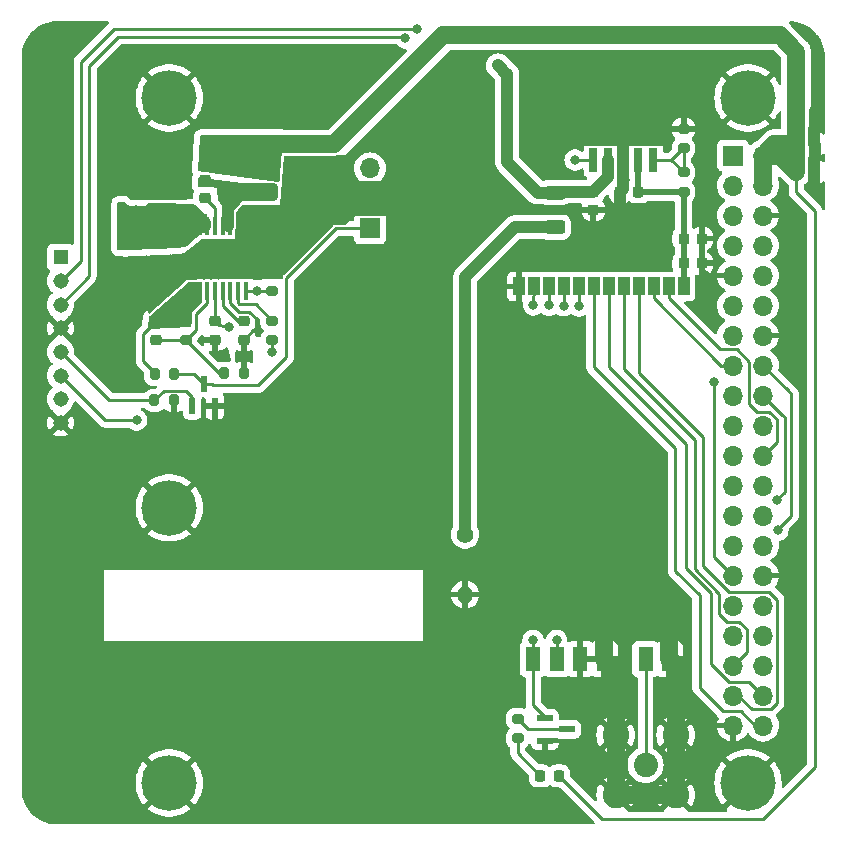
<source format=gtl>
%TF.GenerationSoftware,KiCad,Pcbnew,7.0.2-0*%
%TF.CreationDate,2023-12-02T21:38:18-08:00*%
%TF.ProjectId,RPi_interface,5250695f-696e-4746-9572-666163652e6b,1.0*%
%TF.SameCoordinates,Original*%
%TF.FileFunction,Copper,L1,Top*%
%TF.FilePolarity,Positive*%
%FSLAX46Y46*%
G04 Gerber Fmt 4.6, Leading zero omitted, Abs format (unit mm)*
G04 Created by KiCad (PCBNEW 7.0.2-0) date 2023-12-02 21:38:18*
%MOMM*%
%LPD*%
G01*
G04 APERTURE LIST*
G04 Aperture macros list*
%AMRoundRect*
0 Rectangle with rounded corners*
0 $1 Rounding radius*
0 $2 $3 $4 $5 $6 $7 $8 $9 X,Y pos of 4 corners*
0 Add a 4 corners polygon primitive as box body*
4,1,4,$2,$3,$4,$5,$6,$7,$8,$9,$2,$3,0*
0 Add four circle primitives for the rounded corners*
1,1,$1+$1,$2,$3*
1,1,$1+$1,$4,$5*
1,1,$1+$1,$6,$7*
1,1,$1+$1,$8,$9*
0 Add four rect primitives between the rounded corners*
20,1,$1+$1,$2,$3,$4,$5,0*
20,1,$1+$1,$4,$5,$6,$7,0*
20,1,$1+$1,$6,$7,$8,$9,0*
20,1,$1+$1,$8,$9,$2,$3,0*%
G04 Aperture macros list end*
%TA.AperFunction,SMDPad,CuDef*%
%ADD10R,5.100000X7.300000*%
%TD*%
%TA.AperFunction,SMDPad,CuDef*%
%ADD11R,1.300000X2.000000*%
%TD*%
%TA.AperFunction,SMDPad,CuDef*%
%ADD12R,0.975000X1.500000*%
%TD*%
%TA.AperFunction,SMDPad,CuDef*%
%ADD13RoundRect,0.200000X0.275000X-0.200000X0.275000X0.200000X-0.275000X0.200000X-0.275000X-0.200000X0*%
%TD*%
%TA.AperFunction,SMDPad,CuDef*%
%ADD14R,1.320800X0.558800*%
%TD*%
%TA.AperFunction,SMDPad,CuDef*%
%ADD15RoundRect,0.225000X-0.225000X-0.250000X0.225000X-0.250000X0.225000X0.250000X-0.225000X0.250000X0*%
%TD*%
%TA.AperFunction,ComponentPad*%
%ADD16C,4.700000*%
%TD*%
%TA.AperFunction,SMDPad,CuDef*%
%ADD17R,3.200000X2.000000*%
%TD*%
%TA.AperFunction,SMDPad,CuDef*%
%ADD18R,0.650000X2.000000*%
%TD*%
%TA.AperFunction,SMDPad,CuDef*%
%ADD19RoundRect,0.250000X-1.100000X0.325000X-1.100000X-0.325000X1.100000X-0.325000X1.100000X0.325000X0*%
%TD*%
%TA.AperFunction,SMDPad,CuDef*%
%ADD20RoundRect,0.333000X1.767000X-0.417000X1.767000X0.417000X-1.767000X0.417000X-1.767000X-0.417000X0*%
%TD*%
%TA.AperFunction,SMDPad,CuDef*%
%ADD21RoundRect,0.218750X-0.218750X-0.256250X0.218750X-0.256250X0.218750X0.256250X-0.218750X0.256250X0*%
%TD*%
%TA.AperFunction,SMDPad,CuDef*%
%ADD22RoundRect,0.200000X0.200000X0.275000X-0.200000X0.275000X-0.200000X-0.275000X0.200000X-0.275000X0*%
%TD*%
%TA.AperFunction,SMDPad,CuDef*%
%ADD23RoundRect,0.200000X-0.200000X-0.275000X0.200000X-0.275000X0.200000X0.275000X-0.200000X0.275000X0*%
%TD*%
%TA.AperFunction,SMDPad,CuDef*%
%ADD24R,0.304800X1.600200*%
%TD*%
%TA.AperFunction,SMDPad,CuDef*%
%ADD25R,2.460000X2.310000*%
%TD*%
%TA.AperFunction,SMDPad,CuDef*%
%ADD26RoundRect,0.225000X0.250000X-0.225000X0.250000X0.225000X-0.250000X0.225000X-0.250000X-0.225000X0*%
%TD*%
%TA.AperFunction,SMDPad,CuDef*%
%ADD27RoundRect,0.250000X1.100000X-0.325000X1.100000X0.325000X-1.100000X0.325000X-1.100000X-0.325000X0*%
%TD*%
%TA.AperFunction,SMDPad,CuDef*%
%ADD28RoundRect,0.225000X-0.250000X0.225000X-0.250000X-0.225000X0.250000X-0.225000X0.250000X0.225000X0*%
%TD*%
%TA.AperFunction,SMDPad,CuDef*%
%ADD29RoundRect,0.250000X-0.625000X0.312500X-0.625000X-0.312500X0.625000X-0.312500X0.625000X0.312500X0*%
%TD*%
%TA.AperFunction,SMDPad,CuDef*%
%ADD30R,0.558800X1.320800*%
%TD*%
%TA.AperFunction,ComponentPad*%
%ADD31C,1.400000*%
%TD*%
%TA.AperFunction,ComponentPad*%
%ADD32O,1.400000X1.400000*%
%TD*%
%TA.AperFunction,SMDPad,CuDef*%
%ADD33RoundRect,0.200000X-0.275000X0.200000X-0.275000X-0.200000X0.275000X-0.200000X0.275000X0.200000X0*%
%TD*%
%TA.AperFunction,ComponentPad*%
%ADD34C,2.050000*%
%TD*%
%TA.AperFunction,ComponentPad*%
%ADD35C,2.250000*%
%TD*%
%TA.AperFunction,ComponentPad*%
%ADD36R,1.700000X1.700000*%
%TD*%
%TA.AperFunction,ComponentPad*%
%ADD37O,1.700000X1.700000*%
%TD*%
%TA.AperFunction,ComponentPad*%
%ADD38R,1.308000X1.308000*%
%TD*%
%TA.AperFunction,ComponentPad*%
%ADD39C,1.308000*%
%TD*%
%TA.AperFunction,ViaPad*%
%ADD40C,0.800000*%
%TD*%
%TA.AperFunction,Conductor*%
%ADD41C,1.000000*%
%TD*%
%TA.AperFunction,Conductor*%
%ADD42C,0.250000*%
%TD*%
%TA.AperFunction,Conductor*%
%ADD43C,1.500000*%
%TD*%
%TA.AperFunction,Conductor*%
%ADD44C,0.293370*%
%TD*%
%TA.AperFunction,Conductor*%
%ADD45C,0.500000*%
%TD*%
G04 APERTURE END LIST*
D10*
%TO.P,U2,19,GND*%
%TO.N,GND*%
X139560000Y-93100000D03*
D11*
%TO.P,U2,18,GND*%
X144830000Y-99000000D03*
%TO.P,U2,17,ANT*%
%TO.N,Net-(J4-In)*%
X142830000Y-99000000D03*
%TO.P,U2,16,GND*%
%TO.N,GND*%
X139310000Y-99000000D03*
%TO.P,U2,15,GND*%
X137310000Y-99000000D03*
%TO.P,U2,14,RXEN*%
%TO.N,RF_RX_EN*%
X135310000Y-99000000D03*
%TO.P,U2,13,TXEN*%
%TO.N,RF_TX_EN*%
X133310000Y-99000000D03*
D12*
%TO.P,U2,12,GND*%
%TO.N,GND*%
X132090000Y-67460000D03*
%TO.P,U2,11,MISO*%
%TO.N,MISO*%
X133360000Y-67460000D03*
%TO.P,U2,10,MOSI*%
%TO.N,MOSI*%
X134630000Y-67460000D03*
%TO.P,U2,9,SCK*%
%TO.N,SCLK*%
X135900000Y-67460000D03*
%TO.P,U2,8,NSS*%
%TO.N,RF_CS*%
X137170000Y-67460000D03*
%TO.P,U2,7,DIO3*%
%TO.N,RF_IO3*%
X138440000Y-67460000D03*
%TO.P,U2,6,DIO2*%
%TO.N,RF_IO2*%
X139710000Y-67460000D03*
%TO.P,U2,5,DIO1*%
%TO.N,RF_IO1*%
X140980000Y-67460000D03*
%TO.P,U2,4,BUSY*%
%TO.N,RF_BUSY*%
X142250000Y-67460000D03*
%TO.P,U2,3,NRESET*%
%TO.N,RF_RST*%
X143520000Y-67460000D03*
%TO.P,U2,2,TCXOEN*%
%TO.N,TCXO_EN*%
X144790000Y-67460000D03*
%TO.P,U2,1,VCC*%
%TO.N,V_RF*%
X146060000Y-67460000D03*
%TD*%
D13*
%TO.P,R6,2*%
%TO.N,Net-(U3-SENSE{slash}ADJ)*%
X146050000Y-57800000D03*
%TO.P,R6,1*%
%TO.N,V_RF*%
X146050000Y-59450000D03*
%TD*%
D14*
%TO.P,Q2,3,D*%
%TO.N,Net-(Q2-D)*%
X136177300Y-104950000D03*
%TO.P,Q2,2,S*%
%TO.N,GND*%
X134297700Y-105902500D03*
%TO.P,Q2,1,G*%
%TO.N,RF_TX_EN*%
X134297700Y-103997500D03*
%TD*%
D15*
%TO.P,C12,1,1*%
%TO.N,5V*%
X155575000Y-55400000D03*
%TO.P,C12,2,2*%
%TO.N,GND*%
X157125000Y-55400000D03*
%TD*%
D16*
%TO.P,H5,1,1*%
%TO.N,GND*%
X102500000Y-86200000D03*
%TD*%
D13*
%TO.P,R7,2*%
%TO.N,GND*%
X146050000Y-54125000D03*
%TO.P,R7,1*%
%TO.N,Net-(U3-SENSE{slash}ADJ)*%
X146050000Y-55775000D03*
%TD*%
D15*
%TO.P,C8,1*%
%TO.N,GND*%
X140675000Y-59450000D03*
%TO.P,C8,2*%
%TO.N,V_RF*%
X142225000Y-59450000D03*
%TD*%
D17*
%TO.P,U3,6,GND_2*%
%TO.N,GND*%
X140950000Y-50750000D03*
D18*
%TO.P,U3,5,SENSE/ADJ*%
%TO.N,Net-(U3-SENSE{slash}ADJ)*%
X143490000Y-56750000D03*
%TO.P,U3,4,OUT*%
%TO.N,V_RF*%
X142220000Y-56750000D03*
%TO.P,U3,3,GND_1*%
%TO.N,GND*%
X140950000Y-56750000D03*
%TO.P,U3,2,IN*%
%TO.N,VBATT*%
X139680000Y-56750000D03*
%TO.P,U3,1,~{SHDN}*%
%TO.N,ENAB_RF*%
X138410000Y-56750000D03*
%TD*%
D19*
%TO.P,C3,1,1*%
%TO.N,VBATT*%
X101900000Y-63625000D03*
%TO.P,C3,2,2*%
%TO.N,GND*%
X101900000Y-66575000D03*
%TD*%
D20*
%TO.P,L1,1,1*%
%TO.N,Net-(U1-SW1)*%
X109600000Y-59500000D03*
%TO.P,L1,2,2*%
%TO.N,5V*%
X109600000Y-55900000D03*
%TD*%
D16*
%TO.P,H2,1,1*%
%TO.N,GND*%
X151500000Y-51500000D03*
%TD*%
D21*
%TO.P,D1,2,A*%
%TO.N,5V*%
X135500000Y-108900000D03*
%TO.P,D1,1,K*%
%TO.N,Net-(D1-K)*%
X133925000Y-108900000D03*
%TD*%
D22*
%TO.P,R4,1,1*%
%TO.N,GND*%
X108825000Y-74787500D03*
%TO.P,R4,2,2*%
%TO.N,Net-(U1-VFB)*%
X107175000Y-74787500D03*
%TD*%
D15*
%TO.P,C10,2,2*%
%TO.N,GND*%
X147600000Y-65500000D03*
%TO.P,C10,1,1*%
%TO.N,V_RF*%
X146050000Y-65500000D03*
%TD*%
D23*
%TO.P,R8,1,1*%
%TO.N,5V*%
X101275000Y-74875000D03*
%TO.P,R8,2,2*%
%TO.N,Net-(J3-Pin_1)*%
X102925000Y-74875000D03*
%TD*%
D24*
%TO.P,U1,1,VO*%
%TO.N,5V*%
X105077296Y-67843200D03*
%TO.P,U1,2,VFB*%
%TO.N,Net-(U1-VFB)*%
X105727309Y-67843200D03*
%TO.P,U1,3,VREG5*%
%TO.N,Net-(U1-VREG5)*%
X106377318Y-67843200D03*
%TO.P,U1,4,SS*%
%TO.N,Net-(U1-SS)*%
X107027330Y-67843200D03*
%TO.P,U1,5,GND*%
%TO.N,GND*%
X107677342Y-67843200D03*
%TO.P,U1,6,PG*%
%TO.N,Net-(U1-PG)*%
X108327351Y-67843200D03*
%TO.P,U1,7,EN*%
%TO.N,ENAB_RPI*%
X108977364Y-67843200D03*
%TO.P,U1,8,PGND1*%
%TO.N,GND*%
X108977364Y-62306000D03*
%TO.P,U1,9,PGND2*%
X108327351Y-62306000D03*
%TO.P,U1,10,SW1*%
%TO.N,Net-(U1-SW1)*%
X107677342Y-62306000D03*
%TO.P,U1,11,SW2*%
X107027330Y-62306000D03*
%TO.P,U1,12,VBST*%
%TO.N,Net-(U1-VBST)*%
X106377318Y-62306000D03*
%TO.P,U1,13,VIN1*%
%TO.N,VBATT*%
X105727309Y-62306000D03*
%TO.P,U1,14,VIN2*%
X105077296Y-62306000D03*
D25*
%TO.P,U1,15,EPAD*%
%TO.N,GND*%
X107027330Y-65074600D03*
%TD*%
D26*
%TO.P,C2,1,1*%
%TO.N,GND*%
X116100000Y-56975000D03*
%TO.P,C2,2,2*%
%TO.N,5V*%
X116100000Y-55425000D03*
%TD*%
D27*
%TO.P,C4,1,1*%
%TO.N,VBATT*%
X101900000Y-61025000D03*
%TO.P,C4,2,2*%
%TO.N,GND*%
X101900000Y-58075000D03*
%TD*%
D28*
%TO.P,C5,1,1*%
%TO.N,Net-(U1-SW1)*%
X105500000Y-58425000D03*
%TO.P,C5,2,2*%
%TO.N,Net-(U1-VBST)*%
X105500000Y-59975000D03*
%TD*%
D29*
%TO.P,R1,1*%
%TO.N,VBATT*%
X135150000Y-59512500D03*
%TO.P,R1,2*%
%TO.N,PyCubed_AIN?*%
X135150000Y-62437500D03*
%TD*%
D28*
%TO.P,C7,1,1*%
%TO.N,Net-(U1-VREG5)*%
X106400000Y-70412500D03*
%TO.P,C7,2,2*%
%TO.N,GND*%
X106400000Y-71962500D03*
%TD*%
%TO.P,C6,1,1*%
%TO.N,Net-(U1-SS)*%
X108825000Y-70412500D03*
%TO.P,C6,2,2*%
%TO.N,GND*%
X108825000Y-71962500D03*
%TD*%
D30*
%TO.P,Q1,1,G*%
%TO.N,RPI_RST*%
X104447500Y-77564800D03*
%TO.P,Q1,2,S*%
%TO.N,GND*%
X106352500Y-77564800D03*
%TO.P,Q1,3,D*%
%TO.N,Net-(J3-Pin_1)*%
X105400000Y-75685200D03*
%TD*%
D26*
%TO.P,C14,2*%
%TO.N,VBATT*%
X138400000Y-59425000D03*
%TO.P,C14,1*%
%TO.N,GND*%
X138400000Y-60975000D03*
%TD*%
D16*
%TO.P,H4,1,1*%
%TO.N,GND*%
X151500000Y-109500000D03*
%TD*%
%TO.P,H1,1,1*%
%TO.N,GND*%
X102500000Y-51500000D03*
%TD*%
D23*
%TO.P,R9,1,1*%
%TO.N,RPI_RST*%
X101250000Y-77100000D03*
%TO.P,R9,2,2*%
%TO.N,GND*%
X102900000Y-77100000D03*
%TD*%
D13*
%TO.P,R10,2*%
%TO.N,Net-(Q2-D)*%
X132012500Y-104050000D03*
%TO.P,R10,1*%
%TO.N,Net-(D1-K)*%
X132012500Y-105700000D03*
%TD*%
D28*
%TO.P,C11,1,1*%
%TO.N,5V*%
X101400000Y-70412500D03*
%TO.P,C11,2,2*%
%TO.N,Net-(U1-VFB)*%
X101400000Y-71962500D03*
%TD*%
D26*
%TO.P,C1,1,1*%
%TO.N,GND*%
X113760000Y-56975000D03*
%TO.P,C1,2,2*%
%TO.N,5V*%
X113760000Y-55425000D03*
%TD*%
D15*
%TO.P,C9,2,2*%
%TO.N,GND*%
X147600000Y-63400000D03*
%TO.P,C9,1,1*%
%TO.N,V_RF*%
X146050000Y-63400000D03*
%TD*%
D31*
%TO.P,TH1,1*%
%TO.N,PyCubed_AIN?*%
X127550000Y-88460000D03*
D32*
%TO.P,TH1,2*%
%TO.N,GND*%
X127550000Y-93540000D03*
%TD*%
D16*
%TO.P,H3,1,1*%
%TO.N,GND*%
X102500000Y-109500000D03*
%TD*%
D13*
%TO.P,R3,1,1*%
%TO.N,Net-(U1-VFB)*%
X103900000Y-72012500D03*
%TO.P,R3,2,2*%
%TO.N,5V*%
X103900000Y-70362500D03*
%TD*%
D15*
%TO.P,C13,1,1*%
%TO.N,5V*%
X155575000Y-57750000D03*
%TO.P,C13,2,2*%
%TO.N,GND*%
X157125000Y-57750000D03*
%TD*%
D33*
%TO.P,R2,1,1*%
%TO.N,GND*%
X111200000Y-66175000D03*
%TO.P,R2,2,2*%
%TO.N,ENAB_RPI*%
X111200000Y-67825000D03*
%TD*%
D34*
%TO.P,J4,1,In*%
%TO.N,Net-(J4-In)*%
X142830000Y-107960000D03*
D35*
%TO.P,J4,2,Ext*%
%TO.N,GND*%
X140290000Y-105420000D03*
X140290000Y-110500000D03*
X145370000Y-105420000D03*
X145370000Y-110500000D03*
%TD*%
D33*
%TO.P,R5,1,1*%
%TO.N,Net-(U1-PG)*%
X111200000Y-70362500D03*
%TO.P,R5,2,2*%
%TO.N,Net-(U1-VREG5)*%
X111200000Y-72012500D03*
%TD*%
D36*
%TO.P,J3,1,Pin_1*%
%TO.N,Net-(J3-Pin_1)*%
X119500000Y-62540000D03*
D37*
%TO.P,J3,2,Pin_2*%
%TO.N,GND*%
X119500000Y-60000000D03*
%TO.P,J3,3,Pin_3*%
%TO.N,unconnected-(J3-Pin_3-Pad3)*%
X119500000Y-57460000D03*
%TD*%
D38*
%TO.P,J2,1,1*%
%TO.N,VBATT*%
X93300000Y-65000000D03*
D39*
%TO.P,J2,2,2*%
%TO.N,TX*%
X93300000Y-67000001D03*
%TO.P,J2,3,3*%
%TO.N,RX*%
X93300000Y-69000000D03*
%TO.P,J2,4,4*%
%TO.N,GND*%
X93300000Y-71000001D03*
%TO.P,J2,5,5*%
%TO.N,RPI_RST*%
X93300000Y-72999999D03*
%TO.P,J2,6,6*%
%TO.N,PyCubed_AIN?*%
X93300000Y-75000000D03*
%TO.P,J2,7,7*%
%TO.N,ENAB_RPI*%
X93300000Y-76999999D03*
%TO.P,J2,8,8*%
%TO.N,GND*%
X93300000Y-79000000D03*
%TD*%
D36*
%TO.P,J1,1,Pin_1*%
%TO.N,unconnected-(J1-Pin_1-Pad1)*%
X150230000Y-56370000D03*
D37*
%TO.P,J1,2,Pin_2*%
%TO.N,5V*%
X152770000Y-56370000D03*
%TO.P,J1,3,Pin_3*%
%TO.N,unconnected-(J1-Pin_3-Pad3)*%
X150230000Y-58910000D03*
%TO.P,J1,4,Pin_4*%
%TO.N,5V*%
X152770000Y-58910000D03*
%TO.P,J1,5,Pin_5*%
%TO.N,unconnected-(J1-Pin_5-Pad5)*%
X150230000Y-61450000D03*
%TO.P,J1,6,Pin_6*%
%TO.N,GND*%
X152770000Y-61450000D03*
%TO.P,J1,7,Pin_7*%
%TO.N,unconnected-(J1-Pin_7-Pad7)*%
X150230000Y-63990000D03*
%TO.P,J1,8,Pin_8*%
%TO.N,TX*%
X152770000Y-63990000D03*
%TO.P,J1,9,Pin_9*%
%TO.N,GND*%
X150230000Y-66530000D03*
%TO.P,J1,10,Pin_10*%
%TO.N,RX*%
X152770000Y-66530000D03*
%TO.P,J1,11,Pin_11*%
%TO.N,unconnected-(J1-Pin_11-Pad11)*%
X150230000Y-69070000D03*
%TO.P,J1,12,Pin_12*%
%TO.N,unconnected-(J1-Pin_12-Pad12)*%
X152770000Y-69070000D03*
%TO.P,J1,13,Pin_13*%
%TO.N,ENAB_RF*%
X150230000Y-71610000D03*
%TO.P,J1,14,Pin_14*%
%TO.N,GND*%
X152770000Y-71610000D03*
%TO.P,J1,15,Pin_15*%
%TO.N,RF_RST*%
X150230000Y-74150000D03*
%TO.P,J1,16,Pin_16*%
%TO.N,RF_TX_EN*%
X152770000Y-74150000D03*
%TO.P,J1,17,Pin_17*%
%TO.N,unconnected-(J1-Pin_17-Pad17)*%
X150230000Y-76690000D03*
%TO.P,J1,18,Pin_18*%
%TO.N,RF_RX_EN*%
X152770000Y-76690000D03*
%TO.P,J1,19,Pin_19*%
%TO.N,MOSI*%
X150230000Y-79230000D03*
%TO.P,J1,20,Pin_20*%
%TO.N,GND*%
X152770000Y-79230000D03*
%TO.P,J1,21,Pin_21*%
%TO.N,MISO*%
X150230000Y-81770000D03*
%TO.P,J1,22,Pin_22*%
%TO.N,TCXO_EN*%
X152770000Y-81770000D03*
%TO.P,J1,23,Pin_23*%
%TO.N,SCLK*%
X150230000Y-84310000D03*
%TO.P,J1,24,Pin_24*%
%TO.N,unconnected-(J1-Pin_24-Pad24)*%
X152770000Y-84310000D03*
%TO.P,J1,25,Pin_25*%
%TO.N,GND*%
X150230000Y-86850000D03*
%TO.P,J1,26,Pin_26*%
%TO.N,unconnected-(J1-Pin_26-Pad26)*%
X152770000Y-86850000D03*
%TO.P,J1,27,Pin_27*%
%TO.N,unconnected-(J1-Pin_27-Pad27)*%
X150230000Y-89390000D03*
%TO.P,J1,28,Pin_28*%
%TO.N,unconnected-(J1-Pin_28-Pad28)*%
X152770000Y-89390000D03*
%TO.P,J1,29,Pin_29*%
%TO.N,RF_CS*%
X150230000Y-91930000D03*
%TO.P,J1,30,Pin_30*%
%TO.N,GND*%
X152770000Y-91930000D03*
%TO.P,J1,31,Pin_31*%
%TO.N,unconnected-(J1-Pin_31-Pad31)*%
X150230000Y-94470000D03*
%TO.P,J1,32,Pin_32*%
%TO.N,unconnected-(J1-Pin_32-Pad32)*%
X152770000Y-94470000D03*
%TO.P,J1,33,Pin_33*%
%TO.N,unconnected-(J1-Pin_33-Pad33)*%
X150230000Y-97010000D03*
%TO.P,J1,34,Pin_34*%
%TO.N,GND*%
X152770000Y-97010000D03*
%TO.P,J1,35,Pin_35*%
%TO.N,RF_IO1*%
X150230000Y-99550000D03*
%TO.P,J1,36,Pin_36*%
%TO.N,unconnected-(J1-Pin_36-Pad36)*%
X152770000Y-99550000D03*
%TO.P,J1,37,Pin_37*%
%TO.N,RF_BUSY*%
X150230000Y-102090000D03*
%TO.P,J1,38,Pin_38*%
%TO.N,RF_IO2*%
X152770000Y-102090000D03*
%TO.P,J1,39,Pin_39*%
%TO.N,GND*%
X150230000Y-104630000D03*
%TO.P,J1,40,Pin_40*%
%TO.N,RF_IO3*%
X152770000Y-104630000D03*
%TD*%
D40*
%TO.N,RF_CS*%
X137175000Y-69125000D03*
X148625000Y-75575000D03*
%TO.N,RF_TX_EN*%
X154025000Y-88100000D03*
%TO.N,RF_RX_EN*%
X153950000Y-85550000D03*
X135300000Y-97425000D03*
%TO.N,RF_TX_EN*%
X133300000Y-97425000D03*
%TO.N,SCLK*%
X135900000Y-69075000D03*
%TO.N,MOSI*%
X134625000Y-69050000D03*
%TO.N,MISO*%
X133325000Y-69025000D03*
%TO.N,GND*%
X147875000Y-66525000D03*
%TO.N,VBATT*%
X131100000Y-49500000D03*
X130300000Y-48700000D03*
%TO.N,ENAB_RF*%
X136850000Y-56750000D03*
%TO.N,GND*%
X106875000Y-64125000D03*
X157200000Y-54050000D03*
X140175000Y-63350000D03*
X90725000Y-70425000D03*
X140500000Y-92575000D03*
X140500000Y-91625000D03*
X91900000Y-82925000D03*
X99375000Y-69675000D03*
X139625000Y-91625000D03*
X113475000Y-60025000D03*
X90725000Y-69525000D03*
X93825000Y-81175000D03*
X116350000Y-60900000D03*
X141050000Y-63350000D03*
X157200000Y-59150000D03*
X139625000Y-93525000D03*
X93825000Y-82925000D03*
X106875000Y-65000000D03*
X140175000Y-62400000D03*
X139350000Y-52675000D03*
X115400000Y-60900000D03*
X98475000Y-69675000D03*
X116350000Y-59150000D03*
X157200000Y-56550000D03*
X106800000Y-73300000D03*
X92875000Y-81175000D03*
X99375000Y-67875000D03*
X99375000Y-66975000D03*
X108775000Y-65875000D03*
X99375000Y-68775000D03*
X116350000Y-60025000D03*
X94775000Y-81175000D03*
X90725000Y-71325000D03*
X92875000Y-82925000D03*
X141925000Y-62400000D03*
X91625000Y-70425000D03*
X141050000Y-62400000D03*
X140300000Y-52675000D03*
X141250000Y-53550000D03*
X139625000Y-92575000D03*
X140500000Y-93525000D03*
X107825000Y-65000000D03*
X138750000Y-91625000D03*
X142225000Y-54425000D03*
X107825000Y-65875000D03*
X107825000Y-64125000D03*
X141250000Y-54425000D03*
X91625000Y-69525000D03*
X113475000Y-59150000D03*
X98475000Y-66975000D03*
X113475000Y-60900000D03*
X92875000Y-82050000D03*
X139350000Y-54425000D03*
X138750000Y-93525000D03*
X90725000Y-72225000D03*
X98475000Y-67875000D03*
X139350000Y-53550000D03*
X98475000Y-68775000D03*
X91900000Y-81175000D03*
X114450000Y-60900000D03*
X106875000Y-65875000D03*
X105900000Y-64125000D03*
X105900000Y-65875000D03*
X138750000Y-92575000D03*
X140300000Y-54425000D03*
X115400000Y-59150000D03*
X108775000Y-65000000D03*
X91625000Y-72225000D03*
X105900000Y-65000000D03*
X115400000Y-60025000D03*
X142225000Y-52675000D03*
X108775000Y-64125000D03*
X94775000Y-82925000D03*
X93825000Y-82050000D03*
X94775000Y-82050000D03*
X141925000Y-63350000D03*
X114450000Y-59150000D03*
X91900000Y-82050000D03*
X140300000Y-53550000D03*
X114450000Y-60025000D03*
X138750000Y-94500000D03*
X140500000Y-94500000D03*
X91625000Y-71325000D03*
X139625000Y-94500000D03*
X141250000Y-52675000D03*
X142225000Y-53550000D03*
X108800000Y-73300000D03*
%TO.N,5V*%
X107025000Y-56625000D03*
X104000000Y-68900000D03*
X103100000Y-69800000D03*
X106125000Y-57175000D03*
X104000000Y-67950000D03*
X107025000Y-55675000D03*
X106125000Y-56225000D03*
X103100000Y-68850000D03*
%TO.N,VBATT*%
X98800000Y-61000000D03*
X99700000Y-61900000D03*
X99700000Y-61000000D03*
X99700000Y-62800000D03*
X98800000Y-63700000D03*
X98800000Y-61900000D03*
X99700000Y-63700000D03*
X98800000Y-62800000D03*
%TO.N,Net-(U1-VREG5)*%
X107600000Y-70900000D03*
X111200000Y-73000000D03*
%TO.N,TX*%
X123450000Y-45625000D03*
%TO.N,RX*%
X122475000Y-46425000D03*
%TO.N,PyCubed_AIN?*%
X99750000Y-78775000D03*
%TO.N,ENAB_RPI*%
X109900000Y-67800000D03*
%TD*%
D41*
%TO.N,GND*%
X140675000Y-59450000D02*
X140675000Y-62025000D01*
X140675000Y-62025000D02*
X141050000Y-62400000D01*
%TO.N,VBATT*%
X130325000Y-48725000D02*
X131125000Y-49525000D01*
D42*
%TO.N,RF_BUSY*%
X142250000Y-67460000D02*
X142250000Y-74750000D01*
X153270000Y-93295000D02*
X153950000Y-93975000D01*
X153950000Y-93975000D02*
X153950000Y-102761701D01*
X153950000Y-102761701D02*
X153446701Y-103265000D01*
X142250000Y-74750000D02*
X147725000Y-80225000D01*
X147725000Y-80225000D02*
X147725000Y-91086701D01*
X147725000Y-91086701D02*
X149933299Y-93295000D01*
X149933299Y-93295000D02*
X153270000Y-93295000D01*
X153446701Y-103265000D02*
X151865000Y-103265000D01*
X151865000Y-103265000D02*
X150690000Y-102090000D01*
X150690000Y-102090000D02*
X150230000Y-102090000D01*
%TO.N,RF_IO3*%
X149400000Y-103425000D02*
X150928604Y-103425000D01*
X150928604Y-103425000D02*
X152133604Y-104630000D01*
X152133604Y-104630000D02*
X152770000Y-104630000D01*
X138440000Y-67460000D02*
X138440000Y-74290000D01*
X147400000Y-101425000D02*
X149400000Y-103425000D01*
X138440000Y-74290000D02*
X145325000Y-81175000D01*
X145325000Y-81175000D02*
X145325000Y-91525000D01*
X145325000Y-91525000D02*
X147400000Y-93600000D01*
X147400000Y-93600000D02*
X147400000Y-101425000D01*
%TO.N,RF_IO2*%
X152770000Y-102090000D02*
X151595000Y-100915000D01*
X151595000Y-100915000D02*
X149900000Y-100915000D01*
X149900000Y-100915000D02*
X148375000Y-99390000D01*
X148375000Y-99390000D02*
X148375000Y-93411396D01*
X148375000Y-93411396D02*
X146225000Y-91261396D01*
X146225000Y-80825000D02*
X139710000Y-74310000D01*
X146225000Y-91261396D02*
X146225000Y-80825000D01*
X139710000Y-74310000D02*
X139710000Y-67460000D01*
%TO.N,RF_IO1*%
X147000000Y-91400000D02*
X147000000Y-80425000D01*
X149055000Y-93455000D02*
X147000000Y-91400000D01*
X147000000Y-80425000D02*
X140980000Y-74405000D01*
X140980000Y-74405000D02*
X140980000Y-67460000D01*
X150760000Y-95835000D02*
X151405000Y-96480000D01*
X149055000Y-93455000D02*
X149055000Y-95146701D01*
X149055000Y-95146701D02*
X149743299Y-95835000D01*
X149743299Y-95835000D02*
X150760000Y-95835000D01*
X151405000Y-98375000D02*
X150230000Y-99550000D01*
X151405000Y-96480000D02*
X151405000Y-98375000D01*
%TO.N,RF_CS*%
X150230000Y-91930000D02*
X148625000Y-90325000D01*
X148625000Y-90325000D02*
X148625000Y-75575000D01*
X137170000Y-67460000D02*
X137175000Y-69125000D01*
D43*
%TO.N,GND*%
X144830000Y-99000000D02*
X144830000Y-96500000D01*
X144830000Y-96500000D02*
X141430000Y-93100000D01*
X141430000Y-93100000D02*
X139560000Y-93100000D01*
D42*
%TO.N,5V*%
X139150000Y-112550000D02*
X152750000Y-112550000D01*
X135500000Y-108900000D02*
X139150000Y-112550000D01*
X152750000Y-112550000D02*
X157150000Y-108150000D01*
X157150000Y-108150000D02*
X157150000Y-61050000D01*
%TO.N,RF_TX_EN*%
X153925000Y-88100000D02*
X153950000Y-88075000D01*
X154025000Y-88100000D02*
X153925000Y-88100000D01*
X154025000Y-88000000D02*
X154025000Y-88100000D01*
%TO.N,RF_RX_EN*%
X152770000Y-76690000D02*
X154395000Y-78315000D01*
X154395000Y-78320000D02*
X154600000Y-78525000D01*
X154600000Y-78525000D02*
X154600000Y-84850000D01*
X154395000Y-78315000D02*
X154395000Y-78320000D01*
X154600000Y-84850000D02*
X153900000Y-85550000D01*
%TO.N,RF_TX_EN*%
X155175000Y-76550000D02*
X155175000Y-86850000D01*
X155175000Y-86850000D02*
X154025000Y-88000000D01*
X154845000Y-76225000D02*
X154850000Y-76225000D01*
X152770000Y-74150000D02*
X154845000Y-76225000D01*
X154850000Y-76225000D02*
X155175000Y-76550000D01*
D43*
%TO.N,GND*%
X139310000Y-99000000D02*
X139310000Y-94815000D01*
X139310000Y-94815000D02*
X139625000Y-94500000D01*
X145370000Y-105420000D02*
X145370000Y-99540000D01*
X145370000Y-99540000D02*
X144830000Y-99000000D01*
X140290000Y-105420000D02*
X140290000Y-99980000D01*
X140290000Y-99980000D02*
X139310000Y-99000000D01*
D44*
%TO.N,Net-(J4-In)*%
X142830000Y-99000000D02*
X142830000Y-107960000D01*
D42*
%TO.N,RF_TX_EN*%
X134297700Y-103997500D02*
X134297700Y-103922700D01*
X133310000Y-102935000D02*
X133310000Y-99000000D01*
X134297700Y-103922700D02*
X133310000Y-102935000D01*
%TO.N,RF_RX_EN*%
X135310000Y-99000000D02*
X135300000Y-97425000D01*
%TO.N,RF_TX_EN*%
X133310000Y-99000000D02*
X133300000Y-97425000D01*
%TO.N,SCLK*%
X135900000Y-67460000D02*
X135900000Y-69075000D01*
%TO.N,MOSI*%
X134630000Y-67460000D02*
X134625000Y-69050000D01*
%TO.N,MISO*%
X133360000Y-67460000D02*
X133325000Y-69025000D01*
D45*
%TO.N,GND*%
X147600000Y-65500000D02*
X147600000Y-66250000D01*
X147600000Y-66250000D02*
X147875000Y-66525000D01*
X147600000Y-65500000D02*
X147600000Y-63400000D01*
D41*
%TO.N,VBATT*%
X133712500Y-59512500D02*
X131100000Y-56900000D01*
X131100000Y-56900000D02*
X131100000Y-49500000D01*
%TO.N,PyCubed_AIN?*%
X127550000Y-88460000D02*
X127550000Y-66650000D01*
X127550000Y-66650000D02*
X131762500Y-62437500D01*
X131762500Y-62437500D02*
X135150000Y-62437500D01*
D45*
%TO.N,V_RF*%
X146050000Y-63400000D02*
X146050000Y-59450000D01*
X146060000Y-67460000D02*
X146075000Y-67445000D01*
X146075000Y-67445000D02*
X146075000Y-63425000D01*
X146075000Y-63425000D02*
X146050000Y-63400000D01*
D42*
%TO.N,RF_RST*%
X143520000Y-67460000D02*
X143520000Y-68460000D01*
X143520000Y-68460000D02*
X149210000Y-74150000D01*
X149210000Y-74150000D02*
X150230000Y-74150000D01*
%TO.N,TCXO_EN*%
X144790000Y-67460000D02*
X144790000Y-68460000D01*
X153305000Y-78055000D02*
X153945000Y-78695000D01*
X144790000Y-68460000D02*
X149115000Y-72785000D01*
X149115000Y-72785000D02*
X150526701Y-72785000D01*
X150526701Y-72785000D02*
X151595000Y-73853299D01*
X153945000Y-80595000D02*
X152770000Y-81770000D01*
X151595000Y-73853299D02*
X151595000Y-77366701D01*
X151595000Y-77366701D02*
X152283299Y-78055000D01*
X152283299Y-78055000D02*
X153305000Y-78055000D01*
X153945000Y-78695000D02*
X153945000Y-80595000D01*
D41*
%TO.N,VBATT*%
X135150000Y-59512500D02*
X133712500Y-59512500D01*
D42*
%TO.N,ENAB_RF*%
X138410000Y-56750000D02*
X136850000Y-56750000D01*
D41*
%TO.N,GND*%
X157125000Y-55400000D02*
X157125000Y-54125000D01*
D42*
X109625000Y-71150000D02*
X110000000Y-70775000D01*
D41*
X140950000Y-56750000D02*
X140950000Y-54725000D01*
X157125000Y-57750000D02*
X157125000Y-56625000D01*
X157200000Y-56550000D02*
X157200000Y-55475000D01*
X157125000Y-57750000D02*
X157125000Y-59075000D01*
X157200000Y-54050000D02*
X157200000Y-52600000D01*
D42*
X109265317Y-69600000D02*
X108384042Y-69600000D01*
D41*
X140950000Y-59175000D02*
X140950000Y-56750000D01*
X140520000Y-95350000D02*
X138270000Y-93100000D01*
X140950000Y-54725000D02*
X141250000Y-54425000D01*
D42*
X108825000Y-73275000D02*
X108800000Y-73300000D01*
X108825000Y-71962500D02*
X109625000Y-71162500D01*
D43*
X145370000Y-110500000D02*
X140290000Y-110500000D01*
D41*
X140675000Y-59450000D02*
X140950000Y-59175000D01*
X157200000Y-55475000D02*
X157125000Y-55400000D01*
D43*
X145370000Y-105420000D02*
X145370000Y-110500000D01*
X140290000Y-105420000D02*
X140290000Y-110500000D01*
D42*
X109625000Y-71162500D02*
X109625000Y-71150000D01*
D41*
X157125000Y-56625000D02*
X157200000Y-56550000D01*
D42*
X108384042Y-69600000D02*
X107677342Y-68893300D01*
D41*
X157125000Y-59075000D02*
X157200000Y-59150000D01*
D42*
X108800000Y-73300000D02*
X108825000Y-73325000D01*
X108825000Y-73325000D02*
X108825000Y-74787500D01*
X107677342Y-68893300D02*
X107677342Y-67843200D01*
X110000000Y-70775000D02*
X110000000Y-70334683D01*
X110000000Y-70334683D02*
X109265317Y-69600000D01*
X108825000Y-71962500D02*
X108825000Y-73275000D01*
D41*
X157125000Y-54125000D02*
X157200000Y-54050000D01*
D42*
X102900000Y-77100000D02*
X102900000Y-78525000D01*
%TO.N,5V*%
X157150000Y-61050000D02*
X155575000Y-59475000D01*
D43*
X152770000Y-56370000D02*
X154195000Y-56370000D01*
X155575000Y-47575000D02*
X154200000Y-46200000D01*
X110075000Y-55425000D02*
X116100000Y-55425000D01*
D42*
X100300000Y-73750000D02*
X100300000Y-71512500D01*
D43*
X155575000Y-55400000D02*
X153740000Y-55400000D01*
X154200000Y-46200000D02*
X125700000Y-46200000D01*
D42*
X100300000Y-71512500D02*
X101400000Y-70412500D01*
D43*
X153740000Y-55400000D02*
X152770000Y-56370000D01*
X155575000Y-57750000D02*
X155575000Y-55400000D01*
X154195000Y-56370000D02*
X155575000Y-57750000D01*
X152770000Y-56370000D02*
X152770000Y-58910000D01*
X155575000Y-55400000D02*
X155575000Y-47575000D01*
D42*
X155575000Y-59475000D02*
X155575000Y-57750000D01*
D43*
X116475000Y-55425000D02*
X116100000Y-55425000D01*
D42*
X101400000Y-74850000D02*
X100300000Y-73750000D01*
D43*
X125700000Y-46200000D02*
X116475000Y-55425000D01*
X109600000Y-55900000D02*
X110075000Y-55425000D01*
D41*
%TO.N,VBATT*%
X139680000Y-58205000D02*
X139680000Y-56750000D01*
X101900000Y-63625000D02*
X103758296Y-63625000D01*
X101900000Y-61025000D02*
X104446309Y-61025000D01*
X138400000Y-59425000D02*
X135237500Y-59425000D01*
X103758296Y-63625000D02*
X105077296Y-62306000D01*
X139620000Y-58205000D02*
X138400000Y-59425000D01*
X139680000Y-58205000D02*
X139620000Y-58205000D01*
X101900000Y-63625000D02*
X101900000Y-61025000D01*
X135237500Y-59425000D02*
X135150000Y-59512500D01*
X105524918Y-62103609D02*
X105524918Y-62306000D01*
X104446309Y-61025000D02*
X105524918Y-62103609D01*
%TO.N,Net-(U1-SW1)*%
X107474951Y-60805900D02*
X107474951Y-62306000D01*
X108780851Y-59500000D02*
X107474951Y-60805900D01*
X109600000Y-59500000D02*
X108780851Y-59500000D01*
D42*
%TO.N,Net-(U1-VBST)*%
X106377318Y-62306000D02*
X106377318Y-60852318D01*
X106377318Y-60852318D02*
X105500000Y-59975000D01*
%TO.N,Net-(U1-SS)*%
X107027330Y-69105800D02*
X107027330Y-67843200D01*
X108825000Y-70412500D02*
X108334030Y-70412500D01*
X108334030Y-70412500D02*
X107027330Y-69105800D01*
%TO.N,Net-(U1-VREG5)*%
X106377318Y-70389818D02*
X106400000Y-70412500D01*
X106377318Y-68055700D02*
X106377318Y-70389818D01*
X106687500Y-70700000D02*
X107600000Y-70900000D01*
X111200000Y-72012500D02*
X111200000Y-73000000D01*
X106400000Y-70412500D02*
X106687500Y-70700000D01*
D45*
%TO.N,V_RF*%
X142220000Y-59445000D02*
X142225000Y-59450000D01*
X142220000Y-56750000D02*
X142220000Y-59445000D01*
X142225000Y-59450000D02*
X146050000Y-59450000D01*
D42*
%TO.N,TX*%
X97825000Y-45625000D02*
X123450000Y-45625000D01*
X95025000Y-65275001D02*
X95025000Y-48425000D01*
X93300000Y-67000001D02*
X95025000Y-65275001D01*
X95025000Y-48425000D02*
X97825000Y-45625000D01*
%TO.N,RX*%
X93300000Y-69000000D02*
X95725000Y-66575000D01*
X98200000Y-46300000D02*
X122200000Y-46300000D01*
X95725000Y-66575000D02*
X95725000Y-48775000D01*
X95725000Y-48775000D02*
X98200000Y-46300000D01*
X122475000Y-46425000D02*
X122450000Y-46300000D01*
X122200000Y-46300000D02*
X122475000Y-46425000D01*
X122450000Y-46300000D02*
X122325000Y-46300000D01*
%TO.N,RPI_RST*%
X97400002Y-77100000D02*
X97312501Y-77012499D01*
X97312501Y-77012499D02*
X97400001Y-77100000D01*
X104447500Y-76822500D02*
X103925000Y-76300000D01*
X103925000Y-76300000D02*
X102050000Y-76300000D01*
X93300000Y-72999999D02*
X97312501Y-77012499D01*
X102050000Y-76300000D02*
X101250000Y-77100000D01*
X101250000Y-77100000D02*
X97400002Y-77100000D01*
X104447500Y-77564800D02*
X104447500Y-76822500D01*
%TO.N,PyCubed_AIN?*%
X99750000Y-78775000D02*
X97075000Y-78775000D01*
X93300000Y-75000000D02*
X97075000Y-78775000D01*
%TO.N,ENAB_RPI*%
X111181800Y-67843200D02*
X111200000Y-67825000D01*
X109943200Y-67843200D02*
X111181800Y-67843200D01*
X108977364Y-67843200D02*
X109856800Y-67843200D01*
X109856800Y-67843200D02*
X109900000Y-67800000D01*
X109900000Y-67800000D02*
X109943200Y-67843200D01*
%TO.N,Net-(J3-Pin_1)*%
X112425000Y-73451778D02*
X112425000Y-66700000D01*
X110051778Y-75825000D02*
X112425000Y-73451778D01*
X102925000Y-74875000D02*
X104589800Y-74875000D01*
X112425000Y-66700000D02*
X116585000Y-62540000D01*
X116585000Y-62540000D02*
X119500000Y-62540000D01*
X106085200Y-75685200D02*
X106225000Y-75825000D01*
X106225000Y-75825000D02*
X110051778Y-75825000D01*
X104589800Y-74875000D02*
X105400000Y-75685200D01*
X105400000Y-75685200D02*
X106085200Y-75685200D01*
%TO.N,Net-(U1-VFB)*%
X103900000Y-72012500D02*
X101425000Y-72012500D01*
X101425000Y-72012500D02*
X101400000Y-71987500D01*
X106675000Y-74787500D02*
X103900000Y-72012500D01*
X104800000Y-69820609D02*
X105727309Y-68893300D01*
X105727309Y-68893300D02*
X105727309Y-67843200D01*
X107175000Y-74787500D02*
X106675000Y-74787500D01*
X103900000Y-72012500D02*
X104800000Y-71112500D01*
X104800000Y-71112500D02*
X104800000Y-69820609D01*
%TO.N,Net-(U1-PG)*%
X108327351Y-68893300D02*
X108327351Y-67843200D01*
X108402351Y-68968300D02*
X108327351Y-68893300D01*
X109805800Y-68968300D02*
X108402351Y-68968300D01*
X111200000Y-70362500D02*
X109805800Y-68968300D01*
%TO.N,Net-(U3-SENSE{slash}ADJ)*%
X146050000Y-55775000D02*
X146050000Y-57800000D01*
X145000000Y-56750000D02*
X146050000Y-57800000D01*
X143490000Y-56750000D02*
X145000000Y-56750000D01*
X146050000Y-55775000D02*
X145975000Y-55775000D01*
X145975000Y-55775000D02*
X145000000Y-56750000D01*
%TO.N,Net-(D1-K)*%
X132012500Y-105700000D02*
X132012500Y-106987500D01*
X132012500Y-106987500D02*
X133925000Y-108900000D01*
%TO.N,Net-(Q2-D)*%
X132912500Y-104950000D02*
X136177300Y-104950000D01*
X132012500Y-104050000D02*
X132912500Y-104950000D01*
%TD*%
%TA.AperFunction,Conductor*%
%TO.N,VBATT*%
G36*
X98733178Y-60319685D02*
G01*
X98770802Y-60357504D01*
X98816250Y-60429039D01*
X98924493Y-60523824D01*
X98924494Y-60523824D01*
X98924495Y-60523825D01*
X99055060Y-60584275D01*
X99197367Y-60605493D01*
X103851431Y-60629732D01*
X103918364Y-60649765D01*
X103930165Y-60658471D01*
X104700000Y-61300000D01*
X105603362Y-61300000D01*
X105670401Y-61319685D01*
X105716156Y-61372489D01*
X105726651Y-61437251D01*
X105724418Y-61458027D01*
X105724418Y-61461348D01*
X105724418Y-61461349D01*
X105724418Y-62814142D01*
X105704733Y-62881181D01*
X105651929Y-62926936D01*
X105602632Y-62938122D01*
X105240975Y-62944581D01*
X105238676Y-62944686D01*
X105203588Y-62946631D01*
X105203559Y-62946637D01*
X105203557Y-62946638D01*
X105152249Y-62958911D01*
X105063622Y-62980112D01*
X104938794Y-63051651D01*
X103761689Y-63971263D01*
X103752712Y-63977655D01*
X103429265Y-64186945D01*
X103367482Y-64206712D01*
X99079313Y-64399874D01*
X99073733Y-64400000D01*
X98224000Y-64400000D01*
X98156961Y-64380315D01*
X98111206Y-64327511D01*
X98100000Y-64276000D01*
X98100000Y-60424000D01*
X98119685Y-60356961D01*
X98172489Y-60311206D01*
X98224000Y-60300000D01*
X98666139Y-60300000D01*
X98733178Y-60319685D01*
G37*
%TD.AperFunction*%
%TD*%
%TA.AperFunction,Conductor*%
%TO.N,Net-(U1-SW1)*%
G36*
X105407109Y-58274861D02*
G01*
X105407110Y-58274861D01*
X105409058Y-58275064D01*
X105439288Y-58277956D01*
X105441283Y-58278100D01*
X105455101Y-58278968D01*
X105457085Y-58279048D01*
X105487386Y-58280000D01*
X105489357Y-58280016D01*
X105706988Y-58280000D01*
X105753603Y-58289096D01*
X105809609Y-58311817D01*
X105812132Y-58312596D01*
X105812137Y-58312598D01*
X105847561Y-58323539D01*
X105850090Y-58324320D01*
X105934804Y-58342706D01*
X111388272Y-59043864D01*
X111452253Y-59071937D01*
X111490900Y-59130145D01*
X111496135Y-59175792D01*
X111438041Y-59979440D01*
X111413574Y-60044886D01*
X111357609Y-60086715D01*
X111314364Y-60094500D01*
X108671507Y-60094500D01*
X108668226Y-60094852D01*
X108668202Y-60094854D01*
X108564060Y-60106050D01*
X108429250Y-60156331D01*
X108314066Y-60242555D01*
X108235070Y-60321550D01*
X108235057Y-60321563D01*
X108233410Y-60323211D01*
X108231898Y-60324973D01*
X108231878Y-60324995D01*
X108184754Y-60379925D01*
X108184747Y-60379933D01*
X108183212Y-60381723D01*
X108060299Y-60549331D01*
X108035143Y-60568552D01*
X108035241Y-60568663D01*
X107999999Y-60600000D01*
X107999398Y-60605115D01*
X107976243Y-60663953D01*
X107767813Y-60948179D01*
X107766741Y-60949715D01*
X107750205Y-60973798D01*
X107690426Y-61104695D01*
X107669951Y-61247112D01*
X107669951Y-62176000D01*
X107650266Y-62243039D01*
X107597462Y-62288794D01*
X107545951Y-62300000D01*
X107154217Y-62300000D01*
X107087178Y-62280315D01*
X107041423Y-62227511D01*
X107030217Y-62176000D01*
X107030217Y-61461339D01*
X107030217Y-61461338D01*
X107030217Y-61458028D01*
X107023809Y-61398417D01*
X107010635Y-61363097D01*
X107002817Y-61319770D01*
X107002817Y-60935067D01*
X107005082Y-60914558D01*
X107002879Y-60844443D01*
X107002818Y-60840549D01*
X107002818Y-60816858D01*
X107002818Y-60812968D01*
X107002316Y-60808995D01*
X107001398Y-60797336D01*
X107000027Y-60753691D01*
X106994438Y-60734458D01*
X106990492Y-60715400D01*
X106987982Y-60695524D01*
X106971906Y-60654922D01*
X106968122Y-60643871D01*
X106962199Y-60623486D01*
X106955936Y-60601928D01*
X106945732Y-60584673D01*
X106937179Y-60567213D01*
X106929804Y-60548587D01*
X106929804Y-60548586D01*
X106904126Y-60513243D01*
X106897719Y-60503489D01*
X106875487Y-60465897D01*
X106861324Y-60451734D01*
X106848685Y-60436935D01*
X106836913Y-60420731D01*
X106803259Y-60392891D01*
X106794617Y-60385027D01*
X106671570Y-60261980D01*
X106638085Y-60200657D01*
X106636212Y-60189698D01*
X106500000Y-59100000D01*
X106499999Y-59100000D01*
X106016778Y-59069798D01*
X105985509Y-59063745D01*
X105897707Y-59034650D01*
X105801477Y-59024819D01*
X105801458Y-59024818D01*
X105798345Y-59024500D01*
X105795196Y-59024500D01*
X105295892Y-59024500D01*
X105288157Y-59024259D01*
X105016264Y-59007266D01*
X104950583Y-58983438D01*
X104908211Y-58927882D01*
X104900000Y-58883512D01*
X104900000Y-58350620D01*
X104919684Y-58283585D01*
X104972488Y-58237830D01*
X105039810Y-58227636D01*
X105407109Y-58274861D01*
G37*
%TD.AperFunction*%
%TD*%
%TA.AperFunction,Conductor*%
%TO.N,5V*%
G36*
X105236021Y-67067785D02*
G01*
X105281776Y-67120589D01*
X105292941Y-67175278D01*
X105251325Y-68798315D01*
X105229929Y-68864828D01*
X105212351Y-68885434D01*
X104399999Y-69650000D01*
X104354569Y-70785755D01*
X104332221Y-70851954D01*
X104277630Y-70895562D01*
X104235760Y-70904694D01*
X100839429Y-71044270D01*
X100771637Y-71027355D01*
X100723753Y-70976475D01*
X100710702Y-70910867D01*
X100776491Y-70055612D01*
X100801258Y-69990283D01*
X100840327Y-69956497D01*
X100856554Y-69947564D01*
X100856556Y-69947564D01*
X100936676Y-69903460D01*
X104044683Y-67135390D01*
X104107835Y-67105505D01*
X104125650Y-67104000D01*
X104794933Y-67095937D01*
X104821182Y-67093934D01*
X104906625Y-67061320D01*
X104906626Y-67061319D01*
X104919679Y-67056337D01*
X104921377Y-67060786D01*
X104961716Y-67048121D01*
X104964025Y-67048100D01*
X105168982Y-67048100D01*
X105236021Y-67067785D01*
G37*
%TD.AperFunction*%
%TD*%
%TA.AperFunction,Conductor*%
%TO.N,5V*%
G36*
X112084943Y-54669685D02*
G01*
X112130698Y-54722489D01*
X112141656Y-54781832D01*
X112046859Y-56279614D01*
X112022980Y-56345277D01*
X112022232Y-56346183D01*
X111995034Y-56435185D01*
X111848560Y-58461403D01*
X111824093Y-58526848D01*
X111768128Y-58568677D01*
X111709070Y-58575450D01*
X105999266Y-57841333D01*
X105958785Y-57828830D01*
X105883126Y-57790280D01*
X105783490Y-57774500D01*
X105783488Y-57774500D01*
X105487386Y-57774500D01*
X105471573Y-57773488D01*
X105015543Y-57714855D01*
X104951561Y-57686782D01*
X104912914Y-57628574D01*
X104907622Y-57583757D01*
X105092400Y-54765886D01*
X105116430Y-54700278D01*
X105172114Y-54658077D01*
X105216135Y-54650000D01*
X112017904Y-54650000D01*
X112084943Y-54669685D01*
G37*
%TD.AperFunction*%
%TD*%
%TA.AperFunction,Conductor*%
%TO.N,GND*%
G36*
X104000000Y-56175000D02*
G01*
X104000000Y-60125000D01*
X99200000Y-60100000D01*
X99225000Y-56150000D01*
X104000000Y-56175000D01*
G37*
%TD.AperFunction*%
%TD*%
%TA.AperFunction,Conductor*%
%TO.N,GND*%
G36*
X117775000Y-58525000D02*
G01*
X121750000Y-58550000D01*
X121750000Y-61500000D01*
X120422539Y-61500000D01*
X120369749Y-61489500D01*
X120369748Y-61489500D01*
X118630252Y-61489500D01*
X118630251Y-61489500D01*
X118577460Y-61500000D01*
X118150000Y-61500000D01*
X117361354Y-62214500D01*
X116604616Y-62214500D01*
X116593808Y-62214028D01*
X116556193Y-62210736D01*
X116519716Y-62220510D01*
X116509162Y-62222849D01*
X116470905Y-62229595D01*
X116446190Y-62239834D01*
X116414377Y-62262108D01*
X116405261Y-62267915D01*
X116372545Y-62286804D01*
X116348262Y-62315743D01*
X116340956Y-62323715D01*
X112208714Y-66455958D01*
X112200741Y-66463264D01*
X112171806Y-66487544D01*
X112152914Y-66520264D01*
X112147106Y-66529380D01*
X112124831Y-66561193D01*
X112114597Y-66585899D01*
X112107852Y-66624148D01*
X112105512Y-66634704D01*
X112095735Y-66671191D01*
X112099028Y-66708817D01*
X112099500Y-66719626D01*
X112099500Y-66802415D01*
X108514616Y-66845607D01*
X108499500Y-66842600D01*
X108499499Y-66842600D01*
X108155203Y-66842600D01*
X108155202Y-66842600D01*
X108115933Y-66850410D01*
X107267538Y-66860632D01*
X107257960Y-66854232D01*
X107199479Y-66842600D01*
X107199478Y-66842600D01*
X106855182Y-66842600D01*
X106855181Y-66842600D01*
X106796699Y-66854233D01*
X106778300Y-66866526D01*
X106629038Y-66868324D01*
X106620554Y-66862655D01*
X106607949Y-66854233D01*
X106578707Y-66848416D01*
X106549467Y-66842600D01*
X106549466Y-66842600D01*
X106205170Y-66842600D01*
X106205169Y-66842600D01*
X106146685Y-66854233D01*
X106121203Y-66871260D01*
X106110629Y-66874570D01*
X105995545Y-66875957D01*
X105987146Y-66873653D01*
X105983422Y-66871260D01*
X105957939Y-66854232D01*
X105899458Y-66842600D01*
X105899457Y-66842600D01*
X105555161Y-66842600D01*
X105555160Y-66842600D01*
X105496678Y-66854232D01*
X105471192Y-66871262D01*
X105434611Y-66882715D01*
X105372875Y-66883459D01*
X105337134Y-66873654D01*
X105333411Y-66871261D01*
X105326324Y-66866526D01*
X105307927Y-66854233D01*
X105278685Y-66848416D01*
X105249445Y-66842600D01*
X105249444Y-66842600D01*
X104905148Y-66842600D01*
X104905147Y-66842600D01*
X104846665Y-66854232D01*
X104792457Y-66890452D01*
X104000000Y-66900000D01*
X100800000Y-69750000D01*
X98100000Y-64950000D01*
X103650000Y-64700000D01*
X105250000Y-63450000D01*
X108050000Y-63400000D01*
X108067546Y-62680612D01*
X108099769Y-62633930D01*
X108160091Y-62474872D01*
X108175451Y-62348372D01*
X108175451Y-61247112D01*
X108590850Y-60680656D01*
X108671507Y-60600000D01*
X111900000Y-60600000D01*
X112200000Y-56450000D01*
X112721500Y-56375500D01*
X116003344Y-56375500D01*
X116461374Y-56375500D01*
X116464516Y-56375540D01*
X116547542Y-56377644D01*
X116547542Y-56377643D01*
X116547546Y-56377644D01*
X116602497Y-56367794D01*
X116611788Y-56366491D01*
X116667321Y-56360845D01*
X116694535Y-56352305D01*
X116709760Y-56348569D01*
X116737828Y-56343539D01*
X116789658Y-56322834D01*
X116798515Y-56319682D01*
X116809472Y-56316243D01*
X116829689Y-56309900D01*
X117800000Y-56300000D01*
X117775000Y-58525000D01*
G37*
%TD.AperFunction*%
%TD*%
%TA.AperFunction,Conductor*%
%TO.N,GND*%
G36*
X97332586Y-45020185D02*
G01*
X97378341Y-45072989D01*
X97388285Y-45142147D01*
X97359260Y-45205703D01*
X97353228Y-45212181D01*
X94641208Y-47924199D01*
X94625110Y-47937096D01*
X94577096Y-47988225D01*
X94574392Y-47991016D01*
X94557628Y-48007780D01*
X94557621Y-48007787D01*
X94554880Y-48010529D01*
X94552499Y-48013597D01*
X94552490Y-48013608D01*
X94552411Y-48013711D01*
X94544842Y-48022572D01*
X94514935Y-48054420D01*
X94505285Y-48071974D01*
X94494609Y-48088228D01*
X94482326Y-48104063D01*
X94464975Y-48144158D01*
X94459838Y-48154644D01*
X94438802Y-48192907D01*
X94433821Y-48212309D01*
X94427520Y-48230711D01*
X94419561Y-48249102D01*
X94412728Y-48292242D01*
X94410360Y-48303674D01*
X94399500Y-48345977D01*
X94399500Y-48366016D01*
X94397973Y-48385414D01*
X94394840Y-48405194D01*
X94398950Y-48448673D01*
X94399500Y-48460343D01*
X94399500Y-63806574D01*
X94379815Y-63873613D01*
X94327011Y-63919368D01*
X94257853Y-63929312D01*
X94201191Y-63905842D01*
X94196333Y-63902205D01*
X94196331Y-63902204D01*
X94061483Y-63851909D01*
X94001873Y-63845500D01*
X93998550Y-63845500D01*
X92601439Y-63845500D01*
X92601420Y-63845500D01*
X92598128Y-63845501D01*
X92594848Y-63845853D01*
X92594840Y-63845854D01*
X92538515Y-63851909D01*
X92403669Y-63902204D01*
X92288454Y-63988454D01*
X92202204Y-64103668D01*
X92151909Y-64238516D01*
X92145964Y-64293815D01*
X92145500Y-64298127D01*
X92145500Y-64301448D01*
X92145500Y-64301449D01*
X92145500Y-65698560D01*
X92145500Y-65698578D01*
X92145501Y-65701872D01*
X92145853Y-65705152D01*
X92145854Y-65705159D01*
X92151909Y-65761484D01*
X92166814Y-65801445D01*
X92202204Y-65896331D01*
X92288454Y-66011546D01*
X92387632Y-66085791D01*
X92429502Y-66141723D01*
X92434486Y-66211414D01*
X92412275Y-66259782D01*
X92314216Y-66389634D01*
X92218848Y-66581160D01*
X92160295Y-66786950D01*
X92140554Y-67000000D01*
X92160295Y-67213051D01*
X92218848Y-67418841D01*
X92314216Y-67610368D01*
X92443159Y-67781116D01*
X92582743Y-67908363D01*
X92619025Y-67968074D01*
X92617264Y-68037922D01*
X92582744Y-68091637D01*
X92443157Y-68218887D01*
X92314216Y-68389632D01*
X92218848Y-68581159D01*
X92160295Y-68786949D01*
X92140554Y-69000000D01*
X92160295Y-69213050D01*
X92218848Y-69418840D01*
X92314216Y-69610367D01*
X92443159Y-69781115D01*
X92601273Y-69925254D01*
X92601274Y-69925255D01*
X92601278Y-69925258D01*
X92618791Y-69936102D01*
X92665426Y-69988126D01*
X92670165Y-70016614D01*
X93255599Y-70602047D01*
X93174852Y-70614836D01*
X93061955Y-70672360D01*
X92972359Y-70761956D01*
X92914835Y-70874853D01*
X92902046Y-70955599D01*
X92323980Y-70377533D01*
X92314646Y-70389896D01*
X92219315Y-70581344D01*
X92160789Y-70787043D01*
X92141056Y-71000001D01*
X92160789Y-71212958D01*
X92219315Y-71418657D01*
X92314646Y-71610106D01*
X92323980Y-71622467D01*
X92902046Y-71044401D01*
X92914835Y-71125149D01*
X92972359Y-71238046D01*
X93061955Y-71327642D01*
X93174852Y-71385166D01*
X93255599Y-71397954D01*
X92669909Y-71983642D01*
X92664860Y-72013040D01*
X92618795Y-72063894D01*
X92601277Y-72074741D01*
X92443159Y-72218883D01*
X92314216Y-72389631D01*
X92218848Y-72581158D01*
X92160295Y-72786948D01*
X92140554Y-72999998D01*
X92160295Y-73213049D01*
X92218848Y-73418839D01*
X92314216Y-73610366D01*
X92443159Y-73781114D01*
X92582745Y-73908362D01*
X92619027Y-73968073D01*
X92617266Y-74037920D01*
X92582745Y-74091636D01*
X92443159Y-74218884D01*
X92314216Y-74389632D01*
X92218848Y-74581159D01*
X92160295Y-74786949D01*
X92140554Y-74999999D01*
X92160295Y-75213050D01*
X92218848Y-75418840D01*
X92314216Y-75610367D01*
X92443159Y-75781115D01*
X92582743Y-75908362D01*
X92619025Y-75968073D01*
X92617264Y-76037921D01*
X92582744Y-76091636D01*
X92443157Y-76218886D01*
X92314216Y-76389631D01*
X92218848Y-76581158D01*
X92160295Y-76786948D01*
X92140554Y-76999999D01*
X92160295Y-77213049D01*
X92218848Y-77418839D01*
X92314216Y-77610366D01*
X92443159Y-77781114D01*
X92601273Y-77925253D01*
X92601274Y-77925254D01*
X92601278Y-77925257D01*
X92618791Y-77936101D01*
X92665426Y-77988125D01*
X92670165Y-78016613D01*
X93255599Y-78602046D01*
X93174852Y-78614835D01*
X93061955Y-78672359D01*
X92972359Y-78761955D01*
X92914835Y-78874852D01*
X92902046Y-78955599D01*
X92323980Y-78377532D01*
X92314646Y-78389895D01*
X92219315Y-78581343D01*
X92160789Y-78787042D01*
X92141056Y-78999999D01*
X92160789Y-79212957D01*
X92219315Y-79418656D01*
X92314646Y-79610105D01*
X92323980Y-79622466D01*
X92902046Y-79044399D01*
X92914835Y-79125148D01*
X92972359Y-79238045D01*
X93061955Y-79327641D01*
X93174852Y-79385165D01*
X93255599Y-79397953D01*
X92680085Y-79973465D01*
X92783413Y-80037443D01*
X92982840Y-80114701D01*
X93193068Y-80154000D01*
X93406932Y-80154000D01*
X93617159Y-80114701D01*
X93816586Y-80037443D01*
X93919913Y-79973465D01*
X93344401Y-79397953D01*
X93425148Y-79385165D01*
X93538045Y-79327641D01*
X93627641Y-79238045D01*
X93685165Y-79125148D01*
X93697953Y-79044400D01*
X94276018Y-79622465D01*
X94285355Y-79610102D01*
X94380684Y-79418656D01*
X94439210Y-79212957D01*
X94458943Y-79000000D01*
X94439210Y-78787042D01*
X94380684Y-78581343D01*
X94285353Y-78389893D01*
X94276019Y-78377533D01*
X93697953Y-78955598D01*
X93685165Y-78874852D01*
X93627641Y-78761955D01*
X93538045Y-78672359D01*
X93425148Y-78614835D01*
X93344400Y-78602046D01*
X93930087Y-78016359D01*
X93935137Y-77986958D01*
X93981206Y-77936102D01*
X93998722Y-77925257D01*
X94156841Y-77781113D01*
X94285781Y-77610369D01*
X94285781Y-77610367D01*
X94285783Y-77610366D01*
X94381151Y-77418839D01*
X94423769Y-77269053D01*
X94461048Y-77209960D01*
X94524357Y-77180402D01*
X94593597Y-77189764D01*
X94630715Y-77215305D01*
X95606914Y-78191505D01*
X96574196Y-79158787D01*
X96587096Y-79174888D01*
X96638223Y-79222900D01*
X96641020Y-79225611D01*
X96660529Y-79245120D01*
X96663709Y-79247587D01*
X96672571Y-79255155D01*
X96704418Y-79285062D01*
X96721970Y-79294711D01*
X96738238Y-79305397D01*
X96754064Y-79317673D01*
X96794146Y-79335017D01*
X96804633Y-79340155D01*
X96842907Y-79361197D01*
X96851410Y-79363379D01*
X96862308Y-79366178D01*
X96880713Y-79372478D01*
X96899104Y-79380437D01*
X96942250Y-79387270D01*
X96953668Y-79389635D01*
X96995981Y-79400500D01*
X97016016Y-79400500D01*
X97035415Y-79402027D01*
X97055196Y-79405160D01*
X97098674Y-79401050D01*
X97110344Y-79400500D01*
X99046253Y-79400500D01*
X99113292Y-79420185D01*
X99138400Y-79441526D01*
X99144129Y-79447888D01*
X99297270Y-79559151D01*
X99297271Y-79559151D01*
X99297272Y-79559152D01*
X99470197Y-79636144D01*
X99655352Y-79675500D01*
X99655354Y-79675500D01*
X99844648Y-79675500D01*
X99968083Y-79649262D01*
X100029803Y-79636144D01*
X100202730Y-79559151D01*
X100355871Y-79447888D01*
X100482533Y-79307216D01*
X100577179Y-79143284D01*
X100635674Y-78963256D01*
X100655460Y-78775000D01*
X100635674Y-78586744D01*
X100596939Y-78467530D01*
X100577179Y-78406715D01*
X100482533Y-78242783D01*
X100355870Y-78102110D01*
X100202732Y-77990849D01*
X100139687Y-77962780D01*
X100086449Y-77917529D01*
X100066128Y-77850680D01*
X100085173Y-77783457D01*
X100137539Y-77737201D01*
X100190122Y-77725500D01*
X100373398Y-77725500D01*
X100440437Y-77745185D01*
X100479514Y-77785349D01*
X100493089Y-77807804D01*
X100494530Y-77810188D01*
X100614813Y-77930471D01*
X100614815Y-77930472D01*
X100760394Y-78018478D01*
X100922804Y-78069086D01*
X100993384Y-78075500D01*
X100996203Y-78075500D01*
X101503797Y-78075500D01*
X101506616Y-78075500D01*
X101577196Y-78069086D01*
X101739606Y-78018478D01*
X101885185Y-77930472D01*
X101987674Y-77827982D01*
X102048995Y-77794499D01*
X102118687Y-77799483D01*
X102163036Y-77827984D01*
X102265126Y-77930075D01*
X102410603Y-78018019D01*
X102572893Y-78068590D01*
X102640620Y-78074745D01*
X102646238Y-78074999D01*
X102649999Y-78074998D01*
X102650000Y-78074998D01*
X102650000Y-77049500D01*
X102669685Y-76982461D01*
X102722489Y-76936706D01*
X102774000Y-76925500D01*
X103026000Y-76925500D01*
X103093039Y-76945185D01*
X103138794Y-76997989D01*
X103150000Y-77049500D01*
X103150000Y-78074999D01*
X103153753Y-78074999D01*
X103159389Y-78074743D01*
X103227104Y-78068591D01*
X103389398Y-78018018D01*
X103479449Y-77963580D01*
X103547004Y-77945743D01*
X103613478Y-77967260D01*
X103657766Y-78021300D01*
X103667600Y-78069695D01*
X103667600Y-78269760D01*
X103667600Y-78269778D01*
X103667601Y-78273072D01*
X103667953Y-78276352D01*
X103667954Y-78276359D01*
X103674009Y-78332684D01*
X103690737Y-78377533D01*
X103724304Y-78467531D01*
X103810554Y-78582746D01*
X103925769Y-78668996D01*
X104060617Y-78719291D01*
X104120227Y-78725700D01*
X104774772Y-78725699D01*
X104834383Y-78719291D01*
X104969231Y-78668996D01*
X105084446Y-78582746D01*
X105170696Y-78467531D01*
X105220991Y-78332683D01*
X105227400Y-78273073D01*
X105227400Y-77814800D01*
X105573100Y-77814800D01*
X105573100Y-78269718D01*
X105573454Y-78276332D01*
X105579500Y-78332571D01*
X105629747Y-78467289D01*
X105715911Y-78582388D01*
X105831010Y-78668552D01*
X105965728Y-78718799D01*
X106021967Y-78724845D01*
X106028582Y-78725200D01*
X106102500Y-78725200D01*
X106102500Y-77814800D01*
X106602500Y-77814800D01*
X106602500Y-78725200D01*
X106676418Y-78725200D01*
X106683032Y-78724845D01*
X106739271Y-78718799D01*
X106873989Y-78668552D01*
X106989088Y-78582388D01*
X107075252Y-78467289D01*
X107125499Y-78332571D01*
X107131545Y-78276332D01*
X107131900Y-78269718D01*
X107131900Y-77814800D01*
X106602500Y-77814800D01*
X106102500Y-77814800D01*
X105573100Y-77814800D01*
X105227400Y-77814800D01*
X105227399Y-76970098D01*
X105247084Y-76903060D01*
X105299887Y-76857305D01*
X105351399Y-76846099D01*
X105449100Y-76846099D01*
X105516139Y-76865784D01*
X105561894Y-76918588D01*
X105573100Y-76970099D01*
X105573100Y-77314800D01*
X107131900Y-77314800D01*
X107131900Y-76859881D01*
X107131545Y-76853267D01*
X107125499Y-76797028D01*
X107075251Y-76662308D01*
X107065147Y-76648811D01*
X107040729Y-76583347D01*
X107055580Y-76515074D01*
X107104985Y-76465668D01*
X107164413Y-76450500D01*
X109969034Y-76450500D01*
X109989540Y-76452764D01*
X109992443Y-76452672D01*
X109992445Y-76452673D01*
X110059650Y-76450561D01*
X110063546Y-76450500D01*
X110087226Y-76450500D01*
X110091128Y-76450500D01*
X110095091Y-76449999D01*
X110106740Y-76449080D01*
X110150405Y-76447709D01*
X110169637Y-76442120D01*
X110188696Y-76438174D01*
X110194974Y-76437381D01*
X110208570Y-76435664D01*
X110249185Y-76419582D01*
X110260222Y-76415803D01*
X110302168Y-76403618D01*
X110319407Y-76393422D01*
X110336880Y-76384862D01*
X110355510Y-76377486D01*
X110390842Y-76351814D01*
X110400608Y-76345400D01*
X110438196Y-76323171D01*
X110438195Y-76323171D01*
X110438198Y-76323170D01*
X110452363Y-76309004D01*
X110467151Y-76296373D01*
X110483365Y-76284594D01*
X110511216Y-76250926D01*
X110519057Y-76242309D01*
X112808786Y-73952580D01*
X112824886Y-73939683D01*
X112826874Y-73937565D01*
X112826877Y-73937564D01*
X112872964Y-73888485D01*
X112875549Y-73885817D01*
X112895120Y-73866248D01*
X112897565Y-73863094D01*
X112905154Y-73854207D01*
X112935062Y-73822360D01*
X112944713Y-73804804D01*
X112955393Y-73788545D01*
X112967674Y-73772714D01*
X112985018Y-73732629D01*
X112990160Y-73722134D01*
X113011197Y-73683870D01*
X113016178Y-73664466D01*
X113022480Y-73646061D01*
X113030438Y-73627673D01*
X113037270Y-73584526D01*
X113039639Y-73573093D01*
X113050500Y-73530797D01*
X113050499Y-73510770D01*
X113052025Y-73491369D01*
X113055160Y-73471582D01*
X113051050Y-73428102D01*
X113050500Y-73416433D01*
X113050500Y-67010452D01*
X113070185Y-66943413D01*
X113086819Y-66922771D01*
X116807772Y-63201819D01*
X116869095Y-63168334D01*
X116895453Y-63165500D01*
X118025501Y-63165500D01*
X118092540Y-63185185D01*
X118138295Y-63237989D01*
X118149500Y-63289499D01*
X118149501Y-63437872D01*
X118149853Y-63441152D01*
X118149854Y-63441159D01*
X118153419Y-63474319D01*
X118155909Y-63497483D01*
X118206204Y-63632331D01*
X118292454Y-63747546D01*
X118407669Y-63833796D01*
X118542517Y-63884091D01*
X118602127Y-63890500D01*
X120397872Y-63890499D01*
X120457483Y-63884091D01*
X120592331Y-63833796D01*
X120707546Y-63747546D01*
X120793796Y-63632331D01*
X120844091Y-63497483D01*
X120850500Y-63437873D01*
X120850499Y-61642128D01*
X120844091Y-61582517D01*
X120813314Y-61500000D01*
X121750000Y-61500000D01*
X121750000Y-61225000D01*
X137425001Y-61225000D01*
X137425001Y-61245165D01*
X137425321Y-61251447D01*
X137435143Y-61347605D01*
X137488453Y-61508486D01*
X137577426Y-61652732D01*
X137697267Y-61772573D01*
X137841513Y-61861546D01*
X138002393Y-61914856D01*
X138098535Y-61924678D01*
X138104852Y-61924999D01*
X138149999Y-61924999D01*
X138150000Y-61924998D01*
X138150000Y-61225000D01*
X138650000Y-61225000D01*
X138650000Y-61924999D01*
X138695165Y-61924999D01*
X138701447Y-61924678D01*
X138797605Y-61914856D01*
X138958486Y-61861546D01*
X139102732Y-61772573D01*
X139222573Y-61652732D01*
X139311546Y-61508486D01*
X139364856Y-61347606D01*
X139374680Y-61251445D01*
X139375000Y-61245167D01*
X139375000Y-61225000D01*
X138650000Y-61225000D01*
X138150000Y-61225000D01*
X137425001Y-61225000D01*
X121750000Y-61225000D01*
X121750000Y-58550000D01*
X120310771Y-58540948D01*
X120371401Y-58498495D01*
X120538495Y-58331401D01*
X120674035Y-58137830D01*
X120773903Y-57923663D01*
X120835063Y-57695408D01*
X120855659Y-57460000D01*
X120854696Y-57448998D01*
X120835063Y-57224592D01*
X120817135Y-57157683D01*
X120773903Y-56996337D01*
X120674035Y-56782171D01*
X120538495Y-56588599D01*
X120371401Y-56421505D01*
X120177830Y-56285965D01*
X119963663Y-56186097D01*
X119902501Y-56169709D01*
X119735407Y-56124936D01*
X119500000Y-56104340D01*
X119264592Y-56124936D01*
X119036336Y-56186097D01*
X118822170Y-56285965D01*
X118628598Y-56421505D01*
X118461505Y-56588598D01*
X118325965Y-56782170D01*
X118226097Y-56996336D01*
X118164936Y-57224592D01*
X118144340Y-57459999D01*
X118164936Y-57695407D01*
X118207793Y-57855350D01*
X118226097Y-57923663D01*
X118325965Y-58137830D01*
X118461505Y-58331401D01*
X118628599Y-58498495D01*
X118674531Y-58530657D01*
X117775000Y-58525000D01*
X117800000Y-56300000D01*
X117364250Y-56304446D01*
X117368239Y-56300275D01*
X117370096Y-56298376D01*
X126181655Y-47486819D01*
X126242979Y-47453334D01*
X126269337Y-47450500D01*
X153630664Y-47450500D01*
X153697703Y-47470185D01*
X153718345Y-47486819D01*
X154288181Y-48056654D01*
X154321666Y-48117977D01*
X154324500Y-48144335D01*
X154324500Y-50251873D01*
X154304815Y-50318912D01*
X154252011Y-50364667D01*
X154182853Y-50374611D01*
X154119297Y-50345586D01*
X154086641Y-50300988D01*
X154052594Y-50222060D01*
X154049364Y-50215629D01*
X153886983Y-49934376D01*
X153883017Y-49928345D01*
X153687640Y-49665910D01*
X152614925Y-50738625D01*
X152538110Y-50628922D01*
X152371078Y-50461890D01*
X152261372Y-50385073D01*
X153330709Y-49315737D01*
X153330708Y-49315736D01*
X153207558Y-49212401D01*
X153201760Y-49208084D01*
X152930434Y-49029630D01*
X152924185Y-49026023D01*
X152633977Y-48880274D01*
X152627338Y-48877411D01*
X152322161Y-48766335D01*
X152315271Y-48764272D01*
X151999231Y-48689369D01*
X151992165Y-48688123D01*
X151669564Y-48650417D01*
X151662395Y-48650000D01*
X151337605Y-48650000D01*
X151330435Y-48650417D01*
X151007834Y-48688123D01*
X151000768Y-48689369D01*
X150684728Y-48764272D01*
X150677838Y-48766335D01*
X150372661Y-48877411D01*
X150366022Y-48880274D01*
X150075814Y-49026023D01*
X150069565Y-49029630D01*
X149798241Y-49208083D01*
X149792440Y-49212402D01*
X149669289Y-49315736D01*
X149669289Y-49315737D01*
X150738625Y-50385074D01*
X150628922Y-50461890D01*
X150461890Y-50628922D01*
X150385073Y-50738626D01*
X149312357Y-49665910D01*
X149116983Y-49928344D01*
X149113016Y-49934376D01*
X148950635Y-50215629D01*
X148947402Y-50222065D01*
X148818761Y-50520287D01*
X148816305Y-50527036D01*
X148723156Y-50838175D01*
X148721494Y-50845188D01*
X148665101Y-51165008D01*
X148664262Y-51172187D01*
X148645380Y-51496394D01*
X148645380Y-51503605D01*
X148664262Y-51827812D01*
X148665101Y-51834991D01*
X148721494Y-52154811D01*
X148723156Y-52161824D01*
X148816305Y-52472963D01*
X148818761Y-52479712D01*
X148947402Y-52777934D01*
X148950635Y-52784370D01*
X149113016Y-53065623D01*
X149116982Y-53071654D01*
X149312358Y-53334088D01*
X150385073Y-52261372D01*
X150461890Y-52371078D01*
X150628922Y-52538110D01*
X150738626Y-52614925D01*
X149669289Y-53684261D01*
X149669290Y-53684262D01*
X149792441Y-53787598D01*
X149798239Y-53791915D01*
X150069565Y-53970369D01*
X150075814Y-53973976D01*
X150366022Y-54119725D01*
X150372661Y-54122588D01*
X150677838Y-54233664D01*
X150684728Y-54235727D01*
X151000768Y-54310630D01*
X151007834Y-54311876D01*
X151330435Y-54349582D01*
X151337605Y-54350000D01*
X151662395Y-54350000D01*
X151669564Y-54349582D01*
X151992165Y-54311876D01*
X151999231Y-54310630D01*
X152315271Y-54235727D01*
X152322161Y-54233664D01*
X152627338Y-54122588D01*
X152633977Y-54119725D01*
X152924185Y-53973976D01*
X152930434Y-53970369D01*
X153201760Y-53791915D01*
X153207558Y-53787598D01*
X153330708Y-53684262D01*
X153330709Y-53684261D01*
X152261373Y-52614925D01*
X152371078Y-52538110D01*
X152538110Y-52371078D01*
X152614926Y-52261373D01*
X153687640Y-53334088D01*
X153883017Y-53071654D01*
X153886983Y-53065623D01*
X154049364Y-52784370D01*
X154052597Y-52777934D01*
X154086641Y-52699012D01*
X154131269Y-52645252D01*
X154197877Y-52624154D01*
X154265318Y-52642416D01*
X154312180Y-52694240D01*
X154324500Y-52748126D01*
X154324500Y-54025500D01*
X154304815Y-54092539D01*
X154252011Y-54138294D01*
X154200500Y-54149500D01*
X153817176Y-54149500D01*
X153803293Y-54148720D01*
X153798815Y-54148215D01*
X153768171Y-54144762D01*
X153702077Y-54149219D01*
X153693736Y-54149500D01*
X153683845Y-54149500D01*
X153681085Y-54149748D01*
X153681070Y-54149749D01*
X153643236Y-54153153D01*
X153640469Y-54153371D01*
X153543586Y-54159904D01*
X153539344Y-54160973D01*
X153520181Y-54164229D01*
X153515814Y-54164622D01*
X153422147Y-54190471D01*
X153419461Y-54191180D01*
X153325311Y-54214904D01*
X153321328Y-54216714D01*
X153303050Y-54223341D01*
X153298833Y-54224505D01*
X153211323Y-54266646D01*
X153208806Y-54267823D01*
X153120374Y-54307992D01*
X153116774Y-54310486D01*
X153099972Y-54320270D01*
X153096028Y-54322169D01*
X153017461Y-54379250D01*
X153015195Y-54380858D01*
X152935342Y-54436182D01*
X152932242Y-54439282D01*
X152917463Y-54451904D01*
X152916246Y-54452789D01*
X152913920Y-54454479D01*
X152846803Y-54524677D01*
X152844859Y-54526665D01*
X152263884Y-55107640D01*
X152228609Y-55132340D01*
X152092173Y-55195963D01*
X151898601Y-55331503D01*
X151776673Y-55453431D01*
X151715350Y-55486915D01*
X151645658Y-55481931D01*
X151589725Y-55440059D01*
X151572810Y-55409082D01*
X151565658Y-55389907D01*
X151523796Y-55277669D01*
X151437546Y-55162454D01*
X151322331Y-55076204D01*
X151187483Y-55025909D01*
X151127873Y-55019500D01*
X151124550Y-55019500D01*
X149335439Y-55019500D01*
X149335420Y-55019500D01*
X149332128Y-55019501D01*
X149328848Y-55019853D01*
X149328840Y-55019854D01*
X149272515Y-55025909D01*
X149137669Y-55076204D01*
X149022454Y-55162454D01*
X148936204Y-55277668D01*
X148918309Y-55325649D01*
X148885909Y-55412517D01*
X148879500Y-55472127D01*
X148879500Y-55475448D01*
X148879500Y-55475449D01*
X148879500Y-57264560D01*
X148879500Y-57264578D01*
X148879501Y-57267872D01*
X148879853Y-57271152D01*
X148879854Y-57271159D01*
X148882588Y-57296588D01*
X148885909Y-57327483D01*
X148936204Y-57462331D01*
X149022454Y-57577546D01*
X149137669Y-57663796D01*
X149226399Y-57696890D01*
X149269082Y-57712810D01*
X149325016Y-57754681D01*
X149349433Y-57820146D01*
X149334581Y-57888419D01*
X149313431Y-57916673D01*
X149191503Y-58038601D01*
X149055965Y-58232170D01*
X148956097Y-58446336D01*
X148894936Y-58674592D01*
X148874340Y-58909999D01*
X148894936Y-59145407D01*
X148924827Y-59256961D01*
X148956097Y-59373663D01*
X149055965Y-59587830D01*
X149191505Y-59781401D01*
X149358599Y-59948495D01*
X149544160Y-60078426D01*
X149587783Y-60133002D01*
X149594976Y-60202501D01*
X149563454Y-60264855D01*
X149544160Y-60281574D01*
X149386750Y-60391794D01*
X149358595Y-60411508D01*
X149191505Y-60578598D01*
X149055965Y-60772170D01*
X148956097Y-60986336D01*
X148894936Y-61214592D01*
X148874340Y-61450000D01*
X148894936Y-61685407D01*
X148939709Y-61852501D01*
X148956097Y-61913663D01*
X149055965Y-62127830D01*
X149191505Y-62321401D01*
X149358599Y-62488495D01*
X149544160Y-62618426D01*
X149587783Y-62673002D01*
X149594976Y-62742501D01*
X149563454Y-62804855D01*
X149544159Y-62821575D01*
X149358595Y-62951508D01*
X149191505Y-63118598D01*
X149055965Y-63312170D01*
X148956097Y-63526336D01*
X148894936Y-63754592D01*
X148874340Y-63989999D01*
X148894936Y-64225407D01*
X148926563Y-64343440D01*
X148956097Y-64453663D01*
X149055965Y-64667830D01*
X149191505Y-64861401D01*
X149358599Y-65028495D01*
X149544596Y-65158732D01*
X149588219Y-65213307D01*
X149595412Y-65282806D01*
X149563890Y-65345160D01*
X149544595Y-65361880D01*
X149358919Y-65491892D01*
X149191890Y-65658921D01*
X149056400Y-65852421D01*
X148956569Y-66066507D01*
X148899364Y-66279999D01*
X148899364Y-66280000D01*
X149796314Y-66280000D01*
X149770507Y-66320156D01*
X149730000Y-66458111D01*
X149730000Y-66601889D01*
X149770507Y-66739844D01*
X149796314Y-66780000D01*
X148899364Y-66780000D01*
X148956569Y-66993492D01*
X149056399Y-67207576D01*
X149191893Y-67401081D01*
X149358918Y-67568106D01*
X149544595Y-67698119D01*
X149588219Y-67752696D01*
X149595412Y-67822195D01*
X149563890Y-67884549D01*
X149544595Y-67901269D01*
X149358595Y-68031508D01*
X149191505Y-68198598D01*
X149055965Y-68392170D01*
X148956097Y-68606336D01*
X148894936Y-68834592D01*
X148874340Y-69069999D01*
X148894936Y-69305407D01*
X148938614Y-69468413D01*
X148956097Y-69533663D01*
X149055965Y-69747830D01*
X149191505Y-69941401D01*
X149358599Y-70108495D01*
X149544160Y-70238426D01*
X149587783Y-70293002D01*
X149594976Y-70362501D01*
X149563454Y-70424855D01*
X149544159Y-70441575D01*
X149358595Y-70571508D01*
X149191505Y-70738598D01*
X149055965Y-70932170D01*
X148956097Y-71146336D01*
X148894936Y-71374592D01*
X148893514Y-71390844D01*
X148868059Y-71455912D01*
X148811467Y-71496889D01*
X148741705Y-71500765D01*
X148682305Y-71467714D01*
X146136771Y-68922180D01*
X146103286Y-68860857D01*
X146108270Y-68791165D01*
X146150142Y-68735232D01*
X146215606Y-68710815D01*
X146224452Y-68710499D01*
X146592061Y-68710499D01*
X146595372Y-68710499D01*
X146654983Y-68704091D01*
X146789831Y-68653796D01*
X146905046Y-68567546D01*
X146991296Y-68452331D01*
X147041591Y-68317483D01*
X147048000Y-68257873D01*
X147047999Y-66662128D01*
X147041591Y-66602517D01*
X147041590Y-66602514D01*
X147039975Y-66587490D01*
X147052381Y-66518731D01*
X147099992Y-66467594D01*
X147167692Y-66450315D01*
X147202271Y-66456531D01*
X147227393Y-66464856D01*
X147323536Y-66474678D01*
X147329851Y-66474999D01*
X147350000Y-66474999D01*
X147350000Y-65750000D01*
X147850000Y-65750000D01*
X147850000Y-66474999D01*
X147870165Y-66474999D01*
X147876447Y-66474678D01*
X147972605Y-66464856D01*
X148133486Y-66411546D01*
X148277732Y-66322573D01*
X148397573Y-66202732D01*
X148486546Y-66058486D01*
X148539856Y-65897606D01*
X148549680Y-65801445D01*
X148550000Y-65795167D01*
X148550000Y-65750000D01*
X147850000Y-65750000D01*
X147350000Y-65750000D01*
X147350000Y-65374000D01*
X147369685Y-65306961D01*
X147422489Y-65261206D01*
X147474000Y-65250000D01*
X148549999Y-65250000D01*
X148549999Y-65204834D01*
X148549678Y-65198552D01*
X148539856Y-65102394D01*
X148486546Y-64941513D01*
X148397573Y-64797267D01*
X148277732Y-64677426D01*
X148133487Y-64588454D01*
X148070871Y-64567705D01*
X148013427Y-64527932D01*
X147986604Y-64463416D01*
X147998919Y-64394640D01*
X148046462Y-64343440D01*
X148070874Y-64332292D01*
X148133488Y-64311544D01*
X148277732Y-64222573D01*
X148397573Y-64102732D01*
X148486546Y-63958486D01*
X148539856Y-63797606D01*
X148549680Y-63701445D01*
X148550000Y-63695167D01*
X148550000Y-63650000D01*
X147474000Y-63650000D01*
X147406961Y-63630315D01*
X147361206Y-63577511D01*
X147350000Y-63526000D01*
X147350000Y-62425000D01*
X147850000Y-62425000D01*
X147850000Y-63150000D01*
X148549999Y-63150000D01*
X148549999Y-63104834D01*
X148549678Y-63098552D01*
X148539856Y-63002394D01*
X148486546Y-62841513D01*
X148397573Y-62697267D01*
X148277732Y-62577426D01*
X148133486Y-62488453D01*
X147972606Y-62435143D01*
X147876445Y-62425319D01*
X147870168Y-62425000D01*
X147850000Y-62425000D01*
X147350000Y-62425000D01*
X147329836Y-62425000D01*
X147323550Y-62425321D01*
X147227394Y-62435143D01*
X147066516Y-62488452D01*
X146989597Y-62535897D01*
X146922204Y-62554337D01*
X146855541Y-62533414D01*
X146810771Y-62479772D01*
X146800500Y-62430358D01*
X146800500Y-60216518D01*
X146820185Y-60149479D01*
X146836820Y-60128836D01*
X146880472Y-60085185D01*
X146968478Y-59939606D01*
X147019086Y-59777196D01*
X147025500Y-59706616D01*
X147025500Y-59193384D01*
X147019086Y-59122804D01*
X146968478Y-58960394D01*
X146880472Y-58814815D01*
X146833418Y-58767761D01*
X146778338Y-58712680D01*
X146744854Y-58651357D01*
X146749838Y-58581665D01*
X146778337Y-58537319D01*
X146880472Y-58435185D01*
X146968478Y-58289606D01*
X147019086Y-58127196D01*
X147025500Y-58056616D01*
X147025500Y-57543384D01*
X147019086Y-57472804D01*
X146968478Y-57310394D01*
X146880472Y-57164815D01*
X146760185Y-57044528D01*
X146760182Y-57044526D01*
X146735347Y-57029512D01*
X146688161Y-56977983D01*
X146675500Y-56923397D01*
X146675500Y-56651602D01*
X146695185Y-56584563D01*
X146735349Y-56545485D01*
X146760185Y-56530472D01*
X146880472Y-56410185D01*
X146968478Y-56264606D01*
X147019086Y-56102196D01*
X147025500Y-56031616D01*
X147025500Y-55518384D01*
X147019086Y-55447804D01*
X146968478Y-55285394D01*
X146880472Y-55139815D01*
X146777982Y-55037325D01*
X146744499Y-54976005D01*
X146749483Y-54906313D01*
X146777984Y-54861964D01*
X146880075Y-54759873D01*
X146968019Y-54614396D01*
X147018590Y-54452106D01*
X147024744Y-54384384D01*
X147025000Y-54378755D01*
X147025000Y-54375000D01*
X145075001Y-54375000D01*
X145075001Y-54378753D01*
X145075256Y-54384389D01*
X145081408Y-54452104D01*
X145131981Y-54614397D01*
X145219925Y-54759875D01*
X145322015Y-54861965D01*
X145355500Y-54923288D01*
X145350516Y-54992980D01*
X145322015Y-55037327D01*
X145219528Y-55139813D01*
X145136192Y-55277669D01*
X145131522Y-55285394D01*
X145123608Y-55310791D01*
X145080913Y-55447806D01*
X145074755Y-55515575D01*
X145074500Y-55518384D01*
X145074499Y-55521181D01*
X145074499Y-55521203D01*
X145074499Y-55739547D01*
X145054814Y-55806586D01*
X145038180Y-55827227D01*
X144777226Y-56088182D01*
X144715906Y-56121666D01*
X144689547Y-56124500D01*
X144439499Y-56124500D01*
X144372460Y-56104815D01*
X144326705Y-56052011D01*
X144315499Y-56000500D01*
X144315499Y-55705439D01*
X144315499Y-55702128D01*
X144309091Y-55642517D01*
X144265260Y-55525000D01*
X145050000Y-55525000D01*
X145050000Y-53875000D01*
X145075000Y-53875000D01*
X145800000Y-53875000D01*
X145800000Y-53225000D01*
X146300000Y-53225000D01*
X146300000Y-53875000D01*
X147024999Y-53875000D01*
X147024999Y-53871246D01*
X147024743Y-53865610D01*
X147018591Y-53797895D01*
X146968018Y-53635602D01*
X146880074Y-53490124D01*
X146759875Y-53369925D01*
X146614396Y-53281980D01*
X146452106Y-53231409D01*
X146384384Y-53225255D01*
X146378756Y-53225000D01*
X146300000Y-53225000D01*
X145800000Y-53225000D01*
X145799999Y-53224999D01*
X145721246Y-53225000D01*
X145715610Y-53225256D01*
X145647895Y-53231408D01*
X145485602Y-53281981D01*
X145340124Y-53369925D01*
X145219925Y-53490124D01*
X145131980Y-53635603D01*
X145081409Y-53797893D01*
X145075255Y-53865615D01*
X145075000Y-53871244D01*
X145075000Y-53875000D01*
X145050000Y-53875000D01*
X145050000Y-47550000D01*
X136000000Y-47550000D01*
X136025000Y-55525000D01*
X137634740Y-55525000D01*
X137590910Y-55642515D01*
X137590909Y-55642517D01*
X137584500Y-55702127D01*
X137584500Y-55705448D01*
X137584500Y-55705449D01*
X137584500Y-55927203D01*
X137564815Y-55994242D01*
X137512011Y-56039997D01*
X137442853Y-56049941D01*
X137387615Y-56027521D01*
X137302730Y-55965849D01*
X137302729Y-55965848D01*
X137302727Y-55965847D01*
X137129802Y-55888855D01*
X136944648Y-55849500D01*
X136944646Y-55849500D01*
X136755354Y-55849500D01*
X136755352Y-55849500D01*
X136570197Y-55888855D01*
X136397269Y-55965848D01*
X136244129Y-56077110D01*
X136117466Y-56217783D01*
X136022820Y-56381715D01*
X135964326Y-56561742D01*
X135944540Y-56750000D01*
X135964326Y-56938257D01*
X136022820Y-57118284D01*
X136117466Y-57282216D01*
X136244129Y-57422889D01*
X136397269Y-57534151D01*
X136570197Y-57611144D01*
X136755352Y-57650500D01*
X136755354Y-57650500D01*
X136944648Y-57650500D01*
X137068084Y-57624262D01*
X137129803Y-57611144D01*
X137199193Y-57580248D01*
X137302727Y-57534153D01*
X137302730Y-57534151D01*
X137387616Y-57472477D01*
X137453421Y-57448998D01*
X137521475Y-57464823D01*
X137570170Y-57514929D01*
X137584501Y-57572796D01*
X137584501Y-57797872D01*
X137584853Y-57801152D01*
X137584854Y-57801159D01*
X137590909Y-57857484D01*
X137596139Y-57871505D01*
X137641204Y-57992331D01*
X137727454Y-58107546D01*
X137842669Y-58193796D01*
X137842671Y-58193797D01*
X137852605Y-58201233D01*
X137894476Y-58257167D01*
X137899460Y-58326858D01*
X137865975Y-58388181D01*
X137804652Y-58421666D01*
X137778294Y-58424500D01*
X135251779Y-58424500D01*
X135248637Y-58424460D01*
X135161136Y-58422242D01*
X135103078Y-58432648D01*
X135093751Y-58433957D01*
X135035058Y-58439926D01*
X135022668Y-58443814D01*
X134985550Y-58449500D01*
X134478141Y-58449500D01*
X134478121Y-58449500D01*
X134474992Y-58449501D01*
X134471860Y-58449820D01*
X134471858Y-58449821D01*
X134372203Y-58460000D01*
X134234275Y-58505706D01*
X134195271Y-58512000D01*
X134178283Y-58512000D01*
X134111244Y-58492315D01*
X134090602Y-58475681D01*
X132136818Y-56521897D01*
X132103333Y-56460574D01*
X132100499Y-56434216D01*
X132100499Y-53224999D01*
X132100499Y-49761489D01*
X132103707Y-49733478D01*
X132122603Y-49652054D01*
X132127757Y-49448637D01*
X132091858Y-49248347D01*
X132077500Y-49212401D01*
X132016379Y-49059383D01*
X131904401Y-48889481D01*
X131837699Y-48822779D01*
X131831305Y-48815881D01*
X131792866Y-48771105D01*
X131792864Y-48771103D01*
X131792862Y-48771101D01*
X131768802Y-48752477D01*
X131757022Y-48742102D01*
X130998797Y-47983877D01*
X130996580Y-47981660D01*
X130878407Y-47885302D01*
X130698049Y-47791091D01*
X130698046Y-47791090D01*
X130698044Y-47791089D01*
X130502419Y-47735112D01*
X130324676Y-47721578D01*
X130299524Y-47719663D01*
X130299523Y-47719663D01*
X130299522Y-47719663D01*
X130097675Y-47745369D01*
X130097672Y-47745369D01*
X130097672Y-47745370D01*
X129963912Y-47791091D01*
X129905128Y-47811184D01*
X129729773Y-47914410D01*
X129578784Y-48050823D01*
X129458349Y-48214833D01*
X129373394Y-48399730D01*
X129327396Y-48597946D01*
X129322242Y-48801361D01*
X129358142Y-49001654D01*
X129433621Y-49190616D01*
X129545599Y-49360520D01*
X130063181Y-49878101D01*
X130096666Y-49939424D01*
X130099500Y-49965782D01*
X130099499Y-56885721D01*
X130099459Y-56888861D01*
X130097242Y-56976361D01*
X130107648Y-57034420D01*
X130108957Y-57043749D01*
X130114926Y-57102438D01*
X130124033Y-57131467D01*
X130127772Y-57146702D01*
X130133141Y-57176652D01*
X130155020Y-57231425D01*
X130158180Y-57240300D01*
X130171331Y-57282216D01*
X130175841Y-57296588D01*
X130190607Y-57323191D01*
X130197337Y-57337364D01*
X130208622Y-57365617D01*
X130241080Y-57414867D01*
X130245961Y-57422923D01*
X130274590Y-57474501D01*
X130294404Y-57497581D01*
X130303856Y-57510116D01*
X130319696Y-57534151D01*
X130320599Y-57535520D01*
X130362300Y-57577221D01*
X130368705Y-57584132D01*
X130407134Y-57628896D01*
X130431193Y-57647519D01*
X130442972Y-57657893D01*
X132994931Y-60209851D01*
X132997124Y-60212100D01*
X133057442Y-60275554D01*
X133105862Y-60309255D01*
X133113371Y-60314916D01*
X133159093Y-60352198D01*
X133186062Y-60366285D01*
X133199482Y-60374416D01*
X133224449Y-60391794D01*
X133224450Y-60391794D01*
X133224451Y-60391795D01*
X133267046Y-60410074D01*
X133278663Y-60415059D01*
X133287163Y-60419095D01*
X133330078Y-60441513D01*
X133339451Y-60446409D01*
X133368696Y-60454777D01*
X133383486Y-60460043D01*
X133390964Y-60463252D01*
X133411442Y-60472040D01*
X133469237Y-60483916D01*
X133478354Y-60486154D01*
X133535082Y-60502387D01*
X133565416Y-60504696D01*
X133580953Y-60506874D01*
X133610759Y-60513000D01*
X133669742Y-60513000D01*
X133679156Y-60513358D01*
X133737976Y-60517837D01*
X133768151Y-60513993D01*
X133783817Y-60513000D01*
X134195271Y-60513000D01*
X134234275Y-60519294D01*
X134372202Y-60564999D01*
X134471858Y-60575180D01*
X134471859Y-60575180D01*
X134474991Y-60575500D01*
X135825008Y-60575499D01*
X135927797Y-60564999D01*
X136094334Y-60509814D01*
X136197131Y-60446409D01*
X136201100Y-60443961D01*
X136266196Y-60425500D01*
X137322040Y-60425500D01*
X137389079Y-60445185D01*
X137434834Y-60497989D01*
X137444778Y-60567147D01*
X137439746Y-60588503D01*
X137435144Y-60602391D01*
X137425319Y-60698554D01*
X137425000Y-60704832D01*
X137425000Y-60725000D01*
X139374999Y-60725000D01*
X139374999Y-60704834D01*
X139374678Y-60698552D01*
X139364856Y-60602394D01*
X139311546Y-60441513D01*
X139222574Y-60297269D01*
X139213341Y-60288036D01*
X139179854Y-60226714D01*
X139184837Y-60157022D01*
X139213339Y-60112672D01*
X139222968Y-60103044D01*
X139312003Y-59958697D01*
X139318012Y-59940561D01*
X139348036Y-59891883D01*
X139518852Y-59721067D01*
X139580171Y-59687585D01*
X139649862Y-59692569D01*
X139705796Y-59734440D01*
X139729887Y-59796149D01*
X139735143Y-59847605D01*
X139788453Y-60008486D01*
X139877426Y-60152732D01*
X139997267Y-60272573D01*
X140141513Y-60361546D01*
X140302393Y-60414856D01*
X140398536Y-60424678D01*
X140404851Y-60424999D01*
X140425000Y-60424999D01*
X140425000Y-59324000D01*
X140444685Y-59256961D01*
X140497489Y-59211206D01*
X140549000Y-59200000D01*
X140801000Y-59200000D01*
X140868039Y-59219685D01*
X140913794Y-59272489D01*
X140925000Y-59324000D01*
X140925000Y-60424999D01*
X140945165Y-60424999D01*
X140951447Y-60424678D01*
X141047605Y-60414856D01*
X141208484Y-60361546D01*
X141352732Y-60272572D01*
X141361963Y-60263341D01*
X141423285Y-60229854D01*
X141492977Y-60234837D01*
X141537329Y-60263341D01*
X141546957Y-60272969D01*
X141691300Y-60362002D01*
X141852292Y-60415349D01*
X141948522Y-60425180D01*
X141948523Y-60425180D01*
X141951655Y-60425500D01*
X142498344Y-60425499D01*
X142597708Y-60415349D01*
X142758697Y-60362003D01*
X142759438Y-60361546D01*
X142903043Y-60272969D01*
X142939192Y-60236820D01*
X143000515Y-60203334D01*
X143026874Y-60200500D01*
X145175500Y-60200500D01*
X145242539Y-60220185D01*
X145288294Y-60272989D01*
X145299500Y-60324500D01*
X145299500Y-62598125D01*
X145279815Y-62665164D01*
X145263181Y-62685806D01*
X145252031Y-62696955D01*
X145162997Y-62841300D01*
X145109650Y-63002292D01*
X145099819Y-63098522D01*
X145099817Y-63098542D01*
X145099500Y-63101655D01*
X145099500Y-63104802D01*
X145099500Y-63104803D01*
X145099500Y-63695194D01*
X145099500Y-63695213D01*
X145099501Y-63698344D01*
X145099820Y-63701476D01*
X145099821Y-63701477D01*
X145109650Y-63797707D01*
X145162997Y-63958699D01*
X145252030Y-64103043D01*
X145288180Y-64139192D01*
X145321666Y-64200515D01*
X145324500Y-64226874D01*
X145324500Y-64673124D01*
X145304815Y-64740163D01*
X145288182Y-64760804D01*
X145252031Y-64796955D01*
X145162997Y-64941300D01*
X145109650Y-65102292D01*
X145099819Y-65198522D01*
X145099817Y-65198542D01*
X145099500Y-65201655D01*
X145099500Y-65204802D01*
X145099500Y-65204803D01*
X145099500Y-65795194D01*
X145099500Y-65795213D01*
X145099501Y-65798344D01*
X145099820Y-65801476D01*
X145099821Y-65801477D01*
X145109650Y-65897707D01*
X145158954Y-66046496D01*
X145161356Y-66116325D01*
X145125624Y-66176367D01*
X145063103Y-66207559D01*
X145041248Y-66209500D01*
X144257939Y-66209500D01*
X144257920Y-66209500D01*
X144254628Y-66209501D01*
X144251348Y-66209853D01*
X144251340Y-66209854D01*
X144213764Y-66213893D01*
X144195017Y-66215909D01*
X144195016Y-66215909D01*
X144179532Y-66217574D01*
X144179365Y-66216028D01*
X144128637Y-66219655D01*
X144116398Y-66216061D01*
X144058666Y-66209854D01*
X144058665Y-66209853D01*
X144055373Y-66209500D01*
X144052050Y-66209500D01*
X142987939Y-66209500D01*
X142987920Y-66209500D01*
X142984628Y-66209501D01*
X142981348Y-66209853D01*
X142981340Y-66209854D01*
X142943764Y-66213893D01*
X142925017Y-66215909D01*
X142925016Y-66215909D01*
X142909532Y-66217574D01*
X142909365Y-66216028D01*
X142858637Y-66219655D01*
X142846398Y-66216061D01*
X142788666Y-66209854D01*
X142788665Y-66209853D01*
X142785373Y-66209500D01*
X142782050Y-66209500D01*
X141717939Y-66209500D01*
X141717920Y-66209500D01*
X141714628Y-66209501D01*
X141711348Y-66209853D01*
X141711340Y-66209854D01*
X141673764Y-66213893D01*
X141655017Y-66215909D01*
X141655016Y-66215909D01*
X141639532Y-66217574D01*
X141639365Y-66216028D01*
X141588637Y-66219655D01*
X141576398Y-66216061D01*
X141518666Y-66209854D01*
X141518665Y-66209853D01*
X141515373Y-66209500D01*
X141512050Y-66209500D01*
X140447939Y-66209500D01*
X140447920Y-66209500D01*
X140444628Y-66209501D01*
X140441348Y-66209853D01*
X140441340Y-66209854D01*
X140403764Y-66213893D01*
X140385017Y-66215909D01*
X140385016Y-66215909D01*
X140369532Y-66217574D01*
X140369365Y-66216028D01*
X140318637Y-66219655D01*
X140306398Y-66216061D01*
X140248666Y-66209854D01*
X140248665Y-66209853D01*
X140245373Y-66209500D01*
X140242050Y-66209500D01*
X139177939Y-66209500D01*
X139177920Y-66209500D01*
X139174628Y-66209501D01*
X139171348Y-66209853D01*
X139171340Y-66209854D01*
X139133764Y-66213893D01*
X139115017Y-66215909D01*
X139115016Y-66215909D01*
X139099532Y-66217574D01*
X139099365Y-66216028D01*
X139048637Y-66219655D01*
X139036398Y-66216061D01*
X138978666Y-66209854D01*
X138978665Y-66209853D01*
X138975373Y-66209500D01*
X138972050Y-66209500D01*
X137907939Y-66209500D01*
X137907920Y-66209500D01*
X137904628Y-66209501D01*
X137901348Y-66209853D01*
X137901340Y-66209854D01*
X137863764Y-66213893D01*
X137845017Y-66215909D01*
X137845016Y-66215909D01*
X137829532Y-66217574D01*
X137829365Y-66216028D01*
X137778637Y-66219655D01*
X137766398Y-66216061D01*
X137708666Y-66209854D01*
X137708665Y-66209853D01*
X137705373Y-66209500D01*
X137702050Y-66209500D01*
X136637939Y-66209500D01*
X136637920Y-66209500D01*
X136634628Y-66209501D01*
X136631348Y-66209853D01*
X136631340Y-66209854D01*
X136593764Y-66213893D01*
X136575017Y-66215909D01*
X136575016Y-66215909D01*
X136559532Y-66217574D01*
X136559365Y-66216028D01*
X136508637Y-66219655D01*
X136496398Y-66216061D01*
X136438666Y-66209854D01*
X136438665Y-66209853D01*
X136435373Y-66209500D01*
X136432050Y-66209500D01*
X135367939Y-66209500D01*
X135367920Y-66209500D01*
X135364628Y-66209501D01*
X135361348Y-66209853D01*
X135361340Y-66209854D01*
X135323764Y-66213893D01*
X135305017Y-66215909D01*
X135305016Y-66215909D01*
X135289532Y-66217574D01*
X135289365Y-66216028D01*
X135238637Y-66219655D01*
X135226398Y-66216061D01*
X135168666Y-66209854D01*
X135168665Y-66209853D01*
X135165373Y-66209500D01*
X135162050Y-66209500D01*
X134097939Y-66209500D01*
X134097920Y-66209500D01*
X134094628Y-66209501D01*
X134091348Y-66209853D01*
X134091340Y-66209854D01*
X134053764Y-66213893D01*
X134035017Y-66215909D01*
X134035016Y-66215909D01*
X134019532Y-66217574D01*
X134019365Y-66216028D01*
X133968637Y-66219655D01*
X133956398Y-66216061D01*
X133898666Y-66209854D01*
X133898665Y-66209853D01*
X133895373Y-66209500D01*
X133892050Y-66209500D01*
X132827939Y-66209500D01*
X132827920Y-66209500D01*
X132824628Y-66209501D01*
X132821348Y-66209853D01*
X132821340Y-66209854D01*
X132787940Y-66213444D01*
X132765017Y-66215909D01*
X132765015Y-66215909D01*
X132749533Y-66217574D01*
X132749389Y-66216243D01*
X132697913Y-66219919D01*
X132686545Y-66216580D01*
X132628632Y-66210354D01*
X132622018Y-66210000D01*
X132340000Y-66210000D01*
X132340000Y-68710000D01*
X132350420Y-68720420D01*
X132381971Y-68729685D01*
X132427726Y-68782489D01*
X132438252Y-68846958D01*
X132419539Y-69024999D01*
X132419540Y-69025000D01*
X132439326Y-69213257D01*
X132497820Y-69393284D01*
X132592466Y-69557216D01*
X132719129Y-69697889D01*
X132872269Y-69809151D01*
X133045197Y-69886144D01*
X133230352Y-69925500D01*
X133230354Y-69925500D01*
X133419648Y-69925500D01*
X133572444Y-69893022D01*
X133604803Y-69886144D01*
X133777730Y-69809151D01*
X133884909Y-69731280D01*
X133950716Y-69707801D01*
X134018770Y-69723626D01*
X134030680Y-69731281D01*
X134172269Y-69834151D01*
X134345197Y-69911144D01*
X134530352Y-69950500D01*
X134530354Y-69950500D01*
X134719648Y-69950500D01*
X134843084Y-69924262D01*
X134904803Y-69911144D01*
X135077730Y-69834151D01*
X135172409Y-69765362D01*
X135238214Y-69741882D01*
X135306268Y-69757707D01*
X135318179Y-69765362D01*
X135447269Y-69859151D01*
X135620197Y-69936144D01*
X135805352Y-69975500D01*
X135805354Y-69975500D01*
X135994648Y-69975500D01*
X136155056Y-69941404D01*
X136179803Y-69936144D01*
X136352730Y-69859151D01*
X136430204Y-69802862D01*
X136496010Y-69779382D01*
X136564064Y-69795207D01*
X136575968Y-69802857D01*
X136722270Y-69909151D01*
X136722271Y-69909151D01*
X136722272Y-69909152D01*
X136895197Y-69986144D01*
X137080352Y-70025500D01*
X137080354Y-70025500D01*
X137269648Y-70025500D01*
X137393083Y-69999262D01*
X137454803Y-69986144D01*
X137534860Y-69950500D01*
X137639636Y-69903851D01*
X137641477Y-69907987D01*
X137683413Y-69893022D01*
X137751468Y-69908843D01*
X137800166Y-69958946D01*
X137814500Y-70016819D01*
X137814500Y-74207256D01*
X137812235Y-74227766D01*
X137814439Y-74297872D01*
X137814500Y-74301767D01*
X137814500Y-74329350D01*
X137814988Y-74333219D01*
X137814989Y-74333225D01*
X137815004Y-74333343D01*
X137815918Y-74344967D01*
X137817290Y-74388626D01*
X137822879Y-74407860D01*
X137826825Y-74426916D01*
X137829335Y-74446792D01*
X137845414Y-74487404D01*
X137849197Y-74498451D01*
X137861382Y-74540391D01*
X137871580Y-74557635D01*
X137880136Y-74575100D01*
X137887514Y-74593732D01*
X137887515Y-74593733D01*
X137913180Y-74629059D01*
X137919593Y-74638822D01*
X137941826Y-74676416D01*
X137941829Y-74676419D01*
X137941830Y-74676420D01*
X137955995Y-74690585D01*
X137968627Y-74705375D01*
X137980406Y-74721587D01*
X138014058Y-74749426D01*
X138022699Y-74757289D01*
X144663181Y-81397771D01*
X144696666Y-81459094D01*
X144699500Y-81485452D01*
X144699500Y-91442256D01*
X144697235Y-91462766D01*
X144699439Y-91532872D01*
X144699500Y-91536767D01*
X144699500Y-91564350D01*
X144699988Y-91568219D01*
X144699989Y-91568225D01*
X144700004Y-91568343D01*
X144700918Y-91579967D01*
X144702290Y-91623626D01*
X144707879Y-91642860D01*
X144711825Y-91661916D01*
X144714335Y-91681792D01*
X144730414Y-91722404D01*
X144734197Y-91733451D01*
X144746382Y-91775391D01*
X144756580Y-91792635D01*
X144765136Y-91810100D01*
X144772514Y-91828732D01*
X144772515Y-91828733D01*
X144798180Y-91864059D01*
X144804593Y-91873822D01*
X144826826Y-91911416D01*
X144826829Y-91911419D01*
X144826830Y-91911420D01*
X144840995Y-91925585D01*
X144853627Y-91940375D01*
X144865406Y-91956587D01*
X144899058Y-91984426D01*
X144907699Y-91992289D01*
X146738181Y-93822771D01*
X146771666Y-93884094D01*
X146774500Y-93910452D01*
X146774500Y-101342256D01*
X146772235Y-101362766D01*
X146774439Y-101432872D01*
X146774500Y-101436767D01*
X146774500Y-101464350D01*
X146774988Y-101468219D01*
X146774989Y-101468225D01*
X146775004Y-101468343D01*
X146775918Y-101479967D01*
X146777290Y-101523626D01*
X146782879Y-101542860D01*
X146786825Y-101561916D01*
X146789335Y-101581792D01*
X146805414Y-101622404D01*
X146809197Y-101633451D01*
X146821382Y-101675391D01*
X146831580Y-101692635D01*
X146840136Y-101710100D01*
X146847514Y-101728732D01*
X146847515Y-101728733D01*
X146873180Y-101764059D01*
X146879593Y-101773822D01*
X146901826Y-101811416D01*
X146901829Y-101811419D01*
X146901830Y-101811420D01*
X146915995Y-101825585D01*
X146928627Y-101840375D01*
X146940406Y-101856587D01*
X146974058Y-101884426D01*
X146982699Y-101892289D01*
X148899196Y-103808787D01*
X148912096Y-103824888D01*
X148963223Y-103872900D01*
X148966020Y-103875611D01*
X148985529Y-103895120D01*
X148985655Y-103895217D01*
X149022481Y-103953611D01*
X149021884Y-104023478D01*
X149015592Y-104039933D01*
X148956569Y-104166506D01*
X148899364Y-104379999D01*
X148899364Y-104380000D01*
X149796314Y-104380000D01*
X149770507Y-104420156D01*
X149730000Y-104558111D01*
X149730000Y-104701889D01*
X149770507Y-104839844D01*
X149796314Y-104880000D01*
X148899364Y-104880000D01*
X148956569Y-105093492D01*
X149056399Y-105307576D01*
X149191893Y-105501081D01*
X149358918Y-105668106D01*
X149552423Y-105803600D01*
X149766509Y-105903430D01*
X149980000Y-105960634D01*
X149980000Y-105065501D01*
X150087685Y-105114680D01*
X150194237Y-105130000D01*
X150265763Y-105130000D01*
X150372315Y-105114680D01*
X150480000Y-105065501D01*
X150480000Y-105960633D01*
X150693490Y-105903430D01*
X150907576Y-105803600D01*
X151101081Y-105668106D01*
X151268109Y-105501078D01*
X151398119Y-105315405D01*
X151452696Y-105271780D01*
X151522194Y-105264586D01*
X151584549Y-105296109D01*
X151601265Y-105315400D01*
X151731505Y-105501401D01*
X151898599Y-105668495D01*
X152092170Y-105804035D01*
X152306337Y-105903903D01*
X152534592Y-105965063D01*
X152770000Y-105985659D01*
X153005408Y-105965063D01*
X153233663Y-105903903D01*
X153447830Y-105804035D01*
X153641401Y-105668495D01*
X153808495Y-105501401D01*
X153944035Y-105307830D01*
X154043903Y-105093663D01*
X154105063Y-104865408D01*
X154125659Y-104630000D01*
X154125312Y-104626039D01*
X154105063Y-104394592D01*
X154083215Y-104313054D01*
X154043903Y-104166337D01*
X153944035Y-103952171D01*
X153881773Y-103863252D01*
X153859446Y-103797048D01*
X153876456Y-103729281D01*
X153887796Y-103713099D01*
X153906138Y-103690927D01*
X153913980Y-103682309D01*
X154333786Y-103262503D01*
X154349881Y-103249611D01*
X154351873Y-103247489D01*
X154351877Y-103247487D01*
X154397949Y-103198424D01*
X154400534Y-103195756D01*
X154420120Y-103176172D01*
X154422585Y-103172993D01*
X154430167Y-103164117D01*
X154460062Y-103132283D01*
X154469717Y-103114719D01*
X154480394Y-103098465D01*
X154492673Y-103082637D01*
X154510018Y-103042553D01*
X154515160Y-103032057D01*
X154536197Y-102993793D01*
X154541179Y-102974385D01*
X154547481Y-102955981D01*
X154555437Y-102937597D01*
X154562269Y-102894453D01*
X154564633Y-102883039D01*
X154575500Y-102840720D01*
X154575500Y-102820684D01*
X154577027Y-102801285D01*
X154580160Y-102781504D01*
X154576050Y-102738036D01*
X154575499Y-102726363D01*
X154575499Y-98394804D01*
X154575499Y-94057729D01*
X154577763Y-94037242D01*
X154575561Y-93967144D01*
X154575500Y-93963250D01*
X154575500Y-93939544D01*
X154575500Y-93935650D01*
X154574998Y-93931681D01*
X154574080Y-93920024D01*
X154572709Y-93876373D01*
X154567120Y-93857140D01*
X154563174Y-93838082D01*
X154560664Y-93818208D01*
X154544585Y-93777597D01*
X154540804Y-93766552D01*
X154528619Y-93724613D01*
X154528618Y-93724612D01*
X154528618Y-93724610D01*
X154518417Y-93707361D01*
X154509860Y-93689895D01*
X154502486Y-93671268D01*
X154476813Y-93635932D01*
X154470402Y-93626172D01*
X154448169Y-93588578D01*
X154434006Y-93574415D01*
X154421369Y-93559620D01*
X154409595Y-93543414D01*
X154409594Y-93543413D01*
X154375935Y-93515568D01*
X154367305Y-93507714D01*
X153820961Y-92961370D01*
X153787476Y-92900047D01*
X153792460Y-92830355D01*
X153807068Y-92802565D01*
X153943598Y-92607580D01*
X154043430Y-92393492D01*
X154100636Y-92180000D01*
X153203686Y-92180000D01*
X153229493Y-92139844D01*
X153270000Y-92001889D01*
X153270000Y-91858111D01*
X153229493Y-91720156D01*
X153203686Y-91680000D01*
X154100636Y-91680000D01*
X154100635Y-91679999D01*
X154043430Y-91466507D01*
X153943599Y-91252421D01*
X153808109Y-91058921D01*
X153641081Y-90891893D01*
X153455404Y-90761880D01*
X153411780Y-90707303D01*
X153404587Y-90637804D01*
X153436109Y-90575450D01*
X153455399Y-90558734D01*
X153641401Y-90428495D01*
X153808495Y-90261401D01*
X153944035Y-90067830D01*
X154043903Y-89853663D01*
X154105063Y-89625408D01*
X154125659Y-89390000D01*
X154105063Y-89154592D01*
X154100604Y-89137950D01*
X154102267Y-89068103D01*
X154141429Y-89010240D01*
X154194593Y-88984569D01*
X154304803Y-88961144D01*
X154477730Y-88884151D01*
X154630871Y-88772888D01*
X154757533Y-88632216D01*
X154852179Y-88468284D01*
X154910674Y-88288256D01*
X154930460Y-88100000D01*
X154925146Y-88049443D01*
X154937715Y-87980715D01*
X154960783Y-87948805D01*
X155558786Y-87350802D01*
X155574886Y-87337905D01*
X155576874Y-87335787D01*
X155576877Y-87335786D01*
X155622964Y-87286707D01*
X155625549Y-87284039D01*
X155645120Y-87264470D01*
X155647565Y-87261316D01*
X155655154Y-87252429D01*
X155685062Y-87220582D01*
X155694713Y-87203026D01*
X155705393Y-87186767D01*
X155717674Y-87170936D01*
X155735018Y-87130851D01*
X155740160Y-87120356D01*
X155761197Y-87082092D01*
X155766178Y-87062688D01*
X155772480Y-87044283D01*
X155780438Y-87025895D01*
X155787270Y-86982748D01*
X155789639Y-86971316D01*
X155800500Y-86929020D01*
X155800500Y-86908983D01*
X155802027Y-86889584D01*
X155805160Y-86869804D01*
X155801050Y-86826324D01*
X155800500Y-86814655D01*
X155800500Y-76632739D01*
X155802763Y-76612238D01*
X155801999Y-76587931D01*
X155800561Y-76542143D01*
X155800500Y-76538249D01*
X155800500Y-76514544D01*
X155800500Y-76510650D01*
X155799998Y-76506681D01*
X155799080Y-76495024D01*
X155797709Y-76451372D01*
X155792119Y-76432134D01*
X155788174Y-76413082D01*
X155785664Y-76393208D01*
X155783781Y-76388453D01*
X155769578Y-76352581D01*
X155765805Y-76341560D01*
X155753617Y-76299610D01*
X155749886Y-76293302D01*
X155743421Y-76282369D01*
X155734863Y-76264902D01*
X155727486Y-76246268D01*
X155701798Y-76210912D01*
X155695409Y-76201184D01*
X155673170Y-76163579D01*
X155659006Y-76149415D01*
X155646369Y-76134620D01*
X155634595Y-76118414D01*
X155634594Y-76118413D01*
X155600935Y-76090568D01*
X155592305Y-76082714D01*
X155350802Y-75841211D01*
X155337906Y-75825113D01*
X155286775Y-75777098D01*
X155283978Y-75774387D01*
X155267227Y-75757636D01*
X155264471Y-75754880D01*
X155261290Y-75752412D01*
X155252424Y-75744839D01*
X155220582Y-75714938D01*
X155220581Y-75714937D01*
X155209164Y-75704216D01*
X155209432Y-75703929D01*
X155205764Y-75701173D01*
X154110237Y-74605646D01*
X154076752Y-74544323D01*
X154078143Y-74485872D01*
X154103932Y-74389630D01*
X154105063Y-74385409D01*
X154122895Y-74181587D01*
X154125659Y-74150000D01*
X154121284Y-74100000D01*
X154105063Y-73914592D01*
X154092109Y-73866248D01*
X154043903Y-73686337D01*
X153944035Y-73472171D01*
X153808495Y-73278599D01*
X153641401Y-73111505D01*
X153455402Y-72981267D01*
X153411780Y-72926692D01*
X153404587Y-72857193D01*
X153436109Y-72794839D01*
X153455405Y-72778119D01*
X153641078Y-72648109D01*
X153808106Y-72481081D01*
X153943600Y-72287576D01*
X154043430Y-72073492D01*
X154100636Y-71860000D01*
X153203686Y-71860000D01*
X153229493Y-71819844D01*
X153270000Y-71681889D01*
X153270000Y-71538111D01*
X153229493Y-71400156D01*
X153203686Y-71360000D01*
X154100636Y-71360000D01*
X154100635Y-71359999D01*
X154043430Y-71146507D01*
X153943599Y-70932421D01*
X153808109Y-70738921D01*
X153641081Y-70571893D01*
X153455404Y-70441880D01*
X153411780Y-70387303D01*
X153404587Y-70317804D01*
X153436109Y-70255450D01*
X153455399Y-70238734D01*
X153641401Y-70108495D01*
X153808495Y-69941401D01*
X153944035Y-69747830D01*
X154043903Y-69533663D01*
X154105063Y-69305408D01*
X154125659Y-69070000D01*
X154105063Y-68834592D01*
X154043903Y-68606337D01*
X153944035Y-68392171D01*
X153808495Y-68198599D01*
X153641401Y-68031505D01*
X153455839Y-67901573D01*
X153412215Y-67846997D01*
X153405023Y-67777498D01*
X153436545Y-67715144D01*
X153455831Y-67698432D01*
X153641401Y-67568495D01*
X153808495Y-67401401D01*
X153944035Y-67207830D01*
X154043903Y-66993663D01*
X154105063Y-66765408D01*
X154125659Y-66530000D01*
X154105063Y-66294592D01*
X154043903Y-66066337D01*
X153944035Y-65852171D01*
X153808495Y-65658599D01*
X153641401Y-65491505D01*
X153455839Y-65361573D01*
X153412217Y-65306998D01*
X153405024Y-65237499D01*
X153436546Y-65175145D01*
X153455837Y-65158428D01*
X153641401Y-65028495D01*
X153808495Y-64861401D01*
X153944035Y-64667830D01*
X154043903Y-64453663D01*
X154105063Y-64225408D01*
X154125659Y-63990000D01*
X154105063Y-63754592D01*
X154043903Y-63526337D01*
X153944035Y-63312171D01*
X153808495Y-63118599D01*
X153641401Y-62951505D01*
X153455402Y-62821267D01*
X153411780Y-62766692D01*
X153404587Y-62697193D01*
X153436109Y-62634839D01*
X153455405Y-62618119D01*
X153641078Y-62488109D01*
X153808106Y-62321081D01*
X153943600Y-62127576D01*
X154043430Y-61913492D01*
X154100636Y-61700000D01*
X153203686Y-61700000D01*
X153229493Y-61659844D01*
X153270000Y-61521889D01*
X153270000Y-61378111D01*
X153229493Y-61240156D01*
X153203686Y-61200000D01*
X154100636Y-61200000D01*
X154100635Y-61199999D01*
X154043430Y-60986507D01*
X153943599Y-60772421D01*
X153808109Y-60578921D01*
X153641081Y-60411893D01*
X153455404Y-60281880D01*
X153411780Y-60227303D01*
X153404587Y-60157804D01*
X153436109Y-60095450D01*
X153455399Y-60078734D01*
X153641401Y-59948495D01*
X153808495Y-59781401D01*
X153944035Y-59587830D01*
X154043903Y-59373663D01*
X154105063Y-59145408D01*
X154125659Y-58910000D01*
X154123254Y-58882517D01*
X154105063Y-58674592D01*
X154098136Y-58648738D01*
X154043903Y-58446337D01*
X154040000Y-58437967D01*
X154032118Y-58421063D01*
X154020500Y-58368659D01*
X154020500Y-58263336D01*
X154040185Y-58196297D01*
X154092989Y-58150542D01*
X154162147Y-58140598D01*
X154225703Y-58169623D01*
X154232181Y-58175655D01*
X154614271Y-58557745D01*
X154626907Y-58572540D01*
X154629478Y-58576078D01*
X154680646Y-58625000D01*
X154699699Y-58643216D01*
X154701688Y-58645162D01*
X154730471Y-58673945D01*
X154732610Y-58675731D01*
X154732620Y-58675740D01*
X154738055Y-58680277D01*
X154744257Y-58685818D01*
X154792175Y-58731632D01*
X154792177Y-58731633D01*
X154792178Y-58731634D01*
X154821677Y-58751106D01*
X154832834Y-58759405D01*
X154854273Y-58777303D01*
X154859982Y-58782069D01*
X154882882Y-58795063D01*
X154886694Y-58797226D01*
X154935287Y-58847430D01*
X154949500Y-58905074D01*
X154949500Y-59392256D01*
X154947235Y-59412766D01*
X154949439Y-59482872D01*
X154949500Y-59486767D01*
X154949500Y-59514350D01*
X154949988Y-59518219D01*
X154949989Y-59518225D01*
X154950004Y-59518343D01*
X154950918Y-59529967D01*
X154952290Y-59573626D01*
X154957879Y-59592860D01*
X154961825Y-59611916D01*
X154964335Y-59631792D01*
X154980414Y-59672404D01*
X154984197Y-59683451D01*
X154996382Y-59725391D01*
X155006580Y-59742635D01*
X155015136Y-59760100D01*
X155022514Y-59778732D01*
X155030814Y-59790156D01*
X155048180Y-59814059D01*
X155054593Y-59823822D01*
X155076826Y-59861416D01*
X155076829Y-59861419D01*
X155076830Y-59861420D01*
X155090995Y-59875585D01*
X155103627Y-59890375D01*
X155115406Y-59906587D01*
X155149058Y-59934426D01*
X155157699Y-59942289D01*
X156488181Y-61272771D01*
X156521666Y-61334094D01*
X156524500Y-61360452D01*
X156524500Y-107839546D01*
X156504815Y-107906585D01*
X156488181Y-107927227D01*
X154550579Y-109864828D01*
X154489256Y-109898313D01*
X154419564Y-109893329D01*
X154363631Y-109851457D01*
X154339214Y-109785993D01*
X154339108Y-109769937D01*
X154354620Y-109503605D01*
X154354620Y-109496394D01*
X154335737Y-109172187D01*
X154334898Y-109165008D01*
X154278505Y-108845188D01*
X154276843Y-108838175D01*
X154183694Y-108527036D01*
X154181238Y-108520287D01*
X154052597Y-108222065D01*
X154049364Y-108215629D01*
X153886983Y-107934376D01*
X153883017Y-107928345D01*
X153687640Y-107665910D01*
X152614925Y-108738625D01*
X152538110Y-108628922D01*
X152371078Y-108461890D01*
X152261372Y-108385073D01*
X153330709Y-107315737D01*
X153330708Y-107315736D01*
X153207558Y-107212401D01*
X153201760Y-107208084D01*
X152930434Y-107029630D01*
X152924185Y-107026023D01*
X152633977Y-106880274D01*
X152627338Y-106877411D01*
X152322161Y-106766335D01*
X152315271Y-106764272D01*
X151999231Y-106689369D01*
X151992165Y-106688123D01*
X151669564Y-106650417D01*
X151662395Y-106650000D01*
X151337605Y-106650000D01*
X151330435Y-106650417D01*
X151007834Y-106688123D01*
X151000768Y-106689369D01*
X150684728Y-106764272D01*
X150677838Y-106766335D01*
X150372661Y-106877411D01*
X150366022Y-106880274D01*
X150075814Y-107026023D01*
X150069565Y-107029630D01*
X149798241Y-107208083D01*
X149792440Y-107212402D01*
X149669289Y-107315736D01*
X149669289Y-107315737D01*
X150738625Y-108385074D01*
X150628922Y-108461890D01*
X150461890Y-108628922D01*
X150385074Y-108738625D01*
X149312357Y-107665910D01*
X149116983Y-107928344D01*
X149113016Y-107934376D01*
X148950635Y-108215629D01*
X148947402Y-108222065D01*
X148818761Y-108520287D01*
X148816305Y-108527036D01*
X148723156Y-108838175D01*
X148721494Y-108845188D01*
X148665101Y-109165008D01*
X148664262Y-109172187D01*
X148645380Y-109496394D01*
X148645380Y-109503605D01*
X148664262Y-109827812D01*
X148665101Y-109834991D01*
X148721494Y-110154811D01*
X148723156Y-110161824D01*
X148816305Y-110472963D01*
X148818761Y-110479712D01*
X148947402Y-110777934D01*
X148950635Y-110784370D01*
X149113016Y-111065623D01*
X149116982Y-111071654D01*
X149312358Y-111334088D01*
X150385073Y-110261372D01*
X150461890Y-110371078D01*
X150628922Y-110538110D01*
X150738626Y-110614925D01*
X149669289Y-111684261D01*
X149669290Y-111684262D01*
X149694613Y-111705511D01*
X149733315Y-111763682D01*
X149734423Y-111833543D01*
X149697586Y-111892913D01*
X149634499Y-111922943D01*
X149614907Y-111924500D01*
X146456593Y-111924500D01*
X146389554Y-111904815D01*
X146343799Y-111852011D01*
X146337744Y-111821296D01*
X145768609Y-111252161D01*
X145887431Y-111180669D01*
X146021658Y-111053523D01*
X146124861Y-110901308D01*
X146685464Y-111461912D01*
X146685465Y-111461911D01*
X146688715Y-111458108D01*
X146822363Y-111240012D01*
X146920246Y-111003705D01*
X146979956Y-110754993D01*
X147000024Y-110500000D01*
X146979956Y-110245006D01*
X146920246Y-109996294D01*
X146822361Y-109759982D01*
X146688718Y-109541895D01*
X146685465Y-109538087D01*
X146685464Y-109538087D01*
X146121232Y-110102318D01*
X146077684Y-110020178D01*
X145957991Y-109879265D01*
X145810805Y-109767377D01*
X145768596Y-109747849D01*
X146331911Y-109184535D01*
X146331911Y-109184533D01*
X146328108Y-109181284D01*
X146110012Y-109047636D01*
X145873705Y-108949753D01*
X145624993Y-108890043D01*
X145370000Y-108869975D01*
X145115006Y-108890043D01*
X144866294Y-108949753D01*
X144629982Y-109047638D01*
X144411895Y-109181281D01*
X144408087Y-109184533D01*
X144408087Y-109184534D01*
X144971390Y-109747838D01*
X144852569Y-109819331D01*
X144718342Y-109946477D01*
X144615139Y-110098690D01*
X144054534Y-109538087D01*
X144054533Y-109538087D01*
X144051281Y-109541895D01*
X143917638Y-109759982D01*
X143819753Y-109996294D01*
X143760043Y-110245006D01*
X143739975Y-110499999D01*
X143760043Y-110754993D01*
X143819753Y-111003705D01*
X143917636Y-111240012D01*
X144051284Y-111458108D01*
X144054533Y-111461911D01*
X144054535Y-111461911D01*
X144618766Y-110897679D01*
X144662316Y-110979822D01*
X144782009Y-111120735D01*
X144929195Y-111232623D01*
X144971402Y-111252150D01*
X144400387Y-111823164D01*
X144390270Y-111863396D01*
X144339301Y-111911187D01*
X144283405Y-111924500D01*
X141376593Y-111924500D01*
X141309554Y-111904815D01*
X141263799Y-111852011D01*
X141257744Y-111821296D01*
X140688609Y-111252161D01*
X140807431Y-111180669D01*
X140941658Y-111053523D01*
X141044861Y-110901308D01*
X141605464Y-111461912D01*
X141605465Y-111461911D01*
X141608715Y-111458108D01*
X141742363Y-111240012D01*
X141840246Y-111003705D01*
X141899956Y-110754993D01*
X141920024Y-110499999D01*
X141899956Y-110245006D01*
X141840246Y-109996294D01*
X141742361Y-109759982D01*
X141608718Y-109541895D01*
X141605465Y-109538087D01*
X141605464Y-109538087D01*
X141041232Y-110102319D01*
X140997684Y-110020178D01*
X140877991Y-109879265D01*
X140730805Y-109767377D01*
X140688597Y-109747849D01*
X141251911Y-109184535D01*
X141251911Y-109184533D01*
X141248108Y-109181284D01*
X141030012Y-109047636D01*
X140793705Y-108949753D01*
X140544993Y-108890043D01*
X140290000Y-108869975D01*
X140035006Y-108890043D01*
X139786294Y-108949753D01*
X139549982Y-109047638D01*
X139331895Y-109181281D01*
X139328087Y-109184533D01*
X139328087Y-109184534D01*
X139891390Y-109747837D01*
X139772569Y-109819331D01*
X139638342Y-109946477D01*
X139535138Y-110098691D01*
X138974534Y-109538087D01*
X138974533Y-109538087D01*
X138971281Y-109541895D01*
X138837638Y-109759982D01*
X138739753Y-109996294D01*
X138680043Y-110245006D01*
X138659975Y-110499999D01*
X138680043Y-110754993D01*
X138716556Y-110907082D01*
X138713065Y-110976865D01*
X138672401Y-111033682D01*
X138607475Y-111059495D01*
X138538899Y-111046109D01*
X138508301Y-111023710D01*
X136474319Y-108989728D01*
X136440834Y-108928405D01*
X136438000Y-108902047D01*
X136438000Y-108598974D01*
X136438000Y-108595826D01*
X136427936Y-108497315D01*
X136375049Y-108337713D01*
X136286781Y-108194609D01*
X136286780Y-108194608D01*
X136286779Y-108194606D01*
X136167893Y-108075720D01*
X136024785Y-107987450D01*
X135941948Y-107960000D01*
X141299783Y-107960000D01*
X141318623Y-108199380D01*
X141374676Y-108432863D01*
X141427889Y-108561327D01*
X141466567Y-108654704D01*
X141592028Y-108859439D01*
X141747973Y-109042027D01*
X141930561Y-109197972D01*
X142135296Y-109323433D01*
X142292160Y-109388408D01*
X142357136Y-109415323D01*
X142430898Y-109433031D01*
X142590621Y-109471377D01*
X142830000Y-109490217D01*
X143069379Y-109471377D01*
X143302863Y-109415323D01*
X143524704Y-109323433D01*
X143729439Y-109197972D01*
X143912027Y-109042027D01*
X144067972Y-108859439D01*
X144193433Y-108654704D01*
X144285323Y-108432863D01*
X144341377Y-108199379D01*
X144360217Y-107960000D01*
X144341377Y-107720621D01*
X144285323Y-107487137D01*
X144270210Y-107450652D01*
X144247152Y-107394984D01*
X144193433Y-107265296D01*
X144067972Y-107060561D01*
X143912027Y-106877973D01*
X143729439Y-106722028D01*
X143663956Y-106681900D01*
X143536395Y-106603730D01*
X143489520Y-106551918D01*
X143477185Y-106498003D01*
X143477185Y-105419999D01*
X143739975Y-105419999D01*
X143760043Y-105674993D01*
X143819753Y-105923705D01*
X143917636Y-106160012D01*
X144051284Y-106378108D01*
X144054533Y-106381911D01*
X144054535Y-106381911D01*
X144618766Y-105817679D01*
X144662316Y-105899822D01*
X144782009Y-106040735D01*
X144929195Y-106152623D01*
X144971402Y-106172150D01*
X144408087Y-106735464D01*
X144408087Y-106735465D01*
X144411895Y-106738718D01*
X144629982Y-106872361D01*
X144866294Y-106970246D01*
X145115006Y-107029956D01*
X145370000Y-107050024D01*
X145624993Y-107029956D01*
X145873705Y-106970246D01*
X146110012Y-106872363D01*
X146328108Y-106738715D01*
X146331911Y-106735465D01*
X146331912Y-106735464D01*
X145768609Y-106172161D01*
X145887431Y-106100669D01*
X146021658Y-105973523D01*
X146124861Y-105821308D01*
X146685464Y-106381912D01*
X146685465Y-106381911D01*
X146688715Y-106378108D01*
X146822363Y-106160012D01*
X146920246Y-105923705D01*
X146979956Y-105674993D01*
X147000024Y-105419999D01*
X146979956Y-105165006D01*
X146920246Y-104916294D01*
X146822361Y-104679982D01*
X146688718Y-104461895D01*
X146685465Y-104458087D01*
X146685464Y-104458087D01*
X146121232Y-105022318D01*
X146077684Y-104940178D01*
X145957991Y-104799265D01*
X145810805Y-104687377D01*
X145768597Y-104667849D01*
X146331911Y-104104535D01*
X146331911Y-104104533D01*
X146328108Y-104101284D01*
X146110012Y-103967636D01*
X145873705Y-103869753D01*
X145624993Y-103810043D01*
X145370000Y-103789975D01*
X145115006Y-103810043D01*
X144866294Y-103869753D01*
X144629982Y-103967638D01*
X144411895Y-104101281D01*
X144408087Y-104104533D01*
X144408087Y-104104534D01*
X144971390Y-104667837D01*
X144852569Y-104739331D01*
X144718342Y-104866477D01*
X144615138Y-105018691D01*
X144054534Y-104458087D01*
X144054533Y-104458087D01*
X144051281Y-104461895D01*
X143917638Y-104679982D01*
X143819753Y-104916294D01*
X143760043Y-105165006D01*
X143739975Y-105419999D01*
X143477185Y-105419999D01*
X143477185Y-100617332D01*
X143496870Y-100550293D01*
X143549674Y-100504538D01*
X143586721Y-100494375D01*
X143587482Y-100494091D01*
X143587483Y-100494091D01*
X143722331Y-100443796D01*
X143756106Y-100418511D01*
X143821566Y-100394094D01*
X143889840Y-100408944D01*
X143904727Y-100418511D01*
X143937910Y-100443352D01*
X144072628Y-100493599D01*
X144128867Y-100499645D01*
X144135482Y-100500000D01*
X144580000Y-100500000D01*
X144580000Y-99250000D01*
X145080000Y-99250000D01*
X145080000Y-100500000D01*
X145524518Y-100500000D01*
X145531132Y-100499645D01*
X145587371Y-100493599D01*
X145722089Y-100443352D01*
X145837188Y-100357188D01*
X145923352Y-100242089D01*
X145973599Y-100107371D01*
X145979645Y-100051132D01*
X145980000Y-100044518D01*
X145980000Y-99250000D01*
X145080000Y-99250000D01*
X144580000Y-99250000D01*
X144580000Y-97500000D01*
X145080000Y-97500000D01*
X145080000Y-98750000D01*
X145980000Y-98750000D01*
X145980000Y-97955481D01*
X145979645Y-97948867D01*
X145973599Y-97892628D01*
X145923352Y-97757910D01*
X145837188Y-97642811D01*
X145722089Y-97556647D01*
X145587371Y-97506400D01*
X145531132Y-97500354D01*
X145524518Y-97500000D01*
X145080000Y-97500000D01*
X144580000Y-97500000D01*
X144135482Y-97500000D01*
X144128867Y-97500354D01*
X144072628Y-97506400D01*
X143937908Y-97556648D01*
X143904725Y-97581489D01*
X143839261Y-97605905D01*
X143770988Y-97591053D01*
X143756107Y-97581489D01*
X143722331Y-97556204D01*
X143587483Y-97505909D01*
X143587483Y-97505908D01*
X143531166Y-97499854D01*
X143531165Y-97499853D01*
X143527873Y-97499500D01*
X143524550Y-97499500D01*
X142135439Y-97499500D01*
X142135420Y-97499500D01*
X142132128Y-97499501D01*
X142128848Y-97499853D01*
X142128840Y-97499854D01*
X142072515Y-97505909D01*
X141937669Y-97556204D01*
X141822454Y-97642454D01*
X141736204Y-97757668D01*
X141695419Y-97867020D01*
X141685909Y-97892517D01*
X141679500Y-97952127D01*
X141679500Y-97955448D01*
X141679500Y-97955449D01*
X141679500Y-100044560D01*
X141679500Y-100044578D01*
X141679501Y-100047872D01*
X141679853Y-100051152D01*
X141679854Y-100051159D01*
X141685909Y-100107484D01*
X141704532Y-100157413D01*
X141736204Y-100242331D01*
X141822454Y-100357546D01*
X141937669Y-100443796D01*
X142055448Y-100487725D01*
X142087110Y-100499534D01*
X142086871Y-100500174D01*
X142136616Y-100520776D01*
X142176467Y-100578166D01*
X142182815Y-100617332D01*
X142182815Y-106498003D01*
X142163130Y-106565042D01*
X142123605Y-106603730D01*
X141930562Y-106722027D01*
X141747973Y-106877973D01*
X141592028Y-107060560D01*
X141466567Y-107265296D01*
X141374676Y-107487136D01*
X141318623Y-107720619D01*
X141299783Y-107960000D01*
X135941948Y-107960000D01*
X135865185Y-107934563D01*
X135769806Y-107924819D01*
X135769787Y-107924818D01*
X135766674Y-107924500D01*
X135233326Y-107924500D01*
X135230213Y-107924817D01*
X135230193Y-107924819D01*
X135134814Y-107934563D01*
X134975214Y-107987450D01*
X134832105Y-108075721D01*
X134800179Y-108107647D01*
X134738856Y-108141132D01*
X134669164Y-108136146D01*
X134624817Y-108107645D01*
X134592893Y-108075720D01*
X134449785Y-107987450D01*
X134290185Y-107934563D01*
X134194806Y-107924819D01*
X134194787Y-107924818D01*
X134191674Y-107924500D01*
X134188525Y-107924500D01*
X133885453Y-107924500D01*
X133818414Y-107904815D01*
X133797772Y-107888181D01*
X132674319Y-106764727D01*
X132640834Y-106703404D01*
X132638000Y-106677047D01*
X132638000Y-106650000D01*
X132637999Y-106576599D01*
X132657683Y-106509564D01*
X132697849Y-106470485D01*
X132722685Y-106455472D01*
X132842972Y-106335185D01*
X132912362Y-106220399D01*
X132963890Y-106173213D01*
X133032749Y-106161374D01*
X133097078Y-106188643D01*
X133136452Y-106246361D01*
X133141769Y-106271295D01*
X133143702Y-106289275D01*
X133193947Y-106423989D01*
X133280111Y-106539088D01*
X133395210Y-106625252D01*
X133529928Y-106675499D01*
X133586167Y-106681545D01*
X133592782Y-106681900D01*
X134047700Y-106681900D01*
X134047700Y-106152500D01*
X134547700Y-106152500D01*
X134547700Y-106681900D01*
X135002618Y-106681900D01*
X135009232Y-106681545D01*
X135065471Y-106675499D01*
X135200189Y-106625252D01*
X135315288Y-106539088D01*
X135401452Y-106423989D01*
X135451699Y-106289271D01*
X135457745Y-106233032D01*
X135458100Y-106226418D01*
X135458100Y-106152500D01*
X134547700Y-106152500D01*
X134047700Y-106152500D01*
X134047700Y-105776500D01*
X134067385Y-105709461D01*
X134120189Y-105663706D01*
X134171700Y-105652500D01*
X135205652Y-105652500D01*
X135257573Y-105667746D01*
X135257865Y-105666965D01*
X135268786Y-105671038D01*
X135272691Y-105672185D01*
X135273655Y-105672854D01*
X135274566Y-105673193D01*
X135274569Y-105673196D01*
X135409417Y-105723491D01*
X135469027Y-105729900D01*
X136885572Y-105729899D01*
X136945183Y-105723491D01*
X137080031Y-105673196D01*
X137195246Y-105586946D01*
X137281496Y-105471731D01*
X137300791Y-105419999D01*
X138659975Y-105419999D01*
X138680043Y-105674993D01*
X138739753Y-105923705D01*
X138837636Y-106160012D01*
X138971284Y-106378108D01*
X138974533Y-106381911D01*
X138974535Y-106381911D01*
X139538766Y-105817679D01*
X139582316Y-105899822D01*
X139702009Y-106040735D01*
X139849195Y-106152623D01*
X139891402Y-106172150D01*
X139328087Y-106735464D01*
X139328087Y-106735465D01*
X139331895Y-106738718D01*
X139549982Y-106872361D01*
X139786294Y-106970246D01*
X140035006Y-107029956D01*
X140289999Y-107050024D01*
X140544993Y-107029956D01*
X140793705Y-106970246D01*
X141030012Y-106872363D01*
X141248108Y-106738715D01*
X141251911Y-106735465D01*
X141251912Y-106735464D01*
X140688609Y-106172161D01*
X140807431Y-106100669D01*
X140941658Y-105973523D01*
X141044861Y-105821308D01*
X141605464Y-106381912D01*
X141605465Y-106381911D01*
X141608715Y-106378108D01*
X141742363Y-106160012D01*
X141840246Y-105923705D01*
X141899956Y-105674993D01*
X141920024Y-105419999D01*
X141899956Y-105165006D01*
X141840246Y-104916294D01*
X141742361Y-104679982D01*
X141608718Y-104461895D01*
X141605465Y-104458087D01*
X141605464Y-104458087D01*
X141041232Y-105022318D01*
X140997684Y-104940178D01*
X140877991Y-104799265D01*
X140730805Y-104687377D01*
X140688597Y-104667849D01*
X141251911Y-104104535D01*
X141251911Y-104104533D01*
X141248108Y-104101284D01*
X141030012Y-103967636D01*
X140793705Y-103869753D01*
X140544993Y-103810043D01*
X140289999Y-103789975D01*
X140035006Y-103810043D01*
X139786294Y-103869753D01*
X139549982Y-103967638D01*
X139331895Y-104101281D01*
X139328087Y-104104533D01*
X139328087Y-104104534D01*
X139891390Y-104667837D01*
X139772569Y-104739331D01*
X139638342Y-104866477D01*
X139535138Y-105018691D01*
X138974534Y-104458087D01*
X138974533Y-104458087D01*
X138971281Y-104461895D01*
X138837638Y-104679982D01*
X138739753Y-104916294D01*
X138680043Y-105165006D01*
X138659975Y-105419999D01*
X137300791Y-105419999D01*
X137331791Y-105336883D01*
X137338200Y-105277273D01*
X137338199Y-104622728D01*
X137331791Y-104563117D01*
X137281496Y-104428269D01*
X137195246Y-104313054D01*
X137080031Y-104226804D01*
X136945183Y-104176509D01*
X136885573Y-104170100D01*
X136882251Y-104170100D01*
X135582599Y-104170100D01*
X135515560Y-104150415D01*
X135469805Y-104097611D01*
X135458599Y-104046100D01*
X135458599Y-103673539D01*
X135458599Y-103670228D01*
X135452191Y-103610617D01*
X135401896Y-103475769D01*
X135315646Y-103360554D01*
X135200431Y-103274304D01*
X135065583Y-103224009D01*
X135005973Y-103217600D01*
X135002651Y-103217600D01*
X134528552Y-103217600D01*
X134461513Y-103197915D01*
X134440871Y-103181281D01*
X133971819Y-102712228D01*
X133938334Y-102650905D01*
X133935500Y-102624547D01*
X133935500Y-100619663D01*
X133955185Y-100552624D01*
X134007989Y-100506869D01*
X134046245Y-100496373D01*
X134067483Y-100494091D01*
X134202331Y-100443796D01*
X134235689Y-100418823D01*
X134301149Y-100394406D01*
X134369422Y-100409256D01*
X134384306Y-100418820D01*
X134417669Y-100443796D01*
X134552517Y-100494091D01*
X134612127Y-100500500D01*
X136007872Y-100500499D01*
X136067483Y-100494091D01*
X136202331Y-100443796D01*
X136236106Y-100418511D01*
X136301566Y-100394094D01*
X136369840Y-100408944D01*
X136384727Y-100418511D01*
X136417910Y-100443352D01*
X136552628Y-100493599D01*
X136608867Y-100499645D01*
X136615482Y-100500000D01*
X137060000Y-100500000D01*
X137060000Y-99250000D01*
X137560000Y-99250000D01*
X137560000Y-100500000D01*
X138004518Y-100500000D01*
X138011132Y-100499645D01*
X138067373Y-100493599D01*
X138202088Y-100443353D01*
X138235688Y-100418200D01*
X138301152Y-100393782D01*
X138369425Y-100408633D01*
X138384312Y-100418200D01*
X138417911Y-100443353D01*
X138552626Y-100493599D01*
X138608867Y-100499645D01*
X138615482Y-100500000D01*
X139060000Y-100500000D01*
X139060000Y-99250000D01*
X139560000Y-99250000D01*
X139560000Y-100500000D01*
X140004518Y-100500000D01*
X140011132Y-100499645D01*
X140067371Y-100493599D01*
X140202089Y-100443352D01*
X140317188Y-100357188D01*
X140403352Y-100242089D01*
X140453599Y-100107371D01*
X140459645Y-100051132D01*
X140460000Y-100044518D01*
X140460000Y-99250000D01*
X139560000Y-99250000D01*
X139060000Y-99250000D01*
X137560000Y-99250000D01*
X137060000Y-99250000D01*
X137060000Y-97500000D01*
X137560000Y-97500000D01*
X137560000Y-98750000D01*
X139060000Y-98750000D01*
X139060000Y-97500000D01*
X139560000Y-97500000D01*
X139560000Y-98750000D01*
X140460000Y-98750000D01*
X140460000Y-97955481D01*
X140459645Y-97948867D01*
X140453599Y-97892628D01*
X140403352Y-97757910D01*
X140317188Y-97642811D01*
X140202089Y-97556647D01*
X140067371Y-97506400D01*
X140011132Y-97500354D01*
X140004518Y-97500000D01*
X139560000Y-97500000D01*
X139060000Y-97500000D01*
X138615482Y-97500000D01*
X138608867Y-97500354D01*
X138552628Y-97506400D01*
X138417908Y-97556648D01*
X138384310Y-97581800D01*
X138318846Y-97606217D01*
X138250573Y-97591365D01*
X138235690Y-97581800D01*
X138202091Y-97556648D01*
X138067371Y-97506400D01*
X138011132Y-97500354D01*
X138004518Y-97500000D01*
X137560000Y-97500000D01*
X137060000Y-97500000D01*
X136615482Y-97500000D01*
X136608867Y-97500354D01*
X136552628Y-97506400D01*
X136417906Y-97556649D01*
X136399606Y-97570348D01*
X136334141Y-97594763D01*
X136265869Y-97579909D01*
X136216465Y-97530502D01*
X136201615Y-97462229D01*
X136201979Y-97458115D01*
X136205460Y-97425000D01*
X136193428Y-97310523D01*
X136185674Y-97236744D01*
X136127179Y-97056716D01*
X136127179Y-97056715D01*
X136032533Y-96892783D01*
X135905870Y-96752110D01*
X135752730Y-96640848D01*
X135579802Y-96563855D01*
X135394648Y-96524500D01*
X135394646Y-96524500D01*
X135205354Y-96524500D01*
X135205352Y-96524500D01*
X135020197Y-96563855D01*
X134847269Y-96640848D01*
X134694129Y-96752110D01*
X134567466Y-96892783D01*
X134472820Y-97056715D01*
X134417931Y-97225649D01*
X134378494Y-97283325D01*
X134314135Y-97310523D01*
X134245289Y-97298608D01*
X134193813Y-97251364D01*
X134182069Y-97225649D01*
X134127179Y-97056715D01*
X134032533Y-96892783D01*
X133905870Y-96752110D01*
X133752730Y-96640848D01*
X133579802Y-96563855D01*
X133394648Y-96524500D01*
X133394646Y-96524500D01*
X133205354Y-96524500D01*
X133205352Y-96524500D01*
X133020197Y-96563855D01*
X132847269Y-96640848D01*
X132694129Y-96752110D01*
X132567466Y-96892783D01*
X132472820Y-97056715D01*
X132414326Y-97236742D01*
X132394540Y-97425000D01*
X132401650Y-97492657D01*
X132389080Y-97561387D01*
X132352642Y-97604882D01*
X132302455Y-97642452D01*
X132216204Y-97757669D01*
X132175419Y-97867020D01*
X132165909Y-97892517D01*
X132159500Y-97952127D01*
X132159500Y-97955448D01*
X132159500Y-97955449D01*
X132159500Y-100044560D01*
X132159500Y-100044578D01*
X132159501Y-100047872D01*
X132159853Y-100051152D01*
X132159854Y-100051159D01*
X132165909Y-100107484D01*
X132184532Y-100157413D01*
X132216204Y-100242331D01*
X132302454Y-100357546D01*
X132417669Y-100443796D01*
X132552517Y-100494091D01*
X132573754Y-100496374D01*
X132638303Y-100523109D01*
X132678153Y-100580500D01*
X132684500Y-100619663D01*
X132684500Y-102852256D01*
X132682235Y-102872766D01*
X132684439Y-102942872D01*
X132684500Y-102946767D01*
X132684500Y-102974350D01*
X132684988Y-102978219D01*
X132684989Y-102978225D01*
X132685004Y-102978343D01*
X132685918Y-102989967D01*
X132687290Y-103033630D01*
X132689095Y-103039841D01*
X132688894Y-103109710D01*
X132650950Y-103168379D01*
X132587311Y-103197221D01*
X132533131Y-103192819D01*
X132414696Y-103155914D01*
X132414693Y-103155913D01*
X132346924Y-103149755D01*
X132346920Y-103149754D01*
X132344116Y-103149500D01*
X131680884Y-103149500D01*
X131678080Y-103149754D01*
X131678075Y-103149755D01*
X131610306Y-103155913D01*
X131536458Y-103178925D01*
X131447894Y-103206522D01*
X131447892Y-103206522D01*
X131447892Y-103206523D01*
X131302313Y-103294528D01*
X131182028Y-103414813D01*
X131094023Y-103560392D01*
X131043413Y-103722806D01*
X131038931Y-103772130D01*
X131037000Y-103793384D01*
X131037000Y-104306616D01*
X131037254Y-104309420D01*
X131037255Y-104309424D01*
X131043413Y-104377193D01*
X131043414Y-104377196D01*
X131094022Y-104539606D01*
X131128826Y-104597180D01*
X131182028Y-104685186D01*
X131284161Y-104787319D01*
X131317646Y-104848642D01*
X131312662Y-104918334D01*
X131284161Y-104962681D01*
X131182028Y-105064813D01*
X131121460Y-105165006D01*
X131094022Y-105210394D01*
X131074894Y-105271780D01*
X131043413Y-105372806D01*
X131039125Y-105419998D01*
X131037000Y-105443384D01*
X131037000Y-105956616D01*
X131037254Y-105959420D01*
X131037255Y-105959424D01*
X131043413Y-106027193D01*
X131043414Y-106027196D01*
X131094022Y-106189606D01*
X131094023Y-106189607D01*
X131182028Y-106335186D01*
X131302313Y-106455471D01*
X131327149Y-106470485D01*
X131374337Y-106522013D01*
X131386999Y-106576602D01*
X131387000Y-106904756D01*
X131384735Y-106925266D01*
X131386939Y-106995372D01*
X131387000Y-106999267D01*
X131387000Y-107026850D01*
X131387488Y-107030719D01*
X131387489Y-107030725D01*
X131387504Y-107030843D01*
X131388418Y-107042467D01*
X131389790Y-107086126D01*
X131395379Y-107105360D01*
X131399325Y-107124416D01*
X131401835Y-107144292D01*
X131417914Y-107184904D01*
X131421697Y-107195951D01*
X131433882Y-107237891D01*
X131444080Y-107255135D01*
X131452636Y-107272600D01*
X131460014Y-107291232D01*
X131460015Y-107291233D01*
X131485680Y-107326559D01*
X131492093Y-107336322D01*
X131514326Y-107373916D01*
X131514329Y-107373919D01*
X131514330Y-107373920D01*
X131528495Y-107388085D01*
X131541127Y-107402875D01*
X131552906Y-107419087D01*
X131586558Y-107446926D01*
X131595199Y-107454789D01*
X132950681Y-108810271D01*
X132984166Y-108871594D01*
X132987000Y-108897952D01*
X132987000Y-109204174D01*
X132987318Y-109207287D01*
X132987319Y-109207306D01*
X132997063Y-109302685D01*
X133049950Y-109462285D01*
X133138220Y-109605393D01*
X133257106Y-109724279D01*
X133257108Y-109724280D01*
X133257109Y-109724281D01*
X133400213Y-109812549D01*
X133420680Y-109819331D01*
X133559814Y-109865436D01*
X133655193Y-109875180D01*
X133655194Y-109875180D01*
X133658326Y-109875500D01*
X133661475Y-109875500D01*
X134188525Y-109875500D01*
X134191674Y-109875500D01*
X134290185Y-109865436D01*
X134449787Y-109812549D01*
X134592891Y-109724281D01*
X134624818Y-109692353D01*
X134686138Y-109658868D01*
X134755830Y-109663851D01*
X134800180Y-109692353D01*
X134832106Y-109724279D01*
X134832108Y-109724280D01*
X134832109Y-109724281D01*
X134975213Y-109812549D01*
X134995680Y-109819331D01*
X135134814Y-109865436D01*
X135230193Y-109875180D01*
X135230194Y-109875180D01*
X135233326Y-109875500D01*
X135539548Y-109875500D01*
X135606587Y-109895185D01*
X135627229Y-109911819D01*
X138503229Y-112787819D01*
X138536714Y-112849142D01*
X138531730Y-112918834D01*
X138489858Y-112974767D01*
X138424394Y-112999184D01*
X138415548Y-112999500D01*
X93003247Y-112999500D01*
X92996757Y-112999330D01*
X92866617Y-112992509D01*
X92686111Y-112982372D01*
X92673666Y-112981040D01*
X92524369Y-112957394D01*
X92364690Y-112930263D01*
X92353374Y-112927791D01*
X92203298Y-112887579D01*
X92050828Y-112843653D01*
X92040735Y-112840268D01*
X91895353Y-112784462D01*
X91892337Y-112783259D01*
X91748247Y-112723575D01*
X91739404Y-112719498D01*
X91599934Y-112648433D01*
X91596250Y-112646477D01*
X91460460Y-112571430D01*
X91452921Y-112566907D01*
X91321266Y-112481409D01*
X91317051Y-112478546D01*
X91190851Y-112389002D01*
X91184570Y-112384239D01*
X91062431Y-112285333D01*
X91057840Y-112281427D01*
X90942574Y-112178419D01*
X90937520Y-112173640D01*
X90826358Y-112062478D01*
X90821579Y-112057424D01*
X90718571Y-111942158D01*
X90714665Y-111937567D01*
X90622023Y-111823164D01*
X90615757Y-111815426D01*
X90610996Y-111809147D01*
X90521452Y-111682947D01*
X90518604Y-111678754D01*
X90433081Y-111547061D01*
X90428568Y-111539538D01*
X90353521Y-111403748D01*
X90351565Y-111400064D01*
X90280500Y-111260594D01*
X90276430Y-111251768D01*
X90216714Y-111107599D01*
X90215562Y-111104710D01*
X90159729Y-110959260D01*
X90156346Y-110949170D01*
X90112414Y-110796679D01*
X90109116Y-110784370D01*
X90072202Y-110646605D01*
X90069738Y-110635323D01*
X90042601Y-110475606D01*
X90018956Y-110326316D01*
X90017627Y-110313890D01*
X90017627Y-110313887D01*
X90007490Y-110133382D01*
X90001469Y-110018506D01*
X90001302Y-110012062D01*
X90001307Y-110000000D01*
X90001495Y-109503605D01*
X99645380Y-109503605D01*
X99664262Y-109827812D01*
X99665101Y-109834991D01*
X99721494Y-110154811D01*
X99723156Y-110161824D01*
X99816305Y-110472963D01*
X99818761Y-110479712D01*
X99947402Y-110777934D01*
X99950635Y-110784370D01*
X100113016Y-111065623D01*
X100116982Y-111071654D01*
X100312358Y-111334088D01*
X101385073Y-110261372D01*
X101461890Y-110371078D01*
X101628922Y-110538110D01*
X101738626Y-110614925D01*
X100669289Y-111684261D01*
X100669290Y-111684262D01*
X100792441Y-111787598D01*
X100798239Y-111791915D01*
X101069565Y-111970369D01*
X101075814Y-111973976D01*
X101366022Y-112119725D01*
X101372661Y-112122588D01*
X101677838Y-112233664D01*
X101684728Y-112235727D01*
X102000768Y-112310630D01*
X102007834Y-112311876D01*
X102330435Y-112349582D01*
X102337605Y-112350000D01*
X102662395Y-112350000D01*
X102669564Y-112349582D01*
X102992165Y-112311876D01*
X102999231Y-112310630D01*
X103315271Y-112235727D01*
X103322161Y-112233664D01*
X103627338Y-112122588D01*
X103633977Y-112119725D01*
X103924185Y-111973976D01*
X103930434Y-111970369D01*
X104201760Y-111791915D01*
X104207558Y-111787598D01*
X104330708Y-111684262D01*
X104330709Y-111684261D01*
X103261373Y-110614925D01*
X103371078Y-110538110D01*
X103538110Y-110371078D01*
X103614926Y-110261373D01*
X104687640Y-111334088D01*
X104883017Y-111071654D01*
X104886983Y-111065623D01*
X105049364Y-110784370D01*
X105052597Y-110777934D01*
X105181238Y-110479712D01*
X105183694Y-110472963D01*
X105276843Y-110161824D01*
X105278505Y-110154811D01*
X105334898Y-109834991D01*
X105335737Y-109827812D01*
X105354620Y-109503605D01*
X105354620Y-109496394D01*
X105335737Y-109172187D01*
X105334898Y-109165008D01*
X105278505Y-108845188D01*
X105276843Y-108838175D01*
X105183694Y-108527036D01*
X105181238Y-108520287D01*
X105052597Y-108222065D01*
X105049364Y-108215629D01*
X104886983Y-107934376D01*
X104883017Y-107928345D01*
X104687640Y-107665910D01*
X103614925Y-108738625D01*
X103538110Y-108628922D01*
X103371078Y-108461890D01*
X103261372Y-108385073D01*
X104330709Y-107315737D01*
X104330708Y-107315736D01*
X104207558Y-107212401D01*
X104201760Y-107208084D01*
X103930434Y-107029630D01*
X103924185Y-107026023D01*
X103633977Y-106880274D01*
X103627338Y-106877411D01*
X103322161Y-106766335D01*
X103315271Y-106764272D01*
X102999231Y-106689369D01*
X102992165Y-106688123D01*
X102669564Y-106650417D01*
X102662395Y-106650000D01*
X102337605Y-106650000D01*
X102330435Y-106650417D01*
X102007834Y-106688123D01*
X102000768Y-106689369D01*
X101684728Y-106764272D01*
X101677838Y-106766335D01*
X101372661Y-106877411D01*
X101366022Y-106880274D01*
X101075814Y-107026023D01*
X101069565Y-107029630D01*
X100798241Y-107208083D01*
X100792440Y-107212402D01*
X100669289Y-107315736D01*
X100669289Y-107315737D01*
X101738625Y-108385074D01*
X101628922Y-108461890D01*
X101461890Y-108628922D01*
X101385074Y-108738625D01*
X100312357Y-107665910D01*
X100116983Y-107928344D01*
X100113016Y-107934376D01*
X99950635Y-108215629D01*
X99947402Y-108222065D01*
X99818761Y-108520287D01*
X99816305Y-108527036D01*
X99723156Y-108838175D01*
X99721494Y-108845188D01*
X99665101Y-109165008D01*
X99664262Y-109172187D01*
X99645380Y-109496394D01*
X99645380Y-109503605D01*
X90001495Y-109503605D01*
X90006052Y-97475889D01*
X96999416Y-97475889D01*
X96999459Y-97500000D01*
X96999501Y-97500101D01*
X96999616Y-97500382D01*
X96999618Y-97500384D01*
X96999808Y-97500462D01*
X97000000Y-97500541D01*
X97000002Y-97500539D01*
X97024616Y-97500524D01*
X97024616Y-97500528D01*
X97024760Y-97500500D01*
X123975240Y-97500500D01*
X123975383Y-97500528D01*
X123975384Y-97500524D01*
X123999997Y-97500539D01*
X124000000Y-97500541D01*
X124000383Y-97500383D01*
X124000500Y-97500099D01*
X124000541Y-97500000D01*
X124000540Y-97499997D01*
X124000583Y-97475889D01*
X124000500Y-97475467D01*
X124000500Y-93790000D01*
X126373505Y-93790000D01*
X126426240Y-93975351D01*
X126525365Y-94174422D01*
X126659390Y-94351899D01*
X126823737Y-94501721D01*
X127012821Y-94618797D01*
X127220199Y-94699135D01*
X127300000Y-94714052D01*
X127799999Y-94714052D01*
X127879800Y-94699135D01*
X128087178Y-94618797D01*
X128276262Y-94501721D01*
X128440609Y-94351899D01*
X128574634Y-94174422D01*
X128673759Y-93975351D01*
X128726495Y-93790000D01*
X127800000Y-93790000D01*
X127799999Y-94714052D01*
X127300000Y-94714052D01*
X127300000Y-93790000D01*
X126373505Y-93790000D01*
X124000500Y-93790000D01*
X124000500Y-93569302D01*
X127196372Y-93569302D01*
X127225047Y-93682538D01*
X127288936Y-93780327D01*
X127381115Y-93852072D01*
X127491595Y-93890000D01*
X127579005Y-93890000D01*
X127665216Y-93875614D01*
X127767947Y-93820019D01*
X127847060Y-93734079D01*
X127893982Y-93627108D01*
X127903628Y-93510698D01*
X127874953Y-93397462D01*
X127811064Y-93299673D01*
X127718885Y-93227928D01*
X127608405Y-93190000D01*
X127520995Y-93190000D01*
X127434784Y-93204386D01*
X127332053Y-93259981D01*
X127252940Y-93345921D01*
X127206018Y-93452892D01*
X127196372Y-93569302D01*
X124000500Y-93569302D01*
X124000500Y-93290000D01*
X126373505Y-93290000D01*
X127299999Y-93290000D01*
X127300000Y-92365946D01*
X127800000Y-92365946D01*
X127800000Y-93290000D01*
X128726495Y-93290000D01*
X128673759Y-93104648D01*
X128574634Y-92905577D01*
X128440609Y-92728100D01*
X128276262Y-92578278D01*
X128087178Y-92461202D01*
X127879802Y-92380864D01*
X127800000Y-92365946D01*
X127300000Y-92365946D01*
X127220197Y-92380864D01*
X127012821Y-92461202D01*
X126823737Y-92578278D01*
X126659390Y-92728100D01*
X126525365Y-92905577D01*
X126426240Y-93104648D01*
X126373505Y-93290000D01*
X124000500Y-93290000D01*
X124000500Y-91524759D01*
X124000528Y-91524616D01*
X124000524Y-91524616D01*
X124000539Y-91500002D01*
X124000541Y-91500000D01*
X124000462Y-91499808D01*
X124000384Y-91499618D01*
X124000383Y-91499617D01*
X124000379Y-91499615D01*
X124000097Y-91499499D01*
X124000000Y-91499459D01*
X123975446Y-91499459D01*
X123975240Y-91499500D01*
X97024760Y-91499500D01*
X97024554Y-91499459D01*
X96999999Y-91499459D01*
X96999900Y-91499500D01*
X96999618Y-91499615D01*
X96999615Y-91499618D01*
X96999459Y-91499999D01*
X96999476Y-91524616D01*
X96999471Y-91524616D01*
X96999500Y-91524759D01*
X96999500Y-97475467D01*
X96999416Y-97475889D01*
X90006052Y-97475889D01*
X90010322Y-86203605D01*
X99645380Y-86203605D01*
X99664262Y-86527812D01*
X99665101Y-86534991D01*
X99721494Y-86854811D01*
X99723156Y-86861824D01*
X99816305Y-87172963D01*
X99818761Y-87179712D01*
X99947402Y-87477934D01*
X99950635Y-87484370D01*
X100113016Y-87765623D01*
X100116982Y-87771654D01*
X100312358Y-88034088D01*
X101385073Y-86961372D01*
X101461890Y-87071078D01*
X101628922Y-87238110D01*
X101738626Y-87314925D01*
X100669289Y-88384261D01*
X100669290Y-88384262D01*
X100792441Y-88487598D01*
X100798239Y-88491915D01*
X101069565Y-88670369D01*
X101075814Y-88673976D01*
X101366022Y-88819725D01*
X101372661Y-88822588D01*
X101677838Y-88933664D01*
X101684728Y-88935727D01*
X102000768Y-89010630D01*
X102007834Y-89011876D01*
X102330435Y-89049582D01*
X102337605Y-89050000D01*
X102662395Y-89050000D01*
X102669564Y-89049582D01*
X102992165Y-89011876D01*
X102999231Y-89010630D01*
X103315271Y-88935727D01*
X103322161Y-88933664D01*
X103627338Y-88822588D01*
X103633977Y-88819725D01*
X103924185Y-88673976D01*
X103930434Y-88670369D01*
X104201760Y-88491915D01*
X104207558Y-88487598D01*
X104240448Y-88460000D01*
X126344357Y-88460000D01*
X126364885Y-88681537D01*
X126425769Y-88895526D01*
X126524941Y-89094688D01*
X126659019Y-89272237D01*
X126823437Y-89422124D01*
X127012595Y-89539245D01*
X127012597Y-89539245D01*
X127012599Y-89539247D01*
X127220060Y-89619618D01*
X127438757Y-89660500D01*
X127438759Y-89660500D01*
X127661241Y-89660500D01*
X127661243Y-89660500D01*
X127879940Y-89619618D01*
X128087401Y-89539247D01*
X128276562Y-89422124D01*
X128440981Y-89272236D01*
X128575058Y-89094689D01*
X128674229Y-88895528D01*
X128735115Y-88681536D01*
X128755643Y-88460000D01*
X128735115Y-88238464D01*
X128688037Y-88073002D01*
X128674230Y-88024473D01*
X128569937Y-87815026D01*
X128571182Y-87814405D01*
X128550854Y-87760604D01*
X128550500Y-87751256D01*
X128550500Y-67710000D01*
X131102500Y-67710000D01*
X131102500Y-68254518D01*
X131102854Y-68261132D01*
X131108900Y-68317371D01*
X131159147Y-68452089D01*
X131245311Y-68567188D01*
X131360410Y-68653352D01*
X131495128Y-68703599D01*
X131551367Y-68709645D01*
X131557982Y-68710000D01*
X131840000Y-68710000D01*
X131840000Y-67710000D01*
X131102500Y-67710000D01*
X128550500Y-67710000D01*
X128550500Y-67210000D01*
X131102500Y-67210000D01*
X131840000Y-67210000D01*
X131840000Y-66210000D01*
X131557982Y-66210000D01*
X131551367Y-66210354D01*
X131495128Y-66216400D01*
X131360410Y-66266647D01*
X131245311Y-66352811D01*
X131159147Y-66467910D01*
X131108900Y-66602628D01*
X131102854Y-66658867D01*
X131102500Y-66665481D01*
X131102500Y-67210000D01*
X128550500Y-67210000D01*
X128550500Y-67115783D01*
X128570185Y-67048744D01*
X128586819Y-67028102D01*
X132140602Y-63474319D01*
X132201925Y-63440834D01*
X132228283Y-63438000D01*
X134195271Y-63438000D01*
X134234275Y-63444294D01*
X134372202Y-63489999D01*
X134471858Y-63500180D01*
X134471859Y-63500180D01*
X134474991Y-63500500D01*
X135825008Y-63500499D01*
X135927797Y-63489999D01*
X136094334Y-63434814D01*
X136243656Y-63342712D01*
X136367712Y-63218656D01*
X136459814Y-63069334D01*
X136514999Y-62902797D01*
X136525500Y-62800009D01*
X136525499Y-62074992D01*
X136514999Y-61972203D01*
X136459814Y-61805666D01*
X136367712Y-61656344D01*
X136367711Y-61656342D01*
X136243657Y-61532288D01*
X136094334Y-61440186D01*
X135927797Y-61385000D01*
X135828141Y-61374819D01*
X135828122Y-61374818D01*
X135825009Y-61374500D01*
X135821860Y-61374500D01*
X134478140Y-61374500D01*
X134478120Y-61374500D01*
X134474992Y-61374501D01*
X134471860Y-61374820D01*
X134471858Y-61374821D01*
X134372203Y-61385000D01*
X134234275Y-61430706D01*
X134195271Y-61437000D01*
X131776779Y-61437000D01*
X131773637Y-61436960D01*
X131686137Y-61434742D01*
X131628080Y-61445148D01*
X131618751Y-61446457D01*
X131560058Y-61452426D01*
X131531028Y-61461534D01*
X131515788Y-61465275D01*
X131485846Y-61470641D01*
X131431072Y-61492520D01*
X131422202Y-61495678D01*
X131365909Y-61513341D01*
X131339318Y-61528100D01*
X131325148Y-61534830D01*
X131296883Y-61546121D01*
X131247621Y-61578587D01*
X131239566Y-61583467D01*
X131187995Y-61612091D01*
X131164906Y-61631912D01*
X131152383Y-61641355D01*
X131126984Y-61658096D01*
X131085282Y-61699797D01*
X131078375Y-61706198D01*
X131033604Y-61744634D01*
X131014980Y-61768694D01*
X131004607Y-61780471D01*
X126852646Y-65932432D01*
X126850399Y-65934623D01*
X126786948Y-65994939D01*
X126753244Y-66043362D01*
X126747573Y-66050882D01*
X126710301Y-66096593D01*
X126696210Y-66123566D01*
X126688082Y-66136983D01*
X126670705Y-66161950D01*
X126647439Y-66216165D01*
X126643399Y-66224671D01*
X126616090Y-66276952D01*
X126607720Y-66306201D01*
X126602459Y-66320978D01*
X126590460Y-66348942D01*
X126578587Y-66406713D01*
X126576342Y-66415860D01*
X126560113Y-66472580D01*
X126560112Y-66472582D01*
X126560113Y-66472582D01*
X126557865Y-66502104D01*
X126557802Y-66502925D01*
X126555622Y-66518466D01*
X126549499Y-66548258D01*
X126549499Y-66607245D01*
X126549141Y-66616656D01*
X126544663Y-66675476D01*
X126545946Y-66685554D01*
X126548506Y-66705651D01*
X126549500Y-66721317D01*
X126549500Y-87751230D01*
X126529815Y-87818269D01*
X126525034Y-87825124D01*
X126425769Y-88024473D01*
X126364885Y-88238462D01*
X126344357Y-88460000D01*
X104240448Y-88460000D01*
X104330708Y-88384262D01*
X104330709Y-88384261D01*
X103261373Y-87314925D01*
X103371078Y-87238110D01*
X103538110Y-87071078D01*
X103614926Y-86961373D01*
X104687640Y-88034088D01*
X104883017Y-87771654D01*
X104886983Y-87765623D01*
X105049364Y-87484370D01*
X105052597Y-87477934D01*
X105181238Y-87179712D01*
X105183694Y-87172963D01*
X105276843Y-86861824D01*
X105278505Y-86854811D01*
X105334898Y-86534991D01*
X105335737Y-86527812D01*
X105354620Y-86203605D01*
X105354620Y-86196394D01*
X105335737Y-85872187D01*
X105334898Y-85865008D01*
X105278505Y-85545188D01*
X105276843Y-85538175D01*
X105183694Y-85227036D01*
X105181238Y-85220287D01*
X105052597Y-84922065D01*
X105049364Y-84915629D01*
X104886983Y-84634376D01*
X104883017Y-84628345D01*
X104687640Y-84365910D01*
X103614925Y-85438625D01*
X103538110Y-85328922D01*
X103371078Y-85161890D01*
X103261373Y-85085073D01*
X104330709Y-84015737D01*
X104330708Y-84015736D01*
X104207558Y-83912401D01*
X104201760Y-83908084D01*
X103930434Y-83729630D01*
X103924185Y-83726023D01*
X103633977Y-83580274D01*
X103627338Y-83577411D01*
X103322161Y-83466335D01*
X103315271Y-83464272D01*
X102999231Y-83389369D01*
X102992165Y-83388123D01*
X102669564Y-83350417D01*
X102662395Y-83350000D01*
X102337605Y-83350000D01*
X102330435Y-83350417D01*
X102007834Y-83388123D01*
X102000768Y-83389369D01*
X101684728Y-83464272D01*
X101677838Y-83466335D01*
X101372661Y-83577411D01*
X101366022Y-83580274D01*
X101075814Y-83726023D01*
X101069565Y-83729630D01*
X100798241Y-83908083D01*
X100792440Y-83912402D01*
X100669289Y-84015736D01*
X101738626Y-85085073D01*
X101628922Y-85161890D01*
X101461890Y-85328922D01*
X101385073Y-85438626D01*
X100312357Y-84365910D01*
X100116983Y-84628344D01*
X100113016Y-84634376D01*
X99950635Y-84915629D01*
X99947402Y-84922065D01*
X99818761Y-85220287D01*
X99816305Y-85227036D01*
X99723156Y-85538175D01*
X99721494Y-85545188D01*
X99665101Y-85865008D01*
X99664262Y-85872187D01*
X99645380Y-86196394D01*
X99645380Y-86203605D01*
X90010322Y-86203605D01*
X90024929Y-47645680D01*
X90026456Y-47626336D01*
X90042610Y-47524341D01*
X90055156Y-47450500D01*
X90069738Y-47364671D01*
X90072206Y-47353379D01*
X90112425Y-47203279D01*
X90156353Y-47050803D01*
X90159721Y-47040759D01*
X90215583Y-46895233D01*
X90216692Y-46892452D01*
X90276439Y-46748212D01*
X90280488Y-46739429D01*
X90351569Y-46599925D01*
X90353521Y-46596250D01*
X90428588Y-46460426D01*
X90433065Y-46452962D01*
X90518633Y-46321199D01*
X90521434Y-46317077D01*
X90611010Y-46190832D01*
X90615733Y-46184603D01*
X90714702Y-46062386D01*
X90718532Y-46057885D01*
X90821613Y-45942537D01*
X90826323Y-45937556D01*
X90937556Y-45826323D01*
X90942537Y-45821613D01*
X91057885Y-45718532D01*
X91062386Y-45714702D01*
X91184603Y-45615733D01*
X91190832Y-45611010D01*
X91317077Y-45521434D01*
X91321199Y-45518633D01*
X91452962Y-45433065D01*
X91460426Y-45428588D01*
X91596255Y-45353517D01*
X91599934Y-45351565D01*
X91739429Y-45280488D01*
X91748212Y-45276439D01*
X91892452Y-45216692D01*
X91895233Y-45215583D01*
X92040753Y-45159724D01*
X92050818Y-45156349D01*
X92203292Y-45112422D01*
X92353407Y-45072198D01*
X92364672Y-45069739D01*
X92524337Y-45042610D01*
X92673688Y-45018955D01*
X92686098Y-45017627D01*
X92866566Y-45007493D01*
X92996756Y-45000669D01*
X93003245Y-45000500D01*
X97265547Y-45000500D01*
X97332586Y-45020185D01*
G37*
%TD.AperFunction*%
%TA.AperFunction,Conductor*%
G36*
X121725740Y-46945185D02*
G01*
X121750851Y-46966528D01*
X121869129Y-47097889D01*
X122022269Y-47209151D01*
X122195197Y-47286144D01*
X122380352Y-47325500D01*
X122506663Y-47325500D01*
X122573702Y-47345185D01*
X122619457Y-47397989D01*
X122629401Y-47467147D01*
X122600376Y-47530703D01*
X122594344Y-47537181D01*
X115993345Y-54138181D01*
X115932022Y-54171666D01*
X115905664Y-54174500D01*
X112210585Y-54174500D01*
X112175649Y-54169477D01*
X112162017Y-54165474D01*
X112162015Y-54165473D01*
X112160324Y-54164977D01*
X112160320Y-54164976D01*
X112157194Y-54164526D01*
X112157181Y-54164524D01*
X112017904Y-54144500D01*
X105216135Y-54144500D01*
X105213365Y-54144751D01*
X105213343Y-54144753D01*
X105127701Y-54152545D01*
X105127681Y-54152547D01*
X105124908Y-54152800D01*
X105122156Y-54153304D01*
X105122148Y-54153306D01*
X105083665Y-54160367D01*
X105083658Y-54160368D01*
X105080887Y-54160877D01*
X105078182Y-54161631D01*
X105078169Y-54161635D01*
X104992656Y-54185503D01*
X104866792Y-54255201D01*
X104811104Y-54297405D01*
X104709973Y-54399739D01*
X104641766Y-54526424D01*
X104620137Y-54585477D01*
X104618145Y-54590093D01*
X104587982Y-54732810D01*
X104403391Y-57547841D01*
X104403205Y-57550681D01*
X104403278Y-57553500D01*
X104403278Y-57553522D01*
X104405536Y-57640202D01*
X104405610Y-57643035D01*
X104405940Y-57645835D01*
X104405942Y-57645854D01*
X104410567Y-57685021D01*
X104410569Y-57685036D01*
X104410902Y-57687852D01*
X104411491Y-57690631D01*
X104411492Y-57690634D01*
X104430068Y-57778209D01*
X104492132Y-57908912D01*
X104503106Y-57977915D01*
X104492913Y-58013613D01*
X104434661Y-58141165D01*
X104416635Y-58202552D01*
X104415185Y-58206741D01*
X104394500Y-58350619D01*
X104394500Y-58350620D01*
X104394500Y-58883512D01*
X104394758Y-58886330D01*
X104394759Y-58886339D01*
X104402680Y-58972664D01*
X104402940Y-58975497D01*
X104403455Y-58978280D01*
X104403456Y-58978287D01*
X104410022Y-59013768D01*
X104411151Y-59019867D01*
X104424557Y-59067478D01*
X104436187Y-59108781D01*
X104506273Y-59234438D01*
X104546251Y-59286855D01*
X104548128Y-59289485D01*
X104548643Y-59289991D01*
X104548644Y-59289992D01*
X104548646Y-59289995D01*
X104561046Y-59302174D01*
X104595079Y-59363192D01*
X104591861Y-59429642D01*
X104534650Y-59602292D01*
X104524819Y-59698522D01*
X104524817Y-59698542D01*
X104524500Y-59701655D01*
X104524500Y-59704802D01*
X104524500Y-59704803D01*
X104524500Y-59897251D01*
X104504815Y-59964290D01*
X104452011Y-60010045D01*
X104416168Y-60020257D01*
X104408450Y-60021239D01*
X104390655Y-60023506D01*
X104374992Y-60024500D01*
X104000000Y-60024500D01*
X104000000Y-56175000D01*
X99225000Y-56150000D01*
X99200127Y-60079848D01*
X99171374Y-60053783D01*
X99129167Y-60000987D01*
X99126797Y-59998605D01*
X99126792Y-59998599D01*
X99093913Y-59965550D01*
X99093910Y-59965547D01*
X99091543Y-59963168D01*
X99088928Y-59961055D01*
X99006474Y-59894432D01*
X98875599Y-59834662D01*
X98810252Y-59815474D01*
X98810250Y-59815473D01*
X98808559Y-59814977D01*
X98808555Y-59814976D01*
X98805429Y-59814526D01*
X98805416Y-59814524D01*
X98666139Y-59794500D01*
X98224000Y-59794500D01*
X98220706Y-59794854D01*
X98220690Y-59794855D01*
X98119854Y-59805697D01*
X98119851Y-59805697D01*
X98116544Y-59806053D01*
X98113309Y-59806756D01*
X98113295Y-59806759D01*
X98068277Y-59816553D01*
X98068272Y-59816554D01*
X98065033Y-59817259D01*
X98061893Y-59818303D01*
X98061875Y-59818309D01*
X97962496Y-59851385D01*
X97841458Y-59929173D01*
X97788652Y-59974931D01*
X97694432Y-60083664D01*
X97634662Y-60214539D01*
X97615474Y-60279886D01*
X97614977Y-60281580D01*
X97614976Y-60281584D01*
X97614527Y-60284706D01*
X97614524Y-60284722D01*
X97595204Y-60419102D01*
X97594500Y-60424000D01*
X97594500Y-64276000D01*
X97594854Y-64279294D01*
X97594855Y-64279309D01*
X97603132Y-64356287D01*
X97606053Y-64383456D01*
X97606757Y-64386693D01*
X97606759Y-64386704D01*
X97614250Y-64421137D01*
X97617259Y-64434967D01*
X97618305Y-64438110D01*
X97618309Y-64438124D01*
X97651385Y-64537503D01*
X97729173Y-64658541D01*
X97729175Y-64658543D01*
X97774930Y-64711347D01*
X97883664Y-64805567D01*
X98014541Y-64865338D01*
X98081580Y-64885023D01*
X98081584Y-64885024D01*
X98224000Y-64905500D01*
X99073733Y-64905500D01*
X99085145Y-64905371D01*
X99085157Y-64905370D01*
X99085221Y-64905370D01*
X99090859Y-64905242D01*
X99099650Y-64904943D01*
X99101971Y-64904864D01*
X98100000Y-64950000D01*
X100649152Y-69481826D01*
X100630769Y-69494824D01*
X100599404Y-69512090D01*
X100599398Y-69512093D01*
X100596558Y-69513657D01*
X100593912Y-69515498D01*
X100593894Y-69515510D01*
X100512334Y-69572285D01*
X100512322Y-69572294D01*
X100509672Y-69574139D01*
X100507223Y-69576256D01*
X100507215Y-69576263D01*
X100473069Y-69605792D01*
X100473064Y-69605796D01*
X100470603Y-69607925D01*
X100468392Y-69610284D01*
X100468375Y-69610301D01*
X100398215Y-69685180D01*
X100328587Y-69811083D01*
X100303819Y-69876416D01*
X100272479Y-70016842D01*
X100222782Y-70662909D01*
X100198013Y-70728242D01*
X100186828Y-70741080D01*
X99916208Y-71011699D01*
X99900110Y-71024596D01*
X99852096Y-71075725D01*
X99849392Y-71078516D01*
X99832628Y-71095280D01*
X99832621Y-71095287D01*
X99829880Y-71098029D01*
X99827499Y-71101097D01*
X99827490Y-71101108D01*
X99827411Y-71101211D01*
X99819842Y-71110072D01*
X99789935Y-71141920D01*
X99780285Y-71159474D01*
X99769609Y-71175728D01*
X99757326Y-71191563D01*
X99739975Y-71231658D01*
X99734838Y-71242144D01*
X99713802Y-71280407D01*
X99708821Y-71299809D01*
X99702520Y-71318211D01*
X99694561Y-71336602D01*
X99687728Y-71379742D01*
X99685360Y-71391174D01*
X99674499Y-71433477D01*
X99674500Y-71453516D01*
X99672973Y-71472914D01*
X99671363Y-71483082D01*
X99669840Y-71492696D01*
X99670603Y-71500765D01*
X99673950Y-71536173D01*
X99674500Y-71547843D01*
X99674500Y-73667256D01*
X99672235Y-73687766D01*
X99674439Y-73757872D01*
X99674500Y-73761767D01*
X99674500Y-73789350D01*
X99674988Y-73793219D01*
X99674989Y-73793225D01*
X99675004Y-73793343D01*
X99675918Y-73804967D01*
X99677290Y-73848626D01*
X99681497Y-73863105D01*
X99682410Y-73866248D01*
X99682879Y-73867860D01*
X99686825Y-73886916D01*
X99689335Y-73906792D01*
X99705414Y-73947404D01*
X99709197Y-73958451D01*
X99721382Y-74000391D01*
X99731580Y-74017635D01*
X99740136Y-74035100D01*
X99747514Y-74053732D01*
X99747515Y-74053733D01*
X99773180Y-74089059D01*
X99779593Y-74098822D01*
X99801826Y-74136416D01*
X99801829Y-74136419D01*
X99801830Y-74136420D01*
X99815995Y-74150585D01*
X99828627Y-74165375D01*
X99840406Y-74181587D01*
X99874058Y-74209426D01*
X99882699Y-74217289D01*
X100338180Y-74672771D01*
X100371665Y-74734094D01*
X100374499Y-74760452D01*
X100374499Y-75203796D01*
X100374499Y-75203817D01*
X100374500Y-75206616D01*
X100374754Y-75209420D01*
X100374755Y-75209424D01*
X100380913Y-75277193D01*
X100385290Y-75291241D01*
X100431522Y-75439606D01*
X100431523Y-75439607D01*
X100519528Y-75585186D01*
X100639813Y-75705471D01*
X100670245Y-75723868D01*
X100785394Y-75793478D01*
X100947804Y-75844086D01*
X101018384Y-75850500D01*
X101021203Y-75850500D01*
X101315548Y-75850500D01*
X101382587Y-75870185D01*
X101428342Y-75922989D01*
X101438286Y-75992147D01*
X101409261Y-76055703D01*
X101403229Y-76062181D01*
X101377229Y-76088181D01*
X101315906Y-76121666D01*
X101289548Y-76124500D01*
X100993384Y-76124500D01*
X100990580Y-76124754D01*
X100990575Y-76124755D01*
X100922806Y-76130913D01*
X100885587Y-76142511D01*
X100760394Y-76181522D01*
X100760392Y-76181522D01*
X100760392Y-76181523D01*
X100614813Y-76269528D01*
X100494530Y-76389811D01*
X100488991Y-76398973D01*
X100479514Y-76414650D01*
X100427988Y-76461837D01*
X100373398Y-76474500D01*
X97710454Y-76474500D01*
X97643415Y-76454815D01*
X97622773Y-76438181D01*
X94477297Y-73292705D01*
X94443812Y-73231382D01*
X94441507Y-73193586D01*
X94459446Y-72999999D01*
X94442182Y-72813694D01*
X94439704Y-72786948D01*
X94381151Y-72581158D01*
X94285783Y-72389631D01*
X94156840Y-72218883D01*
X93998722Y-72074741D01*
X93981207Y-72063896D01*
X93934571Y-72011869D01*
X93929833Y-71983386D01*
X93344401Y-71397954D01*
X93425148Y-71385166D01*
X93538045Y-71327642D01*
X93627641Y-71238046D01*
X93685165Y-71125149D01*
X93697953Y-71044401D01*
X94276018Y-71622466D01*
X94285355Y-71610103D01*
X94380684Y-71418657D01*
X94439210Y-71212958D01*
X94458943Y-71000001D01*
X94439210Y-70787043D01*
X94380684Y-70581344D01*
X94285353Y-70389894D01*
X94276019Y-70377534D01*
X93697953Y-70955599D01*
X93685165Y-70874853D01*
X93627641Y-70761956D01*
X93538045Y-70672360D01*
X93425148Y-70614836D01*
X93344401Y-70602047D01*
X93930087Y-70016359D01*
X93935137Y-69986959D01*
X93981206Y-69936103D01*
X93998722Y-69925258D01*
X94156841Y-69781114D01*
X94285781Y-69610370D01*
X94285781Y-69610368D01*
X94285783Y-69610367D01*
X94381151Y-69418840D01*
X94439704Y-69213050D01*
X94452959Y-69070000D01*
X94459446Y-69000000D01*
X94441507Y-68806411D01*
X94454922Y-68737844D01*
X94477294Y-68707294D01*
X96108788Y-67075800D01*
X96124885Y-67062906D01*
X96126873Y-67060787D01*
X96126877Y-67060786D01*
X96172949Y-67011723D01*
X96175534Y-67009055D01*
X96195120Y-66989471D01*
X96197585Y-66986292D01*
X96205167Y-66977416D01*
X96213677Y-66968354D01*
X96235062Y-66945582D01*
X96244712Y-66928027D01*
X96255400Y-66911757D01*
X96267671Y-66895938D01*
X96267673Y-66895936D01*
X96285026Y-66855832D01*
X96290157Y-66845362D01*
X96297729Y-66831589D01*
X96311197Y-66807092D01*
X96316175Y-66787699D01*
X96322481Y-66769282D01*
X96327406Y-66757901D01*
X96330438Y-66750896D01*
X96337272Y-66707745D01*
X96339635Y-66696331D01*
X96350500Y-66654019D01*
X96350500Y-66633982D01*
X96352027Y-66614584D01*
X96355160Y-66594804D01*
X96351050Y-66551324D01*
X96350500Y-66539655D01*
X96350500Y-51503605D01*
X99645380Y-51503605D01*
X99664262Y-51827812D01*
X99665101Y-51834991D01*
X99721494Y-52154811D01*
X99723156Y-52161824D01*
X99816305Y-52472963D01*
X99818761Y-52479712D01*
X99947402Y-52777934D01*
X99950635Y-52784370D01*
X100113016Y-53065623D01*
X100116982Y-53071654D01*
X100312358Y-53334088D01*
X101385073Y-52261372D01*
X101461890Y-52371078D01*
X101628922Y-52538110D01*
X101738626Y-52614925D01*
X100669289Y-53684261D01*
X100669290Y-53684262D01*
X100792441Y-53787598D01*
X100798239Y-53791915D01*
X101069565Y-53970369D01*
X101075814Y-53973976D01*
X101366022Y-54119725D01*
X101372661Y-54122588D01*
X101677838Y-54233664D01*
X101684728Y-54235727D01*
X102000768Y-54310630D01*
X102007834Y-54311876D01*
X102330435Y-54349582D01*
X102337605Y-54350000D01*
X102662395Y-54350000D01*
X102669564Y-54349582D01*
X102992165Y-54311876D01*
X102999231Y-54310630D01*
X103315271Y-54235727D01*
X103322161Y-54233664D01*
X103627338Y-54122588D01*
X103633977Y-54119725D01*
X103924185Y-53973976D01*
X103930434Y-53970369D01*
X104201760Y-53791915D01*
X104207558Y-53787598D01*
X104330708Y-53684262D01*
X104330709Y-53684261D01*
X103261373Y-52614925D01*
X103371078Y-52538110D01*
X103538110Y-52371078D01*
X103614926Y-52261373D01*
X104687640Y-53334088D01*
X104883017Y-53071654D01*
X104886983Y-53065623D01*
X105049364Y-52784370D01*
X105052597Y-52777934D01*
X105181238Y-52479712D01*
X105183694Y-52472963D01*
X105276843Y-52161824D01*
X105278505Y-52154811D01*
X105334898Y-51834991D01*
X105335737Y-51827812D01*
X105354620Y-51503605D01*
X105354620Y-51496394D01*
X105335737Y-51172187D01*
X105334898Y-51165008D01*
X105278505Y-50845188D01*
X105276843Y-50838175D01*
X105183694Y-50527036D01*
X105181238Y-50520287D01*
X105052597Y-50222065D01*
X105049364Y-50215629D01*
X104886983Y-49934376D01*
X104883017Y-49928345D01*
X104687640Y-49665910D01*
X103614925Y-50738625D01*
X103538110Y-50628922D01*
X103371078Y-50461890D01*
X103261373Y-50385073D01*
X104330709Y-49315737D01*
X104330708Y-49315736D01*
X104207558Y-49212401D01*
X104201760Y-49208084D01*
X103930434Y-49029630D01*
X103924185Y-49026023D01*
X103633977Y-48880274D01*
X103627338Y-48877411D01*
X103322161Y-48766335D01*
X103315271Y-48764272D01*
X102999231Y-48689369D01*
X102992165Y-48688123D01*
X102669564Y-48650417D01*
X102662395Y-48650000D01*
X102337605Y-48650000D01*
X102330435Y-48650417D01*
X102007834Y-48688123D01*
X102000768Y-48689369D01*
X101684728Y-48764272D01*
X101677838Y-48766335D01*
X101372661Y-48877411D01*
X101366022Y-48880274D01*
X101075814Y-49026023D01*
X101069565Y-49029630D01*
X100798241Y-49208083D01*
X100792440Y-49212402D01*
X100669289Y-49315736D01*
X101738626Y-50385073D01*
X101628922Y-50461890D01*
X101461890Y-50628922D01*
X101385073Y-50738626D01*
X100312357Y-49665910D01*
X100116983Y-49928344D01*
X100113016Y-49934376D01*
X99950635Y-50215629D01*
X99947402Y-50222065D01*
X99818761Y-50520287D01*
X99816305Y-50527036D01*
X99723156Y-50838175D01*
X99721494Y-50845188D01*
X99665101Y-51165008D01*
X99664262Y-51172187D01*
X99645380Y-51496394D01*
X99645380Y-51503605D01*
X96350500Y-51503605D01*
X96350500Y-49085452D01*
X96370185Y-49018413D01*
X96386819Y-48997771D01*
X98422771Y-46961819D01*
X98484094Y-46928334D01*
X98510452Y-46925500D01*
X121658701Y-46925500D01*
X121725740Y-46945185D01*
G37*
%TD.AperFunction*%
%TA.AperFunction,Conductor*%
G36*
X105341690Y-71555286D02*
G01*
X105398912Y-71595378D01*
X105425376Y-71660042D01*
X105425388Y-71684101D01*
X105425481Y-71682890D01*
X105425388Y-71684702D01*
X105425389Y-71685371D01*
X105425320Y-71686042D01*
X105425000Y-71692332D01*
X105425000Y-71712500D01*
X106526000Y-71712500D01*
X106593039Y-71732185D01*
X106638794Y-71784989D01*
X106650000Y-71836500D01*
X106650000Y-72912499D01*
X106695165Y-72912499D01*
X106701447Y-72912178D01*
X106797605Y-72902356D01*
X106958486Y-72849046D01*
X107102732Y-72760073D01*
X107232822Y-72629984D01*
X107234607Y-72631769D01*
X107271238Y-72598816D01*
X107340199Y-72587587D01*
X107404284Y-72615424D01*
X107443146Y-72673488D01*
X107445138Y-72680557D01*
X107695285Y-73681140D01*
X107692447Y-73750952D01*
X107652317Y-73808148D01*
X107587635Y-73834568D01*
X107538099Y-73829601D01*
X107502196Y-73818414D01*
X107434424Y-73812255D01*
X107434420Y-73812254D01*
X107431616Y-73812000D01*
X106918384Y-73812000D01*
X106915580Y-73812254D01*
X106915575Y-73812255D01*
X106847805Y-73818413D01*
X106723197Y-73857242D01*
X106653337Y-73858392D01*
X106598627Y-73826537D01*
X105881877Y-73109787D01*
X105848392Y-73048464D01*
X105853376Y-72978772D01*
X105895248Y-72922839D01*
X105960712Y-72898422D01*
X105988786Y-72901929D01*
X105988884Y-72900976D01*
X106098535Y-72912178D01*
X106104852Y-72912499D01*
X106149999Y-72912499D01*
X106150000Y-72912498D01*
X106150000Y-72212500D01*
X105425001Y-72212500D01*
X105425001Y-72232665D01*
X105425321Y-72238947D01*
X105436524Y-72348617D01*
X105433786Y-72348896D01*
X105435499Y-72398772D01*
X105399764Y-72458811D01*
X105337241Y-72490000D01*
X105267782Y-72482435D01*
X105227712Y-72455621D01*
X104911819Y-72139728D01*
X104878334Y-72078405D01*
X104875500Y-72052047D01*
X104875500Y-71972952D01*
X104895185Y-71905913D01*
X104911819Y-71885271D01*
X105045322Y-71751768D01*
X105183789Y-71613300D01*
X105199884Y-71600407D01*
X105201873Y-71598288D01*
X105201877Y-71598286D01*
X105211639Y-71587889D01*
X105271876Y-71552496D01*
X105341690Y-71555286D01*
G37*
%TD.AperFunction*%
%TA.AperFunction,Conductor*%
G36*
X109018039Y-71732185D02*
G01*
X109063794Y-71784989D01*
X109075000Y-71836500D01*
X109075000Y-72912499D01*
X109120165Y-72912499D01*
X109126447Y-72912178D01*
X109222605Y-72902356D01*
X109383484Y-72849046D01*
X109410902Y-72832135D01*
X109478294Y-72813694D01*
X109544958Y-72834616D01*
X109589728Y-72888257D01*
X109600000Y-72937673D01*
X109600000Y-73822276D01*
X109580315Y-73889315D01*
X109527511Y-73935070D01*
X109458353Y-73945014D01*
X109411850Y-73928393D01*
X109314396Y-73869480D01*
X109152106Y-73818909D01*
X109084384Y-73812755D01*
X109078756Y-73812500D01*
X109075000Y-73812500D01*
X109075000Y-74913500D01*
X109055315Y-74980539D01*
X109002511Y-75026294D01*
X108951000Y-75037500D01*
X108699000Y-75037500D01*
X108631961Y-75017815D01*
X108586206Y-74965011D01*
X108575000Y-74913500D01*
X108575000Y-73812500D01*
X108574999Y-73812499D01*
X108571228Y-73812500D01*
X108565628Y-73812755D01*
X108497895Y-73818908D01*
X108335600Y-73869482D01*
X108288149Y-73898167D01*
X108220595Y-73916003D01*
X108154121Y-73894485D01*
X108109834Y-73840444D01*
X108100000Y-73792050D01*
X108100000Y-72965589D01*
X108119685Y-72898550D01*
X108172489Y-72852795D01*
X108241647Y-72842851D01*
X108263004Y-72847883D01*
X108427393Y-72902356D01*
X108523535Y-72912178D01*
X108529852Y-72912499D01*
X108574999Y-72912499D01*
X108575000Y-72912498D01*
X108575000Y-71836500D01*
X108594685Y-71769461D01*
X108647489Y-71723706D01*
X108699000Y-71712500D01*
X108951000Y-71712500D01*
X109018039Y-71732185D01*
G37*
%TD.AperFunction*%
%TA.AperFunction,Conductor*%
G36*
X110005702Y-70053238D02*
G01*
X110012180Y-70059270D01*
X110188182Y-70235272D01*
X110221666Y-70296593D01*
X110224500Y-70322951D01*
X110224500Y-70619116D01*
X110224754Y-70621920D01*
X110224755Y-70621924D01*
X110230913Y-70689693D01*
X110230914Y-70689696D01*
X110281522Y-70852106D01*
X110281523Y-70852107D01*
X110351715Y-70968220D01*
X110369528Y-70997685D01*
X110471662Y-71099819D01*
X110505146Y-71161140D01*
X110500162Y-71230832D01*
X110471662Y-71275180D01*
X110369527Y-71377315D01*
X110281520Y-71522896D01*
X110233585Y-71676728D01*
X110194848Y-71734876D01*
X110130822Y-71762850D01*
X110061837Y-71751768D01*
X110027519Y-71727519D01*
X110000000Y-71700000D01*
X109913082Y-71700000D01*
X109846043Y-71680315D01*
X109800288Y-71627511D01*
X109791069Y-71593555D01*
X109736546Y-71429013D01*
X109647574Y-71284769D01*
X109638341Y-71275536D01*
X109604854Y-71214214D01*
X109609837Y-71144522D01*
X109638339Y-71100172D01*
X109647968Y-71090544D01*
X109737003Y-70946197D01*
X109790349Y-70785208D01*
X109800500Y-70685845D01*
X109800499Y-70146950D01*
X109820183Y-70079912D01*
X109872987Y-70034157D01*
X109942146Y-70024213D01*
X110005702Y-70053238D01*
G37*
%TD.AperFunction*%
%TA.AperFunction,Conductor*%
G36*
X110360049Y-66831589D02*
G01*
X110338531Y-66898063D01*
X110284490Y-66942350D01*
X110215085Y-66950391D01*
X110185661Y-66941464D01*
X110179800Y-66938854D01*
X109994648Y-66899500D01*
X109994646Y-66899500D01*
X109805354Y-66899500D01*
X109805351Y-66899500D01*
X109729299Y-66915665D01*
X109659632Y-66910349D01*
X109603899Y-66868212D01*
X109587337Y-66837708D01*
X109585471Y-66832705D01*
X110357886Y-66823398D01*
X110360049Y-66831589D01*
G37*
%TD.AperFunction*%
%TA.AperFunction,Conductor*%
G36*
X103745338Y-64625516D02*
G01*
X103650000Y-64700000D01*
X99414963Y-64890767D01*
X101712630Y-64787267D01*
X103390229Y-64711700D01*
X103521521Y-64688170D01*
X103583304Y-64668403D01*
X103604145Y-64658541D01*
X103648790Y-64637416D01*
X103701828Y-64625500D01*
X103744017Y-64625500D01*
X103745338Y-64625516D01*
G37*
%TD.AperFunction*%
%TA.AperFunction,Conductor*%
G36*
X118155910Y-61582515D02*
G01*
X118155909Y-61582517D01*
X118149500Y-61642127D01*
X118149500Y-61645449D01*
X118149500Y-61790500D01*
X118129815Y-61857539D01*
X118077011Y-61903294D01*
X118025500Y-61914500D01*
X117692486Y-61914500D01*
X118150000Y-61500000D01*
X118186686Y-61500000D01*
X118155910Y-61582515D01*
G37*
%TD.AperFunction*%
%TA.AperFunction,Conductor*%
G36*
X155133403Y-45007491D02*
G01*
X155313910Y-45017628D01*
X155326309Y-45018955D01*
X155475647Y-45042608D01*
X155635321Y-45069737D01*
X155646619Y-45072205D01*
X155796693Y-45112418D01*
X155949188Y-45156351D01*
X155959253Y-45159726D01*
X156104710Y-45215562D01*
X156107599Y-45216714D01*
X156251768Y-45276430D01*
X156260594Y-45280500D01*
X156400064Y-45351565D01*
X156403748Y-45353521D01*
X156493848Y-45403316D01*
X156539548Y-45428574D01*
X156547061Y-45433081D01*
X156678754Y-45518604D01*
X156682947Y-45521452D01*
X156809147Y-45610996D01*
X156815428Y-45615759D01*
X156937567Y-45714665D01*
X156942158Y-45718571D01*
X157057424Y-45821579D01*
X157062478Y-45826358D01*
X157173640Y-45937520D01*
X157178419Y-45942574D01*
X157281427Y-46057840D01*
X157285333Y-46062431D01*
X157384239Y-46184570D01*
X157389002Y-46190851D01*
X157478546Y-46317051D01*
X157481409Y-46321266D01*
X157566907Y-46452921D01*
X157571430Y-46460460D01*
X157646477Y-46596250D01*
X157648433Y-46599934D01*
X157719498Y-46739404D01*
X157723575Y-46748247D01*
X157783259Y-46892337D01*
X157784462Y-46895353D01*
X157840265Y-47040727D01*
X157843655Y-47050836D01*
X157887579Y-47203297D01*
X157927793Y-47353379D01*
X157930262Y-47364685D01*
X157957394Y-47524369D01*
X157981040Y-47673670D01*
X157982371Y-47686108D01*
X157992509Y-47866617D01*
X157999330Y-47996756D01*
X157999500Y-48003246D01*
X157999500Y-54476619D01*
X157979815Y-54543658D01*
X157927011Y-54589413D01*
X157857853Y-54599357D01*
X157810403Y-54582158D01*
X157658483Y-54488452D01*
X157497606Y-54435143D01*
X157401445Y-54425319D01*
X157395168Y-54425000D01*
X157375000Y-54425000D01*
X157375000Y-56374999D01*
X157395165Y-56374999D01*
X157401447Y-56374678D01*
X157497605Y-56364856D01*
X157658486Y-56311546D01*
X157810403Y-56217842D01*
X157877795Y-56199401D01*
X157944459Y-56220323D01*
X157989228Y-56273965D01*
X157999500Y-56323380D01*
X157999500Y-56826619D01*
X157979815Y-56893658D01*
X157927011Y-56939413D01*
X157857853Y-56949357D01*
X157810403Y-56932158D01*
X157658483Y-56838452D01*
X157497606Y-56785143D01*
X157401445Y-56775319D01*
X157395168Y-56775000D01*
X157375000Y-56775000D01*
X157375000Y-58724999D01*
X157395165Y-58724999D01*
X157401447Y-58724678D01*
X157497605Y-58714856D01*
X157658486Y-58661546D01*
X157810403Y-58567842D01*
X157877795Y-58549401D01*
X157944459Y-58570323D01*
X157989228Y-58623965D01*
X157999500Y-58673380D01*
X157999500Y-60846407D01*
X157979815Y-60913446D01*
X157927011Y-60959201D01*
X157857853Y-60969145D01*
X157794297Y-60940120D01*
X157760209Y-60892057D01*
X157744584Y-60852595D01*
X157740805Y-60841560D01*
X157728617Y-60799610D01*
X157718421Y-60782369D01*
X157709863Y-60764902D01*
X157702486Y-60746268D01*
X157676798Y-60710912D01*
X157670409Y-60701184D01*
X157648170Y-60663579D01*
X157634006Y-60649415D01*
X157621369Y-60634620D01*
X157609595Y-60618414D01*
X157590230Y-60602394D01*
X157575935Y-60590568D01*
X157567305Y-60582714D01*
X156236819Y-59252227D01*
X156203334Y-59190904D01*
X156200500Y-59164546D01*
X156200500Y-58907552D01*
X156220185Y-58840513D01*
X156258296Y-58805247D01*
X156257951Y-58804814D01*
X156263844Y-58800113D01*
X156265744Y-58798356D01*
X156266681Y-58797852D01*
X156294333Y-58775798D01*
X156305649Y-58767769D01*
X156335602Y-58748950D01*
X156384525Y-58704231D01*
X156390849Y-58698830D01*
X156436545Y-58662389D01*
X156501230Y-58635981D01*
X156569926Y-58648738D01*
X156578952Y-58653798D01*
X156591514Y-58661546D01*
X156752393Y-58714856D01*
X156848536Y-58724678D01*
X156854851Y-58724999D01*
X156875000Y-58724999D01*
X156875000Y-56774999D01*
X156861821Y-56761821D01*
X156828334Y-56700499D01*
X156825500Y-56674138D01*
X156825500Y-56475862D01*
X156845185Y-56408823D01*
X156861817Y-56388183D01*
X156875000Y-56374999D01*
X156875000Y-54424999D01*
X156861821Y-54411821D01*
X156828334Y-54350499D01*
X156825500Y-54324138D01*
X156825500Y-47652185D01*
X156826280Y-47638300D01*
X156830238Y-47603172D01*
X156825781Y-47537061D01*
X156825500Y-47528720D01*
X156825500Y-47521621D01*
X156825500Y-47521620D01*
X156825500Y-47518845D01*
X156821844Y-47478230D01*
X156821630Y-47475498D01*
X156819945Y-47450500D01*
X156815097Y-47378588D01*
X156814028Y-47374346D01*
X156810768Y-47355155D01*
X156810377Y-47350814D01*
X156810377Y-47350812D01*
X156784513Y-47257100D01*
X156783855Y-47254609D01*
X156760096Y-47160317D01*
X156758285Y-47156331D01*
X156751656Y-47138046D01*
X156750493Y-47133830D01*
X156708332Y-47046283D01*
X156707181Y-47043823D01*
X156667007Y-46955375D01*
X156664519Y-46951784D01*
X156654723Y-46934961D01*
X156652829Y-46931027D01*
X156650872Y-46928334D01*
X156626910Y-46895353D01*
X156595706Y-46852404D01*
X156594128Y-46850180D01*
X156538820Y-46770346D01*
X156535734Y-46767260D01*
X156523091Y-46752458D01*
X156520522Y-46748922D01*
X156450299Y-46681782D01*
X156448310Y-46679836D01*
X155138816Y-45370342D01*
X155129550Y-45359974D01*
X155107506Y-45332332D01*
X155057603Y-45288732D01*
X155051507Y-45283033D01*
X155046506Y-45278032D01*
X155044529Y-45276055D01*
X155042394Y-45274272D01*
X155042377Y-45274257D01*
X155013255Y-45249945D01*
X155011139Y-45248138D01*
X154980420Y-45221300D01*
X154942886Y-45162369D01*
X154943170Y-45092500D01*
X154981184Y-45033876D01*
X155044857Y-45005110D01*
X155068486Y-45004089D01*
X155133403Y-45007491D01*
G37*
%TD.AperFunction*%
%TA.AperFunction,Conductor*%
G36*
X111900000Y-60600000D02*
G01*
X111847695Y-60600000D01*
X111903226Y-60555362D01*
X111900000Y-60600000D01*
G37*
%TD.AperFunction*%
%TA.AperFunction,Conductor*%
G36*
X141400998Y-58261390D02*
G01*
X141452138Y-58308997D01*
X141469500Y-58372277D01*
X141469500Y-58477274D01*
X141449815Y-58544313D01*
X141397011Y-58590068D01*
X141327853Y-58600012D01*
X141280403Y-58582813D01*
X141208483Y-58538452D01*
X141067410Y-58491706D01*
X141009965Y-58451934D01*
X140983142Y-58387418D01*
X140995457Y-58318642D01*
X141043000Y-58267442D01*
X141106414Y-58250000D01*
X141319518Y-58250000D01*
X141326115Y-58249646D01*
X141332238Y-58248988D01*
X141400998Y-58261390D01*
G37*
%TD.AperFunction*%
%TA.AperFunction,Conductor*%
G36*
X141200000Y-56876000D02*
G01*
X141180315Y-56943039D01*
X141127511Y-56988794D01*
X141076000Y-57000000D01*
X140824000Y-57000000D01*
X140756961Y-56980315D01*
X140711206Y-56927511D01*
X140700000Y-56876000D01*
X140700000Y-55525000D01*
X141200000Y-55525000D01*
X141200000Y-56876000D01*
G37*
%TD.AperFunction*%
%TD*%
%TA.AperFunction,Conductor*%
%TO.N,GND*%
G36*
X145050000Y-55525000D02*
G01*
X136025000Y-55525000D01*
X136000000Y-47550000D01*
X145050000Y-47550000D01*
X145050000Y-55525000D01*
G37*
%TD.AperFunction*%
%TD*%
M02*

</source>
